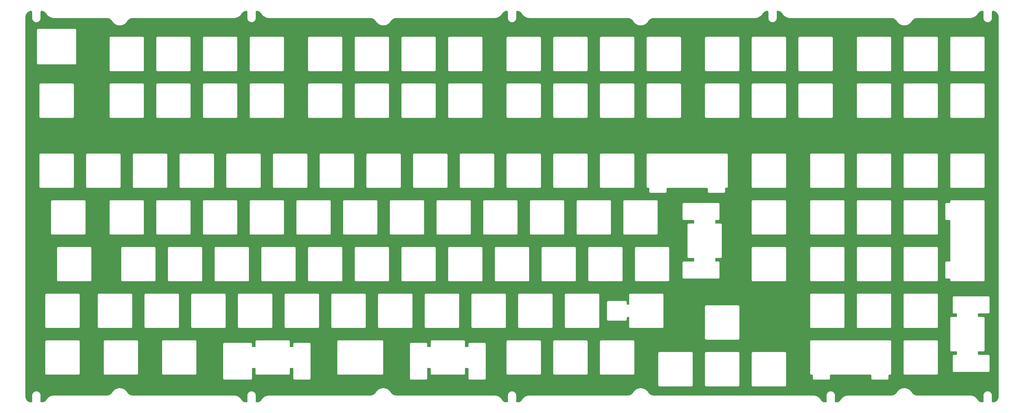
<source format=gbr>
%TF.GenerationSoftware,KiCad,Pcbnew,7.0.5*%
%TF.CreationDate,2023-07-04T16:16:05-04:00*%
%TF.ProjectId,FR4-hotswap-ISO-plate,4652342d-686f-4747-9377-61702d49534f,rev?*%
%TF.SameCoordinates,Original*%
%TF.FileFunction,Copper,L1,Top*%
%TF.FilePolarity,Positive*%
%FSLAX46Y46*%
G04 Gerber Fmt 4.6, Leading zero omitted, Abs format (unit mm)*
G04 Created by KiCad (PCBNEW 7.0.5) date 2023-07-04 16:16:05*
%MOMM*%
%LPD*%
G01*
G04 APERTURE LIST*
%TA.AperFunction,ComponentPad*%
%ADD10C,3.500000*%
%TD*%
%TA.AperFunction,ComponentPad*%
%ADD11C,11.000000*%
%TD*%
%TA.AperFunction,ComponentPad*%
%ADD12C,16.800000*%
%TD*%
%TA.AperFunction,ComponentPad*%
%ADD13C,10.000000*%
%TD*%
%TA.AperFunction,ViaPad*%
%ADD14C,0.800000*%
%TD*%
G04 APERTURE END LIST*
D10*
%TO.P,H202,1,1*%
%TO.N,GND*%
X138112616Y9525008D03*
%TD*%
%TO.P,H205,1,1*%
%TO.N,GND*%
X15478138Y-38100032D03*
%TD*%
D11*
%TO.P,H2,1,1*%
%TO.N,GND*%
X271462500Y-14287500D03*
%TD*%
D10*
%TO.P,H200,1,1*%
%TO.N,GND*%
X361950304Y-95250080D03*
%TD*%
D11*
%TO.P,H3,1,1*%
%TO.N,GND*%
X290512500Y-14287500D03*
%TD*%
D10*
%TO.P,H203,1,1*%
%TO.N,GND*%
X238125200Y9525008D03*
%TD*%
%TO.P,H209,1,1*%
%TO.N,GND*%
X200025168Y-95250080D03*
%TD*%
%TO.P,H204,1,1*%
%TO.N,GND*%
X361950304Y9525008D03*
%TD*%
D12*
%TO.P,H6,1,1*%
%TO.N,GND*%
X292893750Y-88225250D03*
%TD*%
D10*
%TO.P,H208,1,1*%
%TO.N,GND*%
X38100032Y-95250080D03*
%TD*%
D11*
%TO.P,H4,1,1*%
%TO.N,GND*%
X309562500Y-14287500D03*
%TD*%
D13*
%TO.P,H5,1,1*%
%TO.N,GND*%
X13000000Y22050000D03*
%TD*%
D10*
%TO.P,H207,1,1*%
%TO.N,GND*%
X323850272Y-38100032D03*
%TD*%
%TO.P,H201,1,1*%
%TO.N,GND*%
X38100032Y9525008D03*
%TD*%
%TO.P,H206,1,1*%
%TO.N,GND*%
X133350112Y-38100032D03*
%TD*%
D14*
%TO.N,GND*%
X188250000Y35500000D03*
X77000000Y-122000000D03*
X82000000Y35500000D03*
X77000000Y35500000D03*
X82000000Y-122000000D03*
X313250000Y-122000000D03*
X382250000Y-122000000D03*
X-10750000Y-122000000D03*
X382250000Y35500000D03*
X183250000Y-122000000D03*
X377250000Y35500000D03*
X294500000Y35500000D03*
X183250000Y35500000D03*
X377250000Y-122000000D03*
X289500000Y35500000D03*
X-5750000Y-122000000D03*
X318250000Y-122000000D03*
X-5750000Y35500000D03*
X-10750000Y35500000D03*
X188250000Y-122000000D03*
%TD*%
%TA.AperFunction,Conductor*%
%TO.N,GND*%
G36*
X294253514Y36682208D02*
G01*
X294254536Y36682162D01*
X294268010Y36681422D01*
X294285331Y36678922D01*
X294342355Y36665457D01*
X294562779Y36611687D01*
X294567357Y36610333D01*
X294683646Y36569758D01*
X294684682Y36569384D01*
X294846304Y36508926D01*
X294850026Y36507358D01*
X294970399Y36450757D01*
X294972046Y36449945D01*
X295117032Y36375081D01*
X295119916Y36373468D01*
X295236372Y36303122D01*
X295238536Y36301737D01*
X295371914Y36211402D01*
X295374004Y36209906D01*
X295482522Y36127881D01*
X295485091Y36125801D01*
X295608413Y36018939D01*
X295609777Y36017712D01*
X295707004Y35926937D01*
X295709842Y35924062D01*
X295825964Y35796405D01*
X295826697Y35795581D01*
X295907503Y35702673D01*
X295910461Y35698921D01*
X296043914Y35511727D01*
X296079481Y35461054D01*
X296080909Y35458902D01*
X296171136Y35314932D01*
X296305033Y35139514D01*
X296306241Y35137862D01*
X296333054Y35099548D01*
X296342138Y35090904D01*
X296377581Y35044470D01*
X296377585Y35044466D01*
X296563465Y34842459D01*
X296564523Y34841271D01*
X296577339Y34826411D01*
X296580571Y34823868D01*
X296607980Y34794081D01*
X296607987Y34794074D01*
X296860389Y34565885D01*
X297132660Y34361818D01*
X297422511Y34183591D01*
X297422517Y34183588D01*
X297727478Y34032719D01*
X297727482Y34032717D01*
X297727490Y34032713D01*
X297727492Y34032713D01*
X297939183Y33951207D01*
X298045034Y33910452D01*
X298372447Y33817846D01*
X298412257Y33810447D01*
X298414292Y33809340D01*
X298435521Y33806097D01*
X298437090Y33805832D01*
X298706979Y33755671D01*
X298765168Y33750309D01*
X298771710Y33747496D01*
X298823980Y33744849D01*
X298826018Y33744703D01*
X299045798Y33724453D01*
X299215947Y33724500D01*
X299216433Y33724500D01*
X340425723Y33724500D01*
X340428545Y33724419D01*
X340436852Y33723943D01*
X340496905Y33720507D01*
X340747982Y33704343D01*
X340753250Y33703719D01*
X340883902Y33681100D01*
X340884945Y33680908D01*
X341071207Y33644535D01*
X341075672Y33643446D01*
X341213925Y33602837D01*
X341215612Y33602309D01*
X341385017Y33545906D01*
X341388657Y33544533D01*
X341525107Y33486847D01*
X341527361Y33485827D01*
X341684973Y33409699D01*
X341687793Y33408223D01*
X341817715Y33334824D01*
X341820434Y33333171D01*
X341966994Y33237457D01*
X341969032Y33236052D01*
X342088865Y33148952D01*
X342091919Y33146543D01*
X342227615Y33030596D01*
X342228938Y33029424D01*
X342335127Y32931918D01*
X342338365Y32928655D01*
X342465620Y32787926D01*
X342466323Y32787132D01*
X342553160Y32686862D01*
X342556410Y32682675D01*
X342698123Y32478474D01*
X342738725Y32419057D01*
X342740226Y32416722D01*
X342741362Y32414842D01*
X342832259Y32263971D01*
X342958222Y32096604D01*
X342959624Y32094643D01*
X342990523Y32049132D01*
X343003056Y32037032D01*
X343048938Y31976068D01*
X343207808Y31804854D01*
X343209230Y31803253D01*
X343238734Y31768558D01*
X343248764Y31760716D01*
X343294040Y31711921D01*
X343490854Y31539327D01*
X343492240Y31538064D01*
X343515601Y31515957D01*
X343522242Y31511801D01*
X343564957Y31474343D01*
X343806512Y31302955D01*
X343807806Y31302004D01*
X343817995Y31294266D01*
X343820446Y31293068D01*
X343858823Y31265839D01*
X343858848Y31265823D01*
X344172568Y31088592D01*
X344502843Y30944500D01*
X344846162Y30835077D01*
X345198895Y30761482D01*
X345198897Y30761481D01*
X345198901Y30761481D01*
X345557333Y30724486D01*
X345557335Y30724486D01*
X345917665Y30724486D01*
X345917668Y30724486D01*
X346276099Y30761481D01*
X346457231Y30799273D01*
X346628835Y30835077D01*
X346628836Y30835077D01*
X346628839Y30835078D01*
X346727535Y30866534D01*
X346972157Y30944500D01*
X347302431Y31088593D01*
X347616151Y31265824D01*
X347616176Y31265840D01*
X347654558Y31293072D01*
X347656039Y31293534D01*
X347667184Y31301999D01*
X347668480Y31302951D01*
X347910039Y31474340D01*
X347952768Y31511810D01*
X347956884Y31513578D01*
X347982759Y31538063D01*
X347984145Y31539326D01*
X348180960Y31711921D01*
X348226236Y31760715D01*
X348232622Y31764275D01*
X348265753Y31803235D01*
X348267176Y31804837D01*
X348426058Y31976064D01*
X348471938Y32037025D01*
X348480174Y32042799D01*
X348515358Y32094619D01*
X348516760Y32096581D01*
X348642738Y32263968D01*
X348734992Y32417088D01*
X348736504Y32419442D01*
X348775215Y32476092D01*
X348918581Y32682710D01*
X348921824Y32686886D01*
X348947869Y32716960D01*
X349008704Y32787206D01*
X349009369Y32787957D01*
X349136613Y32928674D01*
X349139851Y32931937D01*
X349246051Y33029453D01*
X349247374Y33030625D01*
X349383053Y33146556D01*
X349386106Y33148965D01*
X349505977Y33236093D01*
X349508015Y33237498D01*
X349654529Y33333181D01*
X349657248Y33334834D01*
X349787203Y33408252D01*
X349790023Y33409728D01*
X349947615Y33485847D01*
X349949869Y33486867D01*
X350086346Y33544564D01*
X350089986Y33545937D01*
X350259352Y33602327D01*
X350261039Y33602855D01*
X350399329Y33643475D01*
X350403794Y33644564D01*
X350589999Y33680926D01*
X350591043Y33681119D01*
X350721732Y33703743D01*
X350727003Y33704367D01*
X350981101Y33720705D01*
X351038484Y33723989D01*
X351045995Y33724419D01*
X351048817Y33724500D01*
X372518573Y33724500D01*
X372518828Y33724524D01*
X372679195Y33724481D01*
X372679204Y33724481D01*
X372897634Y33744607D01*
X372899675Y33744753D01*
X372946938Y33747144D01*
X372959215Y33750281D01*
X373018016Y33755699D01*
X373018017Y33755699D01*
X373286202Y33805543D01*
X373287771Y33805808D01*
X373308026Y33808902D01*
X373312042Y33810345D01*
X373352545Y33817873D01*
X373679956Y33910479D01*
X373679958Y33910480D01*
X373679962Y33910481D01*
X373997497Y34032738D01*
X373997501Y34032740D01*
X373997506Y34032742D01*
X373997510Y34032744D01*
X374302475Y34183616D01*
X374302486Y34183623D01*
X374448807Y34273594D01*
X374592323Y34361840D01*
X374729544Y34464687D01*
X374864593Y34565906D01*
X375116992Y34794094D01*
X375116997Y34794099D01*
X375144890Y34824412D01*
X375146994Y34825596D01*
X375161629Y34842565D01*
X375162688Y34843754D01*
X375347382Y35044471D01*
X375347384Y35044473D01*
X375347391Y35044481D01*
X375383214Y35091412D01*
X375389169Y35095528D01*
X375419561Y35138962D01*
X375420740Y35140575D01*
X375553842Y35314950D01*
X375643503Y35458020D01*
X375644918Y35460150D01*
X375682873Y35514224D01*
X375814546Y35698887D01*
X375817502Y35702636D01*
X375898353Y35795594D01*
X375899023Y35796348D01*
X375979082Y35884361D01*
X376015170Y35924034D01*
X376018007Y35926909D01*
X376115249Y36017698D01*
X376116614Y36018926D01*
X376239921Y36125773D01*
X376242490Y36127853D01*
X376319686Y36186203D01*
X376351027Y36209893D01*
X376353116Y36211388D01*
X376419796Y36256550D01*
X376486492Y36301723D01*
X376488642Y36303098D01*
X376605101Y36373445D01*
X376607960Y36375045D01*
X376752985Y36449928D01*
X376754598Y36450723D01*
X376874988Y36507332D01*
X376878710Y36508900D01*
X377040294Y36569345D01*
X377041331Y36569719D01*
X377157696Y36610320D01*
X377162270Y36611672D01*
X377313452Y36648567D01*
X377379423Y36664666D01*
X377439728Y36678904D01*
X377457047Y36681404D01*
X377471273Y36682185D01*
X377472303Y36682231D01*
X377570197Y36685565D01*
X377592769Y36683742D01*
X377633018Y36675783D01*
X377636034Y36675088D01*
X377704302Y36657093D01*
X377721712Y36650707D01*
X377764068Y36630490D01*
X377768601Y36628029D01*
X377825860Y36592960D01*
X377837588Y36584544D01*
X377872472Y36555431D01*
X377882847Y36545402D01*
X377927599Y36495339D01*
X377930832Y36491320D01*
X377958299Y36453269D01*
X377967698Y36437282D01*
X377997624Y36373327D01*
X377998848Y36370482D01*
X378013881Y36332303D01*
X378019712Y36310435D01*
X378033835Y36214391D01*
X378033975Y36213364D01*
X378036280Y36195031D01*
X378036590Y36192562D01*
X378036613Y36192384D01*
X378037000Y36186203D01*
X378037000Y33597561D01*
X378074986Y33345547D01*
X378074988Y33345537D01*
X378122771Y33190629D01*
X378123602Y33187593D01*
X378135435Y33138305D01*
X378144677Y33119607D01*
X378150107Y33102004D01*
X378150110Y33101997D01*
X378228509Y32939197D01*
X378229643Y32936664D01*
X378246533Y32895887D01*
X378255618Y32882906D01*
X378260691Y32872370D01*
X378375034Y32704661D01*
X378376340Y32702641D01*
X378394184Y32673522D01*
X378401469Y32665888D01*
X378404270Y32661779D01*
X378561385Y32492449D01*
X378562738Y32490929D01*
X378574561Y32477086D01*
X378574913Y32477465D01*
X378577633Y32474940D01*
X378776881Y32316045D01*
X378997609Y32188608D01*
X378997618Y32188604D01*
X379234860Y32095492D01*
X379483338Y32038779D01*
X379483347Y32038777D01*
X379737498Y32019732D01*
X379737500Y32019732D01*
X379737502Y32019732D01*
X379991652Y32038777D01*
X379991656Y32038777D01*
X379991657Y32038778D01*
X380037021Y32049132D01*
X380240139Y32095492D01*
X380477381Y32188604D01*
X380477390Y32188608D01*
X380517782Y32211928D01*
X380698112Y32316041D01*
X380698116Y32316044D01*
X380698120Y32316046D01*
X380897366Y32474940D01*
X380900087Y32477465D01*
X380900438Y32477086D01*
X380912256Y32490924D01*
X380913590Y32492423D01*
X380995409Y32580604D01*
X381070730Y32661780D01*
X381073526Y32665881D01*
X381078478Y32669710D01*
X381098650Y32702628D01*
X381099947Y32704633D01*
X381214305Y32872366D01*
X381219376Y32882896D01*
X381225915Y32889736D01*
X381245343Y32936639D01*
X381246478Y32939173D01*
X381289954Y33029453D01*
X381324889Y33101996D01*
X381330318Y33119596D01*
X381337532Y33129845D01*
X381351393Y33187579D01*
X381352218Y33190597D01*
X381400013Y33345542D01*
X381438000Y33597565D01*
X381438000Y33725000D01*
X381438000Y33725500D01*
X381438000Y36185227D01*
X381438388Y36191410D01*
X381438578Y36192926D01*
X381440913Y36211460D01*
X381441028Y36212297D01*
X381455338Y36309484D01*
X381461191Y36331395D01*
X381464414Y36339563D01*
X381476271Y36369614D01*
X381477477Y36372410D01*
X381507533Y36436512D01*
X381516950Y36452494D01*
X381544494Y36490565D01*
X381547723Y36494569D01*
X381592650Y36544700D01*
X381603053Y36554727D01*
X381603121Y36554783D01*
X381621119Y36569758D01*
X381638009Y36583810D01*
X381649764Y36592218D01*
X381707208Y36627266D01*
X381711754Y36629724D01*
X381754191Y36649881D01*
X381771640Y36656241D01*
X381824588Y36670075D01*
X381840094Y36674127D01*
X381843114Y36674816D01*
X381883437Y36682693D01*
X381906027Y36684463D01*
X382002918Y36680927D01*
X382003961Y36680878D01*
X382019404Y36679988D01*
X382037304Y36677299D01*
X382120640Y36656846D01*
X382338440Y36602177D01*
X382343661Y36600556D01*
X382476188Y36551226D01*
X382643728Y36485838D01*
X382648240Y36483812D01*
X382781616Y36415726D01*
X382782767Y36415119D01*
X382932732Y36333529D01*
X382936521Y36331243D01*
X383064065Y36246276D01*
X383065562Y36245238D01*
X383201281Y36147430D01*
X383204356Y36145025D01*
X383322453Y36044881D01*
X383324203Y36043324D01*
X383445486Y35930193D01*
X383447879Y35927802D01*
X383554071Y35814227D01*
X383555965Y35812080D01*
X383661780Y35684904D01*
X383663547Y35682652D01*
X383755934Y35557565D01*
X383757851Y35554775D01*
X383847032Y35414963D01*
X383848244Y35412960D01*
X383925249Y35278624D01*
X383927056Y35275162D01*
X383998570Y35123890D01*
X383999318Y35122230D01*
X384059669Y34981385D01*
X384061228Y34977244D01*
X384114185Y34814969D01*
X384114572Y34813727D01*
X384157283Y34670161D01*
X384158455Y34665357D01*
X384192283Y34488764D01*
X384216702Y34349438D01*
X384217347Y34344010D01*
X384231519Y34119660D01*
X384234850Y34062122D01*
X384236553Y34032713D01*
X384236917Y34026439D01*
X384237000Y34023577D01*
X384237000Y-120573576D01*
X384236917Y-120576427D01*
X384236553Y-120582716D01*
X384231519Y-120669659D01*
X384217347Y-120894009D01*
X384216702Y-120899437D01*
X384192282Y-121038770D01*
X384158456Y-121215357D01*
X384157284Y-121220163D01*
X384114576Y-121363716D01*
X384114189Y-121364958D01*
X384061227Y-121527246D01*
X384059667Y-121531387D01*
X383999318Y-121672229D01*
X383998570Y-121673890D01*
X383927056Y-121825159D01*
X383925249Y-121828620D01*
X383848244Y-121962962D01*
X383847032Y-121964965D01*
X383757856Y-122104769D01*
X383755939Y-122107559D01*
X383663540Y-122232662D01*
X383661773Y-122234914D01*
X383555975Y-122362068D01*
X383554082Y-122364214D01*
X383447872Y-122477811D01*
X383445477Y-122480202D01*
X383324213Y-122593315D01*
X383322463Y-122594872D01*
X383204367Y-122695016D01*
X383201292Y-122697421D01*
X383065539Y-122795253D01*
X383064042Y-122796291D01*
X382936521Y-122881242D01*
X382932732Y-122883528D01*
X382782766Y-122965121D01*
X382781615Y-122965727D01*
X382746049Y-122983883D01*
X382735682Y-122989175D01*
X382690671Y-123000000D01*
X381576748Y-123000000D01*
X381518557Y-122981093D01*
X381487114Y-122943031D01*
X381477450Y-122922420D01*
X381476233Y-122919597D01*
X381470231Y-122904386D01*
X381461170Y-122881423D01*
X381455316Y-122859497D01*
X381440857Y-122761165D01*
X381440730Y-122760233D01*
X381438387Y-122741637D01*
X381438000Y-122735456D01*
X381438000Y-120147568D01*
X381437999Y-120147561D01*
X381400013Y-119895541D01*
X381352218Y-119740596D01*
X381351393Y-119737578D01*
X381339564Y-119688305D01*
X381330318Y-119669595D01*
X381324891Y-119652003D01*
X381324889Y-119651995D01*
X381283849Y-119566776D01*
X381246478Y-119489172D01*
X381245343Y-119486638D01*
X381228462Y-119445884D01*
X381219376Y-119432895D01*
X381214308Y-119422371D01*
X381214305Y-119422366D01*
X381214305Y-119422365D01*
X381099947Y-119254632D01*
X381098650Y-119252627D01*
X381080809Y-119223513D01*
X381073526Y-119215880D01*
X381070730Y-119211779D01*
X380968027Y-119101092D01*
X380913590Y-119042422D01*
X380912256Y-119040923D01*
X380900438Y-119027085D01*
X380900087Y-119027464D01*
X380897366Y-119024939D01*
X380698120Y-118866045D01*
X380698116Y-118866043D01*
X380698113Y-118866041D01*
X380698112Y-118866040D01*
X380517782Y-118761927D01*
X380477390Y-118738607D01*
X380477381Y-118738603D01*
X380240139Y-118645491D01*
X380031446Y-118597858D01*
X379991657Y-118588777D01*
X379991656Y-118588776D01*
X379991652Y-118588776D01*
X379737502Y-118569731D01*
X379737498Y-118569731D01*
X379483347Y-118588776D01*
X379483338Y-118588778D01*
X379234860Y-118645491D01*
X378997618Y-118738603D01*
X378997609Y-118738607D01*
X378776881Y-118866044D01*
X378577633Y-119024939D01*
X378574913Y-119027464D01*
X378574561Y-119027085D01*
X378562738Y-119040928D01*
X378561385Y-119042448D01*
X378404270Y-119211778D01*
X378401469Y-119215887D01*
X378396516Y-119219716D01*
X378376340Y-119252640D01*
X378375034Y-119254660D01*
X378260691Y-119422369D01*
X378255618Y-119432905D01*
X378249077Y-119439745D01*
X378229643Y-119486663D01*
X378228509Y-119489196D01*
X378150110Y-119651996D01*
X378150107Y-119652003D01*
X378144677Y-119669606D01*
X378137464Y-119679850D01*
X378123602Y-119737592D01*
X378122771Y-119740628D01*
X378074988Y-119895536D01*
X378074986Y-119895546D01*
X378037000Y-120147560D01*
X378037000Y-122736377D01*
X378036613Y-122742557D01*
X378034105Y-122762511D01*
X378033966Y-122763532D01*
X378019731Y-122860438D01*
X378013897Y-122882324D01*
X377998867Y-122920491D01*
X377997644Y-122923333D01*
X377988463Y-122942956D01*
X377946676Y-122987650D01*
X377898793Y-123000000D01*
X376777114Y-123000000D01*
X376731693Y-122988965D01*
X376607954Y-122925072D01*
X376605070Y-122923459D01*
X376488622Y-122853118D01*
X376486457Y-122851733D01*
X376353099Y-122761411D01*
X376351009Y-122759915D01*
X376265148Y-122695016D01*
X376242475Y-122677878D01*
X376239911Y-122675802D01*
X376144553Y-122593173D01*
X376116556Y-122568913D01*
X376115231Y-122567721D01*
X376017999Y-122476941D01*
X376015162Y-122474066D01*
X375913151Y-122361922D01*
X375899006Y-122346371D01*
X375898326Y-122345607D01*
X375817483Y-122252658D01*
X375814538Y-122248921D01*
X375681005Y-122061613D01*
X375645544Y-122011092D01*
X375644115Y-122008940D01*
X375643545Y-122008030D01*
X375553866Y-121864933D01*
X375419955Y-121689498D01*
X375418752Y-121687852D01*
X375391943Y-121649546D01*
X375382855Y-121640894D01*
X375381085Y-121638575D01*
X375347413Y-121594462D01*
X375347410Y-121594459D01*
X375347406Y-121594453D01*
X375161510Y-121392431D01*
X375160450Y-121391242D01*
X375147656Y-121376407D01*
X375144426Y-121373865D01*
X375117017Y-121344078D01*
X375117012Y-121344073D01*
X374864611Y-121115883D01*
X374864601Y-121115875D01*
X374592344Y-120911820D01*
X374592340Y-120911817D01*
X374592338Y-120911816D01*
X374302489Y-120733590D01*
X374302487Y-120733589D01*
X374302479Y-120733584D01*
X374302475Y-120733582D01*
X373997530Y-120582722D01*
X373997517Y-120582716D01*
X373997512Y-120582714D01*
X373997508Y-120582712D01*
X373679971Y-120460453D01*
X373679967Y-120460452D01*
X373679965Y-120460451D01*
X373352552Y-120367845D01*
X373312755Y-120360448D01*
X373310723Y-120359343D01*
X373289510Y-120356102D01*
X373287941Y-120355837D01*
X373018021Y-120305670D01*
X373018019Y-120305669D01*
X372959844Y-120300310D01*
X372953303Y-120297498D01*
X372901065Y-120294852D01*
X372899028Y-120294706D01*
X372679201Y-120274452D01*
X372509053Y-120274499D01*
X351049277Y-120274499D01*
X351046455Y-120274418D01*
X351033426Y-120273672D01*
X350978104Y-120270507D01*
X350727017Y-120254342D01*
X350721750Y-120253718D01*
X350591083Y-120231098D01*
X350590040Y-120230905D01*
X350403801Y-120194537D01*
X350399335Y-120193448D01*
X350261031Y-120152823D01*
X350259344Y-120152295D01*
X350089995Y-120095909D01*
X350086356Y-120094537D01*
X349949893Y-120036846D01*
X349947638Y-120035826D01*
X349790027Y-119959698D01*
X349787207Y-119958222D01*
X349657282Y-119884821D01*
X349654563Y-119883168D01*
X349508015Y-119787464D01*
X349505977Y-119786059D01*
X349386127Y-119698945D01*
X349383073Y-119696537D01*
X349330955Y-119652004D01*
X349247331Y-119580550D01*
X349246068Y-119579431D01*
X349139876Y-119481923D01*
X349136644Y-119478665D01*
X349009356Y-119337899D01*
X349008654Y-119337105D01*
X348921843Y-119236866D01*
X348918597Y-119232686D01*
X348776977Y-119028620D01*
X348736245Y-118969012D01*
X348734729Y-118966652D01*
X348731875Y-118961917D01*
X348642737Y-118813967D01*
X348634625Y-118803189D01*
X348516757Y-118646578D01*
X348515357Y-118644619D01*
X348484470Y-118599127D01*
X348471937Y-118587023D01*
X348426065Y-118526073D01*
X348426059Y-118526067D01*
X348426055Y-118526061D01*
X348267178Y-118354840D01*
X348265764Y-118353248D01*
X348236271Y-118318565D01*
X348226233Y-118310714D01*
X348180958Y-118261921D01*
X348046369Y-118143894D01*
X347984131Y-118089314D01*
X347982756Y-118088061D01*
X347959413Y-118065971D01*
X347952762Y-118061804D01*
X347910039Y-118024339D01*
X347910040Y-118024339D01*
X347668465Y-117852939D01*
X347667170Y-117851988D01*
X347657017Y-117844277D01*
X347654556Y-117843070D01*
X347616179Y-117815841D01*
X347616151Y-117815823D01*
X347302431Y-117638592D01*
X346972157Y-117494500D01*
X346628838Y-117385077D01*
X346276105Y-117311482D01*
X346276104Y-117311481D01*
X346276100Y-117311481D01*
X345917668Y-117274486D01*
X345557333Y-117274486D01*
X345437856Y-117286817D01*
X345198898Y-117311480D01*
X344846164Y-117385077D01*
X344502843Y-117494499D01*
X344172569Y-117638592D01*
X343858849Y-117815823D01*
X343858834Y-117815833D01*
X343820436Y-117843077D01*
X343818946Y-117843542D01*
X343807774Y-117852028D01*
X343806480Y-117852978D01*
X343564961Y-118024339D01*
X343564960Y-118024340D01*
X343522237Y-118061806D01*
X343518117Y-118063575D01*
X343492231Y-118088071D01*
X343490846Y-118089333D01*
X343294041Y-118261920D01*
X343248763Y-118310717D01*
X343242371Y-118314280D01*
X343209213Y-118353272D01*
X343207790Y-118354874D01*
X343048939Y-118526067D01*
X343003057Y-118587031D01*
X342994818Y-118592807D01*
X342959631Y-118644633D01*
X342958229Y-118646594D01*
X342832263Y-118813964D01*
X342741389Y-118964797D01*
X342739998Y-118967101D01*
X342738483Y-118969458D01*
X342699827Y-119026028D01*
X342556418Y-119232707D01*
X342553165Y-119236896D01*
X342466344Y-119337149D01*
X342465640Y-119337943D01*
X342338380Y-119478679D01*
X342335142Y-119481941D01*
X342228970Y-119579431D01*
X342227647Y-119580604D01*
X342091939Y-119696561D01*
X342088885Y-119698970D01*
X341969036Y-119786082D01*
X341966999Y-119787487D01*
X341820461Y-119883186D01*
X341817742Y-119884839D01*
X341687793Y-119958253D01*
X341684973Y-119959729D01*
X341527379Y-120035849D01*
X341525124Y-120036869D01*
X341388649Y-120094565D01*
X341385010Y-120095937D01*
X341215665Y-120152322D01*
X341213978Y-120152850D01*
X341075669Y-120193475D01*
X341071204Y-120194564D01*
X340884999Y-120230926D01*
X340883955Y-120231119D01*
X340753266Y-120253743D01*
X340747995Y-120254367D01*
X340493786Y-120270712D01*
X340438223Y-120273891D01*
X340429023Y-120274418D01*
X340426201Y-120274499D01*
X322956621Y-120274499D01*
X322956348Y-120274524D01*
X322795804Y-120274481D01*
X322795795Y-120274481D01*
X322577393Y-120294605D01*
X322575351Y-120294751D01*
X322528089Y-120297141D01*
X322515797Y-120300280D01*
X322456983Y-120305699D01*
X322456982Y-120305699D01*
X322188860Y-120355531D01*
X322187292Y-120355796D01*
X322167010Y-120358894D01*
X322162969Y-120360343D01*
X322122454Y-120367873D01*
X321795043Y-120460478D01*
X321795037Y-120460480D01*
X321795038Y-120460480D01*
X321477561Y-120582716D01*
X321477493Y-120582742D01*
X321477489Y-120582744D01*
X321172524Y-120733616D01*
X321172513Y-120733623D01*
X320882676Y-120911841D01*
X320610417Y-121115897D01*
X320610407Y-121115905D01*
X320358008Y-121344094D01*
X320358000Y-121344102D01*
X320330096Y-121374426D01*
X320327993Y-121375609D01*
X320313343Y-121392596D01*
X320312285Y-121393784D01*
X320127615Y-121594472D01*
X320127615Y-121594473D01*
X320091779Y-121641421D01*
X320085821Y-121645537D01*
X320055416Y-121688990D01*
X320054206Y-121690644D01*
X319921155Y-121864954D01*
X319831499Y-122008012D01*
X319830070Y-122010165D01*
X319792105Y-122064251D01*
X319660461Y-122248875D01*
X319657505Y-122252625D01*
X319576630Y-122345611D01*
X319575898Y-122346434D01*
X319459826Y-122474036D01*
X319456989Y-122476910D01*
X319359755Y-122567693D01*
X319358389Y-122568921D01*
X319235071Y-122675778D01*
X319232502Y-122677858D01*
X319123984Y-122759883D01*
X319121894Y-122761379D01*
X318988517Y-122851715D01*
X318986352Y-122853100D01*
X318869908Y-122923438D01*
X318867024Y-122925051D01*
X318743245Y-122988965D01*
X318697824Y-123000000D01*
X317576230Y-123000000D01*
X317518039Y-122981093D01*
X317486563Y-122942961D01*
X317477368Y-122923311D01*
X317476167Y-122920521D01*
X317461117Y-122882300D01*
X317455287Y-122860434D01*
X317441172Y-122764445D01*
X317441031Y-122763414D01*
X317438387Y-122742367D01*
X317438000Y-122736190D01*
X317438000Y-120147569D01*
X317438000Y-120147565D01*
X317438000Y-120147564D01*
X317400013Y-119895541D01*
X317352218Y-119740596D01*
X317351393Y-119737578D01*
X317339564Y-119688305D01*
X317330318Y-119669595D01*
X317324891Y-119652003D01*
X317324889Y-119651995D01*
X317283849Y-119566776D01*
X317246478Y-119489172D01*
X317245343Y-119486638D01*
X317228462Y-119445884D01*
X317219376Y-119432895D01*
X317214308Y-119422371D01*
X317214305Y-119422366D01*
X317214305Y-119422365D01*
X317099947Y-119254632D01*
X317098650Y-119252627D01*
X317080809Y-119223513D01*
X317073526Y-119215880D01*
X317070730Y-119211779D01*
X316968027Y-119101092D01*
X316913590Y-119042422D01*
X316912256Y-119040923D01*
X316900438Y-119027085D01*
X316900087Y-119027464D01*
X316897366Y-119024939D01*
X316698120Y-118866045D01*
X316698116Y-118866043D01*
X316698113Y-118866041D01*
X316698112Y-118866040D01*
X316517782Y-118761927D01*
X316477390Y-118738607D01*
X316477381Y-118738603D01*
X316240139Y-118645491D01*
X316031446Y-118597858D01*
X315991657Y-118588777D01*
X315991656Y-118588776D01*
X315991652Y-118588776D01*
X315737502Y-118569731D01*
X315737498Y-118569731D01*
X315483347Y-118588776D01*
X315483338Y-118588778D01*
X315234860Y-118645491D01*
X314997618Y-118738603D01*
X314997609Y-118738607D01*
X314776881Y-118866044D01*
X314577633Y-119024939D01*
X314574913Y-119027464D01*
X314574561Y-119027085D01*
X314562738Y-119040928D01*
X314561385Y-119042448D01*
X314404270Y-119211778D01*
X314401469Y-119215887D01*
X314396516Y-119219716D01*
X314376340Y-119252640D01*
X314375034Y-119254660D01*
X314260691Y-119422369D01*
X314255618Y-119432905D01*
X314249077Y-119439745D01*
X314229643Y-119486663D01*
X314228509Y-119489196D01*
X314150110Y-119651996D01*
X314150107Y-119652003D01*
X314144677Y-119669606D01*
X314137464Y-119679850D01*
X314123602Y-119737592D01*
X314122771Y-119740628D01*
X314074988Y-119895536D01*
X314074986Y-119895546D01*
X314037000Y-120147560D01*
X314037000Y-122736377D01*
X314036613Y-122742557D01*
X314034105Y-122762511D01*
X314033966Y-122763532D01*
X314019731Y-122860438D01*
X314013897Y-122882324D01*
X313998867Y-122920491D01*
X313997644Y-122923333D01*
X313988463Y-122942956D01*
X313946676Y-122987650D01*
X313898793Y-123000000D01*
X312777114Y-123000000D01*
X312731693Y-122988965D01*
X312607954Y-122925072D01*
X312605070Y-122923459D01*
X312488622Y-122853118D01*
X312486457Y-122851733D01*
X312353099Y-122761411D01*
X312351009Y-122759915D01*
X312265148Y-122695016D01*
X312242475Y-122677878D01*
X312239911Y-122675802D01*
X312144553Y-122593173D01*
X312116556Y-122568913D01*
X312115231Y-122567721D01*
X312017999Y-122476941D01*
X312015162Y-122474066D01*
X311913151Y-122361922D01*
X311899006Y-122346371D01*
X311898326Y-122345607D01*
X311817483Y-122252658D01*
X311814538Y-122248921D01*
X311681005Y-122061613D01*
X311645544Y-122011092D01*
X311644115Y-122008940D01*
X311643545Y-122008030D01*
X311553866Y-121864933D01*
X311419955Y-121689498D01*
X311418752Y-121687852D01*
X311391943Y-121649546D01*
X311382855Y-121640894D01*
X311381085Y-121638575D01*
X311347413Y-121594462D01*
X311347410Y-121594459D01*
X311347406Y-121594453D01*
X311161510Y-121392431D01*
X311160450Y-121391242D01*
X311147656Y-121376407D01*
X311144426Y-121373865D01*
X311117017Y-121344078D01*
X311117012Y-121344073D01*
X310864611Y-121115883D01*
X310864601Y-121115875D01*
X310592344Y-120911820D01*
X310592340Y-120911817D01*
X310592338Y-120911816D01*
X310302489Y-120733590D01*
X310302487Y-120733589D01*
X310302479Y-120733584D01*
X310302475Y-120733582D01*
X309997530Y-120582722D01*
X309997517Y-120582716D01*
X309997512Y-120582714D01*
X309997508Y-120582712D01*
X309679971Y-120460453D01*
X309679967Y-120460452D01*
X309679965Y-120460451D01*
X309352552Y-120367845D01*
X309312755Y-120360448D01*
X309310723Y-120359343D01*
X309289510Y-120356102D01*
X309287941Y-120355837D01*
X309018021Y-120305670D01*
X309018019Y-120305669D01*
X308959844Y-120300310D01*
X308953303Y-120297498D01*
X308901065Y-120294852D01*
X308899028Y-120294706D01*
X308679201Y-120274452D01*
X308509053Y-120274499D01*
X243549277Y-120274499D01*
X243546455Y-120274418D01*
X243533426Y-120273672D01*
X243478104Y-120270507D01*
X243227017Y-120254342D01*
X243221750Y-120253718D01*
X243091083Y-120231098D01*
X243090040Y-120230905D01*
X242903801Y-120194537D01*
X242899335Y-120193448D01*
X242761031Y-120152823D01*
X242759344Y-120152295D01*
X242589995Y-120095909D01*
X242586356Y-120094537D01*
X242449893Y-120036846D01*
X242447638Y-120035826D01*
X242290027Y-119959698D01*
X242287207Y-119958222D01*
X242157282Y-119884821D01*
X242154563Y-119883168D01*
X242008015Y-119787464D01*
X242005977Y-119786059D01*
X241886127Y-119698945D01*
X241883073Y-119696537D01*
X241830955Y-119652004D01*
X241747331Y-119580550D01*
X241746068Y-119579431D01*
X241639876Y-119481923D01*
X241636644Y-119478665D01*
X241509356Y-119337899D01*
X241508654Y-119337105D01*
X241421843Y-119236866D01*
X241418597Y-119232686D01*
X241276977Y-119028620D01*
X241236245Y-118969012D01*
X241234729Y-118966652D01*
X241231875Y-118961917D01*
X241142737Y-118813967D01*
X241134625Y-118803189D01*
X241016757Y-118646578D01*
X241015357Y-118644619D01*
X240984470Y-118599127D01*
X240971937Y-118587023D01*
X240926065Y-118526073D01*
X240926059Y-118526067D01*
X240926055Y-118526061D01*
X240767178Y-118354840D01*
X240765764Y-118353248D01*
X240736271Y-118318565D01*
X240726233Y-118310714D01*
X240680958Y-118261921D01*
X240546369Y-118143894D01*
X240484131Y-118089314D01*
X240482756Y-118088061D01*
X240459413Y-118065971D01*
X240452762Y-118061804D01*
X240410039Y-118024339D01*
X240410040Y-118024339D01*
X240168465Y-117852939D01*
X240167170Y-117851988D01*
X240157017Y-117844277D01*
X240154556Y-117843070D01*
X240116179Y-117815841D01*
X240116151Y-117815823D01*
X239802431Y-117638592D01*
X239472157Y-117494500D01*
X239128838Y-117385077D01*
X238776105Y-117311482D01*
X238776104Y-117311481D01*
X238776100Y-117311481D01*
X238417668Y-117274486D01*
X238057333Y-117274486D01*
X237937855Y-117286817D01*
X237698898Y-117311480D01*
X237346164Y-117385077D01*
X237002843Y-117494499D01*
X236672569Y-117638592D01*
X236358849Y-117815823D01*
X236358834Y-117815833D01*
X236320436Y-117843077D01*
X236318946Y-117843542D01*
X236307774Y-117852028D01*
X236306480Y-117852978D01*
X236064961Y-118024339D01*
X236064960Y-118024340D01*
X236022237Y-118061806D01*
X236018117Y-118063575D01*
X235992231Y-118088071D01*
X235990846Y-118089333D01*
X235794041Y-118261920D01*
X235748763Y-118310717D01*
X235742371Y-118314280D01*
X235709213Y-118353272D01*
X235707790Y-118354874D01*
X235548939Y-118526067D01*
X235503057Y-118587031D01*
X235494818Y-118592807D01*
X235459631Y-118644633D01*
X235458229Y-118646594D01*
X235332263Y-118813964D01*
X235241389Y-118964797D01*
X235239998Y-118967101D01*
X235238483Y-118969458D01*
X235199827Y-119026028D01*
X235056418Y-119232707D01*
X235053165Y-119236896D01*
X234966344Y-119337149D01*
X234965640Y-119337943D01*
X234838380Y-119478679D01*
X234835142Y-119481941D01*
X234728970Y-119579431D01*
X234727647Y-119580604D01*
X234591939Y-119696561D01*
X234588885Y-119698970D01*
X234469036Y-119786082D01*
X234466999Y-119787487D01*
X234320461Y-119883186D01*
X234317742Y-119884839D01*
X234187793Y-119958253D01*
X234184973Y-119959729D01*
X234027379Y-120035849D01*
X234025124Y-120036869D01*
X233888649Y-120094565D01*
X233885010Y-120095937D01*
X233715665Y-120152322D01*
X233713978Y-120152850D01*
X233575669Y-120193475D01*
X233571204Y-120194564D01*
X233384999Y-120230926D01*
X233383955Y-120231119D01*
X233253266Y-120253743D01*
X233247995Y-120254367D01*
X232993786Y-120270712D01*
X232938223Y-120273891D01*
X232929023Y-120274418D01*
X232926201Y-120274499D01*
X192956621Y-120274499D01*
X192956348Y-120274524D01*
X192795804Y-120274481D01*
X192795795Y-120274481D01*
X192577393Y-120294605D01*
X192575351Y-120294751D01*
X192528089Y-120297141D01*
X192515797Y-120300280D01*
X192456983Y-120305699D01*
X192456982Y-120305699D01*
X192188860Y-120355531D01*
X192187292Y-120355796D01*
X192167010Y-120358894D01*
X192162969Y-120360343D01*
X192122454Y-120367873D01*
X191795043Y-120460478D01*
X191795037Y-120460480D01*
X191795038Y-120460480D01*
X191477561Y-120582716D01*
X191477493Y-120582742D01*
X191477489Y-120582744D01*
X191172524Y-120733616D01*
X191172513Y-120733623D01*
X190882676Y-120911841D01*
X190610417Y-121115897D01*
X190610407Y-121115905D01*
X190358008Y-121344094D01*
X190358000Y-121344102D01*
X190330096Y-121374426D01*
X190327993Y-121375609D01*
X190313343Y-121392596D01*
X190312285Y-121393784D01*
X190127615Y-121594472D01*
X190127615Y-121594473D01*
X190091779Y-121641421D01*
X190085821Y-121645537D01*
X190055416Y-121688990D01*
X190054206Y-121690644D01*
X189921155Y-121864954D01*
X189831499Y-122008012D01*
X189830070Y-122010165D01*
X189792105Y-122064251D01*
X189660461Y-122248875D01*
X189657505Y-122252625D01*
X189576630Y-122345611D01*
X189575898Y-122346434D01*
X189459826Y-122474036D01*
X189456989Y-122476910D01*
X189359755Y-122567693D01*
X189358389Y-122568921D01*
X189235071Y-122675778D01*
X189232502Y-122677858D01*
X189123984Y-122759883D01*
X189121894Y-122761379D01*
X188988517Y-122851715D01*
X188986352Y-122853100D01*
X188869908Y-122923438D01*
X188867024Y-122925051D01*
X188743245Y-122988965D01*
X188697824Y-123000000D01*
X187576230Y-123000000D01*
X187518039Y-122981093D01*
X187486563Y-122942961D01*
X187477368Y-122923311D01*
X187476167Y-122920521D01*
X187461117Y-122882300D01*
X187455287Y-122860434D01*
X187441172Y-122764445D01*
X187441031Y-122763414D01*
X187438387Y-122742367D01*
X187438000Y-122736190D01*
X187438000Y-120147569D01*
X187438000Y-120147565D01*
X187438000Y-120147564D01*
X187400013Y-119895541D01*
X187352218Y-119740596D01*
X187351393Y-119737578D01*
X187339564Y-119688305D01*
X187330318Y-119669595D01*
X187324891Y-119652003D01*
X187324889Y-119651995D01*
X187283849Y-119566776D01*
X187246478Y-119489172D01*
X187245343Y-119486638D01*
X187228462Y-119445884D01*
X187219376Y-119432895D01*
X187214308Y-119422371D01*
X187214305Y-119422366D01*
X187214305Y-119422365D01*
X187099947Y-119254632D01*
X187098650Y-119252627D01*
X187080809Y-119223513D01*
X187073526Y-119215880D01*
X187070730Y-119211779D01*
X186968027Y-119101092D01*
X186913590Y-119042422D01*
X186912256Y-119040923D01*
X186900438Y-119027085D01*
X186900087Y-119027464D01*
X186897366Y-119024939D01*
X186698120Y-118866045D01*
X186698116Y-118866043D01*
X186698113Y-118866041D01*
X186698112Y-118866040D01*
X186517782Y-118761927D01*
X186477390Y-118738607D01*
X186477381Y-118738603D01*
X186240139Y-118645491D01*
X186031446Y-118597858D01*
X185991657Y-118588777D01*
X185991656Y-118588776D01*
X185991652Y-118588776D01*
X185737502Y-118569731D01*
X185737498Y-118569731D01*
X185483347Y-118588776D01*
X185483338Y-118588778D01*
X185234860Y-118645491D01*
X184997618Y-118738603D01*
X184997609Y-118738607D01*
X184776881Y-118866044D01*
X184577633Y-119024939D01*
X184574913Y-119027464D01*
X184574561Y-119027085D01*
X184562738Y-119040928D01*
X184561385Y-119042448D01*
X184404270Y-119211778D01*
X184401469Y-119215887D01*
X184396516Y-119219716D01*
X184376340Y-119252640D01*
X184375034Y-119254660D01*
X184260691Y-119422369D01*
X184255618Y-119432905D01*
X184249077Y-119439745D01*
X184229643Y-119486663D01*
X184228509Y-119489196D01*
X184150110Y-119651996D01*
X184150107Y-119652003D01*
X184144677Y-119669606D01*
X184137464Y-119679850D01*
X184123602Y-119737592D01*
X184122771Y-119740628D01*
X184074988Y-119895536D01*
X184074986Y-119895546D01*
X184037000Y-120147560D01*
X184037000Y-122736377D01*
X184036613Y-122742557D01*
X184034105Y-122762511D01*
X184033966Y-122763532D01*
X184019731Y-122860438D01*
X184013897Y-122882324D01*
X183998867Y-122920491D01*
X183997644Y-122923333D01*
X183988463Y-122942956D01*
X183946676Y-122987650D01*
X183898793Y-123000000D01*
X182777114Y-123000000D01*
X182731693Y-122988965D01*
X182607954Y-122925072D01*
X182605070Y-122923459D01*
X182488622Y-122853118D01*
X182486457Y-122851733D01*
X182353099Y-122761411D01*
X182351009Y-122759915D01*
X182265148Y-122695016D01*
X182242475Y-122677878D01*
X182239911Y-122675802D01*
X182144553Y-122593173D01*
X182116556Y-122568913D01*
X182115231Y-122567721D01*
X182017999Y-122476941D01*
X182015162Y-122474066D01*
X181913151Y-122361922D01*
X181899006Y-122346371D01*
X181898326Y-122345607D01*
X181817483Y-122252658D01*
X181814538Y-122248921D01*
X181681005Y-122061613D01*
X181645544Y-122011092D01*
X181644115Y-122008940D01*
X181643545Y-122008030D01*
X181553866Y-121864933D01*
X181419955Y-121689498D01*
X181418752Y-121687852D01*
X181391943Y-121649546D01*
X181382855Y-121640894D01*
X181381085Y-121638575D01*
X181347413Y-121594462D01*
X181347410Y-121594459D01*
X181347406Y-121594453D01*
X181161510Y-121392431D01*
X181160450Y-121391242D01*
X181147656Y-121376407D01*
X181144426Y-121373865D01*
X181117017Y-121344078D01*
X181117012Y-121344073D01*
X180864611Y-121115883D01*
X180864601Y-121115875D01*
X180592344Y-120911820D01*
X180592340Y-120911817D01*
X180592338Y-120911816D01*
X180302489Y-120733590D01*
X180302487Y-120733589D01*
X180302479Y-120733584D01*
X180302475Y-120733582D01*
X179997530Y-120582722D01*
X179997517Y-120582716D01*
X179997512Y-120582714D01*
X179997508Y-120582712D01*
X179679971Y-120460453D01*
X179679967Y-120460452D01*
X179679965Y-120460451D01*
X179352552Y-120367845D01*
X179312755Y-120360448D01*
X179310723Y-120359343D01*
X179289510Y-120356102D01*
X179287941Y-120355837D01*
X179018021Y-120305670D01*
X179018019Y-120305669D01*
X178959844Y-120300310D01*
X178953303Y-120297498D01*
X178901065Y-120294852D01*
X178899028Y-120294706D01*
X178679201Y-120274452D01*
X178509053Y-120274499D01*
X138549277Y-120274499D01*
X138546455Y-120274418D01*
X138533426Y-120273672D01*
X138478104Y-120270507D01*
X138227017Y-120254342D01*
X138221750Y-120253718D01*
X138091083Y-120231098D01*
X138090040Y-120230905D01*
X137903801Y-120194537D01*
X137899335Y-120193448D01*
X137761031Y-120152823D01*
X137759344Y-120152295D01*
X137589995Y-120095909D01*
X137586356Y-120094537D01*
X137449893Y-120036846D01*
X137447638Y-120035826D01*
X137290027Y-119959698D01*
X137287207Y-119958222D01*
X137157282Y-119884821D01*
X137154563Y-119883168D01*
X137008015Y-119787464D01*
X137005977Y-119786059D01*
X136886127Y-119698945D01*
X136883073Y-119696537D01*
X136830955Y-119652004D01*
X136747331Y-119580550D01*
X136746068Y-119579431D01*
X136639876Y-119481923D01*
X136636644Y-119478665D01*
X136509356Y-119337899D01*
X136508654Y-119337105D01*
X136421843Y-119236866D01*
X136418597Y-119232686D01*
X136276977Y-119028620D01*
X136236245Y-118969012D01*
X136234729Y-118966652D01*
X136231875Y-118961917D01*
X136142737Y-118813967D01*
X136134625Y-118803189D01*
X136016757Y-118646578D01*
X136015357Y-118644619D01*
X135984470Y-118599127D01*
X135971937Y-118587023D01*
X135926065Y-118526073D01*
X135926059Y-118526067D01*
X135926055Y-118526061D01*
X135767178Y-118354840D01*
X135765764Y-118353248D01*
X135736271Y-118318565D01*
X135726233Y-118310714D01*
X135680958Y-118261921D01*
X135546369Y-118143894D01*
X135484131Y-118089314D01*
X135482756Y-118088061D01*
X135459413Y-118065971D01*
X135452762Y-118061804D01*
X135410039Y-118024339D01*
X135410040Y-118024339D01*
X135168465Y-117852939D01*
X135167170Y-117851988D01*
X135157017Y-117844277D01*
X135154556Y-117843070D01*
X135116179Y-117815841D01*
X135116151Y-117815823D01*
X134802431Y-117638592D01*
X134472157Y-117494500D01*
X134128838Y-117385077D01*
X133776105Y-117311482D01*
X133776104Y-117311481D01*
X133776100Y-117311481D01*
X133417668Y-117274486D01*
X133057333Y-117274486D01*
X132937856Y-117286817D01*
X132698898Y-117311480D01*
X132346164Y-117385077D01*
X132002843Y-117494499D01*
X131672569Y-117638592D01*
X131358849Y-117815823D01*
X131358834Y-117815833D01*
X131320436Y-117843077D01*
X131318946Y-117843542D01*
X131307774Y-117852028D01*
X131306480Y-117852978D01*
X131064961Y-118024339D01*
X131064960Y-118024340D01*
X131022237Y-118061806D01*
X131018117Y-118063575D01*
X130992231Y-118088071D01*
X130990846Y-118089333D01*
X130794041Y-118261920D01*
X130748763Y-118310717D01*
X130742371Y-118314280D01*
X130709213Y-118353272D01*
X130707790Y-118354874D01*
X130548939Y-118526067D01*
X130503057Y-118587031D01*
X130494818Y-118592807D01*
X130459631Y-118644633D01*
X130458229Y-118646594D01*
X130332263Y-118813964D01*
X130241389Y-118964797D01*
X130239998Y-118967101D01*
X130238483Y-118969458D01*
X130199827Y-119026028D01*
X130056418Y-119232707D01*
X130053165Y-119236896D01*
X129966344Y-119337149D01*
X129965640Y-119337943D01*
X129838380Y-119478679D01*
X129835142Y-119481941D01*
X129728970Y-119579431D01*
X129727647Y-119580604D01*
X129591939Y-119696561D01*
X129588885Y-119698970D01*
X129469036Y-119786082D01*
X129466999Y-119787487D01*
X129320461Y-119883186D01*
X129317742Y-119884839D01*
X129187793Y-119958253D01*
X129184973Y-119959729D01*
X129027379Y-120035849D01*
X129025124Y-120036869D01*
X128888649Y-120094565D01*
X128885010Y-120095937D01*
X128715665Y-120152322D01*
X128713978Y-120152850D01*
X128575669Y-120193475D01*
X128571204Y-120194564D01*
X128384999Y-120230926D01*
X128383955Y-120231119D01*
X128253266Y-120253743D01*
X128247995Y-120254367D01*
X127993786Y-120270712D01*
X127938223Y-120273891D01*
X127929023Y-120274418D01*
X127926201Y-120274499D01*
X86706621Y-120274499D01*
X86706348Y-120274524D01*
X86545804Y-120274481D01*
X86545795Y-120274481D01*
X86327393Y-120294605D01*
X86325351Y-120294751D01*
X86278089Y-120297141D01*
X86265797Y-120300280D01*
X86206983Y-120305699D01*
X86206982Y-120305699D01*
X85938860Y-120355531D01*
X85937292Y-120355796D01*
X85917010Y-120358894D01*
X85912969Y-120360343D01*
X85872454Y-120367873D01*
X85545043Y-120460478D01*
X85545037Y-120460480D01*
X85545038Y-120460480D01*
X85227561Y-120582716D01*
X85227493Y-120582742D01*
X85227489Y-120582744D01*
X84922524Y-120733616D01*
X84922513Y-120733623D01*
X84632676Y-120911841D01*
X84360417Y-121115897D01*
X84360407Y-121115905D01*
X84108008Y-121344094D01*
X84108000Y-121344102D01*
X84080096Y-121374426D01*
X84077993Y-121375609D01*
X84063343Y-121392596D01*
X84062285Y-121393784D01*
X83877615Y-121594472D01*
X83877615Y-121594473D01*
X83841779Y-121641421D01*
X83835821Y-121645537D01*
X83805416Y-121688990D01*
X83804206Y-121690644D01*
X83671155Y-121864954D01*
X83581499Y-122008012D01*
X83580070Y-122010165D01*
X83542105Y-122064251D01*
X83410461Y-122248875D01*
X83407505Y-122252625D01*
X83326630Y-122345611D01*
X83325898Y-122346434D01*
X83209826Y-122474036D01*
X83206989Y-122476910D01*
X83109755Y-122567693D01*
X83108389Y-122568921D01*
X82985071Y-122675778D01*
X82982502Y-122677858D01*
X82873984Y-122759883D01*
X82871894Y-122761379D01*
X82738517Y-122851715D01*
X82736352Y-122853100D01*
X82619908Y-122923438D01*
X82617024Y-122925051D01*
X82493245Y-122988965D01*
X82447824Y-123000000D01*
X81326230Y-123000000D01*
X81268039Y-122981093D01*
X81236563Y-122942961D01*
X81227368Y-122923311D01*
X81226167Y-122920521D01*
X81211117Y-122882300D01*
X81205287Y-122860434D01*
X81191172Y-122764445D01*
X81191031Y-122763414D01*
X81188387Y-122742367D01*
X81188000Y-122736190D01*
X81188000Y-120147569D01*
X81188000Y-120147565D01*
X81188000Y-120147564D01*
X81150013Y-119895541D01*
X81102218Y-119740596D01*
X81101393Y-119737578D01*
X81089564Y-119688305D01*
X81080318Y-119669595D01*
X81074891Y-119652003D01*
X81074889Y-119651995D01*
X81033849Y-119566776D01*
X80996478Y-119489172D01*
X80995343Y-119486638D01*
X80978462Y-119445884D01*
X80969376Y-119432895D01*
X80964308Y-119422371D01*
X80964305Y-119422366D01*
X80964305Y-119422365D01*
X80849947Y-119254632D01*
X80848650Y-119252627D01*
X80830809Y-119223513D01*
X80823526Y-119215880D01*
X80820730Y-119211779D01*
X80718027Y-119101092D01*
X80663590Y-119042422D01*
X80662256Y-119040923D01*
X80650438Y-119027085D01*
X80650087Y-119027464D01*
X80647366Y-119024939D01*
X80448120Y-118866045D01*
X80448116Y-118866043D01*
X80448113Y-118866041D01*
X80448112Y-118866040D01*
X80267782Y-118761927D01*
X80227390Y-118738607D01*
X80227381Y-118738603D01*
X79990139Y-118645491D01*
X79781446Y-118597858D01*
X79741657Y-118588777D01*
X79741656Y-118588776D01*
X79741652Y-118588776D01*
X79487502Y-118569731D01*
X79487498Y-118569731D01*
X79233347Y-118588776D01*
X79233338Y-118588778D01*
X78984860Y-118645491D01*
X78747618Y-118738603D01*
X78747609Y-118738607D01*
X78526881Y-118866044D01*
X78327633Y-119024939D01*
X78324913Y-119027464D01*
X78324561Y-119027085D01*
X78312738Y-119040928D01*
X78311385Y-119042448D01*
X78154270Y-119211778D01*
X78151469Y-119215887D01*
X78146516Y-119219716D01*
X78126340Y-119252640D01*
X78125034Y-119254660D01*
X78010691Y-119422369D01*
X78005618Y-119432905D01*
X77999077Y-119439745D01*
X77979643Y-119486663D01*
X77978509Y-119489196D01*
X77900110Y-119651996D01*
X77900107Y-119652003D01*
X77894677Y-119669606D01*
X77887464Y-119679850D01*
X77873602Y-119737592D01*
X77872771Y-119740628D01*
X77824988Y-119895536D01*
X77824986Y-119895546D01*
X77787000Y-120147560D01*
X77787000Y-122736377D01*
X77786613Y-122742557D01*
X77784105Y-122762511D01*
X77783966Y-122763532D01*
X77769731Y-122860438D01*
X77763897Y-122882324D01*
X77748867Y-122920491D01*
X77747644Y-122923333D01*
X77738463Y-122942956D01*
X77696676Y-122987650D01*
X77648793Y-123000000D01*
X76527114Y-123000000D01*
X76481693Y-122988965D01*
X76357954Y-122925072D01*
X76355070Y-122923459D01*
X76238622Y-122853118D01*
X76236457Y-122851733D01*
X76103099Y-122761411D01*
X76101009Y-122759915D01*
X76015148Y-122695016D01*
X75992475Y-122677878D01*
X75989911Y-122675802D01*
X75894553Y-122593173D01*
X75866556Y-122568913D01*
X75865231Y-122567721D01*
X75767999Y-122476941D01*
X75765162Y-122474066D01*
X75663151Y-122361922D01*
X75649006Y-122346371D01*
X75648326Y-122345607D01*
X75567483Y-122252658D01*
X75564538Y-122248921D01*
X75431005Y-122061613D01*
X75395544Y-122011092D01*
X75394115Y-122008940D01*
X75393545Y-122008030D01*
X75303866Y-121864933D01*
X75169955Y-121689498D01*
X75168752Y-121687852D01*
X75141943Y-121649546D01*
X75132855Y-121640894D01*
X75131085Y-121638575D01*
X75097413Y-121594462D01*
X75097410Y-121594459D01*
X75097406Y-121594453D01*
X74911510Y-121392431D01*
X74910450Y-121391242D01*
X74897656Y-121376407D01*
X74894426Y-121373865D01*
X74867017Y-121344078D01*
X74867012Y-121344073D01*
X74614611Y-121115883D01*
X74614601Y-121115875D01*
X74342344Y-120911820D01*
X74342340Y-120911817D01*
X74342338Y-120911816D01*
X74052489Y-120733590D01*
X74052487Y-120733589D01*
X74052479Y-120733584D01*
X74052475Y-120733582D01*
X73747530Y-120582722D01*
X73747517Y-120582716D01*
X73747512Y-120582714D01*
X73747508Y-120582712D01*
X73429971Y-120460453D01*
X73429967Y-120460452D01*
X73429965Y-120460451D01*
X73102552Y-120367845D01*
X73062755Y-120360448D01*
X73060723Y-120359343D01*
X73039510Y-120356102D01*
X73037941Y-120355837D01*
X72768021Y-120305670D01*
X72768019Y-120305669D01*
X72709844Y-120300310D01*
X72703303Y-120297498D01*
X72651065Y-120294852D01*
X72649028Y-120294706D01*
X72429201Y-120274452D01*
X72259053Y-120274499D01*
X31049277Y-120274499D01*
X31046455Y-120274418D01*
X31033426Y-120273672D01*
X30978104Y-120270507D01*
X30727017Y-120254342D01*
X30721750Y-120253718D01*
X30591083Y-120231098D01*
X30590040Y-120230905D01*
X30403801Y-120194537D01*
X30399335Y-120193448D01*
X30261031Y-120152823D01*
X30259344Y-120152295D01*
X30089995Y-120095909D01*
X30086356Y-120094537D01*
X29949893Y-120036846D01*
X29947638Y-120035826D01*
X29790027Y-119959698D01*
X29787207Y-119958222D01*
X29657282Y-119884821D01*
X29654563Y-119883168D01*
X29508015Y-119787464D01*
X29505977Y-119786059D01*
X29386127Y-119698945D01*
X29383073Y-119696537D01*
X29330955Y-119652004D01*
X29247331Y-119580550D01*
X29246068Y-119579431D01*
X29139876Y-119481923D01*
X29136644Y-119478665D01*
X29009356Y-119337899D01*
X29008654Y-119337105D01*
X28921843Y-119236866D01*
X28918597Y-119232686D01*
X28776977Y-119028620D01*
X28736245Y-118969012D01*
X28734729Y-118966652D01*
X28731875Y-118961917D01*
X28642737Y-118813967D01*
X28634625Y-118803189D01*
X28516757Y-118646578D01*
X28515357Y-118644619D01*
X28484470Y-118599127D01*
X28471937Y-118587023D01*
X28426065Y-118526073D01*
X28426059Y-118526067D01*
X28426055Y-118526061D01*
X28267178Y-118354840D01*
X28265764Y-118353248D01*
X28236271Y-118318565D01*
X28226233Y-118310714D01*
X28180958Y-118261921D01*
X28046369Y-118143894D01*
X27984131Y-118089314D01*
X27982756Y-118088061D01*
X27959413Y-118065971D01*
X27952762Y-118061804D01*
X27910039Y-118024339D01*
X27910040Y-118024339D01*
X27668465Y-117852939D01*
X27667170Y-117851988D01*
X27657017Y-117844277D01*
X27654556Y-117843070D01*
X27616179Y-117815841D01*
X27616151Y-117815823D01*
X27302431Y-117638592D01*
X26972157Y-117494500D01*
X26628838Y-117385077D01*
X26276105Y-117311482D01*
X26276104Y-117311481D01*
X26276100Y-117311481D01*
X25917668Y-117274486D01*
X25557333Y-117274486D01*
X25437856Y-117286817D01*
X25198898Y-117311480D01*
X24846164Y-117385077D01*
X24502843Y-117494499D01*
X24172569Y-117638592D01*
X23858849Y-117815823D01*
X23858834Y-117815833D01*
X23820436Y-117843077D01*
X23818946Y-117843542D01*
X23807774Y-117852028D01*
X23806480Y-117852978D01*
X23564961Y-118024339D01*
X23564960Y-118024340D01*
X23522237Y-118061806D01*
X23518117Y-118063575D01*
X23492231Y-118088071D01*
X23490846Y-118089333D01*
X23294041Y-118261920D01*
X23248763Y-118310717D01*
X23242371Y-118314280D01*
X23209213Y-118353272D01*
X23207790Y-118354874D01*
X23048939Y-118526067D01*
X23003057Y-118587031D01*
X22994818Y-118592807D01*
X22959631Y-118644633D01*
X22958229Y-118646594D01*
X22832263Y-118813964D01*
X22741389Y-118964797D01*
X22739998Y-118967101D01*
X22738483Y-118969458D01*
X22699827Y-119026028D01*
X22556418Y-119232707D01*
X22553165Y-119236896D01*
X22466344Y-119337149D01*
X22465640Y-119337943D01*
X22338380Y-119478679D01*
X22335142Y-119481941D01*
X22228970Y-119579431D01*
X22227647Y-119580604D01*
X22091939Y-119696561D01*
X22088885Y-119698970D01*
X21969036Y-119786082D01*
X21966999Y-119787487D01*
X21820461Y-119883186D01*
X21817742Y-119884839D01*
X21687793Y-119958253D01*
X21684973Y-119959729D01*
X21527379Y-120035849D01*
X21525124Y-120036869D01*
X21388649Y-120094565D01*
X21385010Y-120095937D01*
X21215665Y-120152322D01*
X21213978Y-120152850D01*
X21075669Y-120193475D01*
X21071204Y-120194564D01*
X20884999Y-120230926D01*
X20883955Y-120231119D01*
X20753266Y-120253743D01*
X20747995Y-120254367D01*
X20493786Y-120270712D01*
X20438223Y-120273891D01*
X20429023Y-120274418D01*
X20426201Y-120274499D01*
X-1034053Y-120274499D01*
X-1204195Y-120274454D01*
X-1204203Y-120274454D01*
X-1423315Y-120294644D01*
X-1425356Y-120294790D01*
X-1472336Y-120297167D01*
X-1484534Y-120300285D01*
X-1543008Y-120305673D01*
X-1543021Y-120305675D01*
X-1812060Y-120355679D01*
X-1813628Y-120355945D01*
X-1833450Y-120358974D01*
X-1837394Y-120360388D01*
X-1877550Y-120367852D01*
X-1877551Y-120367852D01*
X-1877560Y-120367854D01*
X-1877568Y-120367856D01*
X-2204955Y-120460459D01*
X-2204991Y-120460471D01*
X-2522483Y-120582715D01*
X-2522502Y-120582723D01*
X-2827473Y-120733601D01*
X-2827489Y-120733610D01*
X-2827510Y-120733623D01*
X-3117324Y-120911829D01*
X-3253189Y-121013661D01*
X-3389594Y-121115897D01*
X-3389597Y-121115899D01*
X-3389596Y-121115899D01*
X-3641995Y-121344090D01*
X-3641998Y-121344093D01*
X-3642001Y-121344096D01*
X-3669653Y-121374147D01*
X-3671708Y-121375304D01*
X-3686006Y-121391882D01*
X-3687065Y-121393070D01*
X-3872386Y-121594472D01*
X-3872397Y-121594485D01*
X-3908026Y-121641163D01*
X-3913930Y-121645243D01*
X-3944110Y-121688368D01*
X-3945309Y-121690008D01*
X-4013816Y-121779758D01*
X-4078840Y-121864946D01*
X-4168511Y-122008030D01*
X-4169928Y-122010165D01*
X-4207891Y-122064251D01*
X-4339536Y-122248880D01*
X-4342492Y-122252629D01*
X-4384973Y-122301473D01*
X-4423335Y-122345581D01*
X-4423358Y-122345607D01*
X-4424029Y-122346362D01*
X-4540187Y-122474062D01*
X-4542998Y-122476910D01*
X-4579398Y-122510895D01*
X-4640236Y-122567696D01*
X-4641601Y-122568924D01*
X-4764914Y-122675780D01*
X-4767483Y-122677860D01*
X-4876031Y-122759909D01*
X-4878121Y-122761405D01*
X-4928094Y-122795253D01*
X-5011488Y-122851736D01*
X-5013598Y-122853087D01*
X-5130092Y-122923458D01*
X-5132968Y-122925067D01*
X-5210245Y-122964970D01*
X-5254229Y-122987682D01*
X-5256714Y-122988965D01*
X-5302136Y-123000000D01*
X-6423767Y-123000000D01*
X-6481958Y-122981093D01*
X-6513435Y-122942961D01*
X-6522626Y-122923319D01*
X-6523849Y-122920478D01*
X-6538882Y-122882310D01*
X-6544717Y-122860428D01*
X-6558956Y-122763572D01*
X-6559095Y-122762553D01*
X-6561612Y-122742553D01*
X-6562000Y-122736366D01*
X-6562000Y-120147561D01*
X-6599986Y-119895547D01*
X-6599988Y-119895537D01*
X-6647771Y-119740629D01*
X-6648602Y-119737593D01*
X-6660435Y-119688305D01*
X-6669677Y-119669607D01*
X-6675107Y-119652004D01*
X-6675110Y-119651997D01*
X-6753509Y-119489197D01*
X-6754643Y-119486664D01*
X-6771533Y-119445887D01*
X-6780618Y-119432906D01*
X-6785691Y-119422370D01*
X-6900034Y-119254661D01*
X-6901340Y-119252641D01*
X-6919184Y-119223522D01*
X-6926469Y-119215888D01*
X-6929270Y-119211779D01*
X-7086385Y-119042449D01*
X-7087738Y-119040929D01*
X-7099561Y-119027086D01*
X-7099913Y-119027465D01*
X-7102633Y-119024940D01*
X-7301881Y-118866045D01*
X-7522609Y-118738608D01*
X-7522618Y-118738604D01*
X-7759860Y-118645492D01*
X-8008338Y-118588779D01*
X-8008347Y-118588777D01*
X-8262498Y-118569732D01*
X-8262502Y-118569732D01*
X-8516652Y-118588777D01*
X-8516661Y-118588779D01*
X-8765139Y-118645492D01*
X-9002381Y-118738604D01*
X-9002385Y-118738606D01*
X-9002388Y-118738607D01*
X-9223112Y-118866041D01*
X-9223115Y-118866043D01*
X-9223116Y-118866044D01*
X-9223120Y-118866046D01*
X-9422366Y-119024940D01*
X-9425087Y-119027465D01*
X-9425438Y-119027086D01*
X-9437256Y-119040924D01*
X-9438590Y-119042423D01*
X-9493026Y-119101092D01*
X-9595730Y-119211780D01*
X-9598526Y-119215881D01*
X-9603478Y-119219710D01*
X-9623650Y-119252628D01*
X-9624947Y-119254633D01*
X-9739305Y-119422366D01*
X-9739306Y-119422369D01*
X-9739308Y-119422372D01*
X-9744376Y-119432896D01*
X-9750915Y-119439736D01*
X-9770343Y-119486639D01*
X-9771478Y-119489173D01*
X-9794806Y-119537614D01*
X-9849888Y-119651995D01*
X-9849889Y-119651997D01*
X-9849890Y-119652000D01*
X-9855318Y-119669596D01*
X-9862532Y-119679845D01*
X-9876393Y-119737579D01*
X-9877218Y-119740597D01*
X-9925013Y-119895542D01*
X-9963000Y-120147565D01*
X-9963000Y-120147568D01*
X-9963000Y-120147570D01*
X-9963000Y-122735242D01*
X-9963387Y-122741419D01*
X-9964133Y-122747364D01*
X-9965896Y-122761379D01*
X-9965993Y-122762095D01*
X-9980311Y-122859507D01*
X-9986156Y-122881408D01*
X-10001232Y-122919635D01*
X-10002452Y-122922463D01*
X-10012086Y-122943017D01*
X-10053902Y-122987682D01*
X-10101727Y-123000000D01*
X-11215386Y-123000000D01*
X-11260411Y-122989169D01*
X-11306610Y-122965576D01*
X-11307760Y-122964970D01*
X-11457629Y-122883408D01*
X-11461416Y-122881122D01*
X-11588949Y-122796147D01*
X-11590446Y-122795109D01*
X-11726156Y-122697292D01*
X-11729229Y-122694887D01*
X-11847329Y-122594730D01*
X-11849079Y-122593173D01*
X-11970328Y-122480066D01*
X-11972721Y-122477675D01*
X-12078938Y-122364068D01*
X-12080832Y-122361922D01*
X-12186605Y-122234798D01*
X-12188372Y-122232545D01*
X-12280784Y-122107427D01*
X-12282699Y-122104639D01*
X-12371855Y-121964879D01*
X-12373067Y-121962876D01*
X-12450098Y-121828506D01*
X-12451904Y-121825047D01*
X-12523401Y-121673850D01*
X-12524149Y-121672189D01*
X-12584533Y-121531300D01*
X-12586092Y-121527160D01*
X-12639058Y-121364923D01*
X-12639445Y-121363681D01*
X-12682178Y-121220103D01*
X-12683350Y-121215300D01*
X-12717184Y-121038823D01*
X-12741640Y-120899410D01*
X-12742286Y-120893984D01*
X-12756489Y-120669845D01*
X-12758889Y-120628534D01*
X-12761917Y-120576401D01*
X-12762000Y-120573550D01*
X-12762000Y-115993132D01*
X245406658Y-115993132D01*
X245411576Y-116030481D01*
X245412000Y-116036949D01*
X245412000Y-116093892D01*
X245418584Y-116122740D01*
X245417273Y-116137301D01*
X245424399Y-116154505D01*
X245429453Y-116170361D01*
X245437095Y-116203845D01*
X245437096Y-116203848D01*
X245437097Y-116203851D01*
X245452308Y-116235437D01*
X245456764Y-116244690D01*
X245458934Y-116260715D01*
X245467607Y-116272017D01*
X245478263Y-116289332D01*
X245486033Y-116305467D01*
X245522503Y-116351199D01*
X245528770Y-116367897D01*
X245537342Y-116374475D01*
X245554475Y-116391290D01*
X245556354Y-116393646D01*
X245558708Y-116395524D01*
X245575523Y-116412656D01*
X245579613Y-116417986D01*
X245587690Y-116419814D01*
X245598798Y-116427494D01*
X245599464Y-116428025D01*
X245644535Y-116463969D01*
X245660670Y-116471739D01*
X245677984Y-116482393D01*
X245685015Y-116487788D01*
X245690995Y-116487665D01*
X245705309Y-116493235D01*
X245746149Y-116512903D01*
X245746155Y-116512904D01*
X245746157Y-116512905D01*
X245759259Y-116515895D01*
X245779643Y-116520547D01*
X245795501Y-116525601D01*
X245806361Y-116530099D01*
X245810215Y-116529059D01*
X245827248Y-116531413D01*
X245856107Y-116538000D01*
X245856110Y-116538000D01*
X245913057Y-116538000D01*
X245919525Y-116538424D01*
X245949726Y-116542399D01*
X245954356Y-116539830D01*
X245973305Y-116538000D01*
X258851694Y-116538000D01*
X258868130Y-116543340D01*
X258905474Y-116538424D01*
X258911942Y-116538000D01*
X258968892Y-116538000D01*
X258968893Y-116538000D01*
X258997739Y-116531416D01*
X259012298Y-116532726D01*
X259029500Y-116525601D01*
X259045356Y-116520547D01*
X259078851Y-116512903D01*
X259119690Y-116493235D01*
X259135713Y-116491065D01*
X259147013Y-116482394D01*
X259164330Y-116471738D01*
X259180467Y-116463967D01*
X259225536Y-116428025D01*
X259226199Y-116427496D01*
X259242896Y-116421229D01*
X259249473Y-116412659D01*
X259266290Y-116395524D01*
X259268646Y-116393646D01*
X259270524Y-116391290D01*
X259287659Y-116374473D01*
X259292987Y-116370384D01*
X259294815Y-116362308D01*
X259302494Y-116351202D01*
X259338967Y-116305467D01*
X259346739Y-116289328D01*
X259357394Y-116272013D01*
X259362788Y-116264982D01*
X259362665Y-116259000D01*
X259368232Y-116244696D01*
X259387903Y-116203851D01*
X259395547Y-116170356D01*
X259400601Y-116154500D01*
X259405102Y-116143633D01*
X259404060Y-116139772D01*
X259406416Y-116122738D01*
X259413000Y-116093891D01*
X259413000Y-116036942D01*
X259413424Y-116030474D01*
X259417399Y-116000272D01*
X259414830Y-115995643D01*
X259414588Y-115993132D01*
X264456658Y-115993132D01*
X264461576Y-116030481D01*
X264462000Y-116036949D01*
X264462000Y-116093892D01*
X264468584Y-116122740D01*
X264467273Y-116137301D01*
X264474399Y-116154505D01*
X264479453Y-116170361D01*
X264487095Y-116203845D01*
X264487096Y-116203848D01*
X264487097Y-116203851D01*
X264502308Y-116235437D01*
X264506764Y-116244690D01*
X264508934Y-116260715D01*
X264517607Y-116272017D01*
X264528263Y-116289332D01*
X264536033Y-116305467D01*
X264572503Y-116351199D01*
X264578770Y-116367897D01*
X264587342Y-116374475D01*
X264604475Y-116391290D01*
X264606354Y-116393646D01*
X264608708Y-116395524D01*
X264625523Y-116412656D01*
X264629613Y-116417986D01*
X264637690Y-116419814D01*
X264648798Y-116427494D01*
X264649464Y-116428025D01*
X264694535Y-116463969D01*
X264710670Y-116471739D01*
X264727984Y-116482393D01*
X264735015Y-116487788D01*
X264740995Y-116487665D01*
X264755309Y-116493235D01*
X264796149Y-116512903D01*
X264796155Y-116512904D01*
X264796157Y-116512905D01*
X264809259Y-116515895D01*
X264829643Y-116520547D01*
X264845501Y-116525601D01*
X264856361Y-116530099D01*
X264860215Y-116529059D01*
X264877248Y-116531413D01*
X264906107Y-116538000D01*
X264906110Y-116538000D01*
X264963057Y-116538000D01*
X264969525Y-116538424D01*
X264999726Y-116542399D01*
X265004356Y-116539830D01*
X265023305Y-116538000D01*
X277901694Y-116538000D01*
X277918130Y-116543340D01*
X277955474Y-116538424D01*
X277961942Y-116538000D01*
X278018892Y-116538000D01*
X278018893Y-116538000D01*
X278047739Y-116531416D01*
X278062298Y-116532726D01*
X278079500Y-116525601D01*
X278095356Y-116520547D01*
X278128851Y-116512903D01*
X278169690Y-116493235D01*
X278185713Y-116491065D01*
X278197013Y-116482394D01*
X278214330Y-116471738D01*
X278230467Y-116463967D01*
X278275536Y-116428025D01*
X278276199Y-116427496D01*
X278292896Y-116421229D01*
X278299473Y-116412659D01*
X278316290Y-116395524D01*
X278318646Y-116393646D01*
X278320524Y-116391290D01*
X278337659Y-116374473D01*
X278342987Y-116370384D01*
X278344815Y-116362308D01*
X278352494Y-116351202D01*
X278388967Y-116305467D01*
X278396739Y-116289328D01*
X278407394Y-116272013D01*
X278412788Y-116264982D01*
X278412665Y-116259000D01*
X278418232Y-116244696D01*
X278437903Y-116203851D01*
X278445547Y-116170356D01*
X278450601Y-116154500D01*
X278455102Y-116143633D01*
X278454060Y-116139772D01*
X278456416Y-116122738D01*
X278463000Y-116093891D01*
X278463000Y-116036942D01*
X278463424Y-116030474D01*
X278467399Y-116000272D01*
X278464830Y-115995643D01*
X278464588Y-115993132D01*
X283506658Y-115993132D01*
X283511576Y-116030481D01*
X283512000Y-116036949D01*
X283512000Y-116093892D01*
X283518584Y-116122740D01*
X283517273Y-116137301D01*
X283524399Y-116154505D01*
X283529453Y-116170361D01*
X283537095Y-116203845D01*
X283537096Y-116203848D01*
X283537097Y-116203851D01*
X283552308Y-116235437D01*
X283556764Y-116244690D01*
X283558934Y-116260715D01*
X283567607Y-116272017D01*
X283578263Y-116289332D01*
X283586033Y-116305467D01*
X283622503Y-116351199D01*
X283628770Y-116367897D01*
X283637342Y-116374475D01*
X283654475Y-116391290D01*
X283656354Y-116393646D01*
X283658708Y-116395524D01*
X283675523Y-116412656D01*
X283679613Y-116417986D01*
X283687690Y-116419814D01*
X283698798Y-116427494D01*
X283699464Y-116428025D01*
X283744535Y-116463969D01*
X283760670Y-116471739D01*
X283777984Y-116482393D01*
X283785015Y-116487788D01*
X283790995Y-116487665D01*
X283805309Y-116493235D01*
X283846149Y-116512903D01*
X283846155Y-116512904D01*
X283846157Y-116512905D01*
X283859259Y-116515895D01*
X283879643Y-116520547D01*
X283895501Y-116525601D01*
X283906361Y-116530099D01*
X283910215Y-116529059D01*
X283927248Y-116531413D01*
X283956107Y-116538000D01*
X283956110Y-116538000D01*
X284013057Y-116538000D01*
X284019525Y-116538424D01*
X284049726Y-116542399D01*
X284054356Y-116539830D01*
X284073305Y-116538000D01*
X296951694Y-116538000D01*
X296968130Y-116543340D01*
X297005474Y-116538424D01*
X297011942Y-116538000D01*
X297068892Y-116538000D01*
X297068893Y-116538000D01*
X297097739Y-116531416D01*
X297112298Y-116532726D01*
X297129500Y-116525601D01*
X297145356Y-116520547D01*
X297178851Y-116512903D01*
X297219690Y-116493235D01*
X297235713Y-116491065D01*
X297247013Y-116482394D01*
X297264330Y-116471738D01*
X297280467Y-116463967D01*
X297325536Y-116428025D01*
X297326199Y-116427496D01*
X297342896Y-116421229D01*
X297349473Y-116412659D01*
X297366290Y-116395524D01*
X297368646Y-116393646D01*
X297370524Y-116391290D01*
X297387659Y-116374473D01*
X297392987Y-116370384D01*
X297394815Y-116362308D01*
X297402494Y-116351202D01*
X297438967Y-116305467D01*
X297446739Y-116289328D01*
X297457394Y-116272013D01*
X297462788Y-116264982D01*
X297462665Y-116259000D01*
X297468232Y-116244696D01*
X297487903Y-116203851D01*
X297495547Y-116170356D01*
X297500601Y-116154500D01*
X297505102Y-116143633D01*
X297504060Y-116139772D01*
X297506416Y-116122738D01*
X297513000Y-116093891D01*
X297513000Y-116036942D01*
X297513424Y-116030474D01*
X297517399Y-116000272D01*
X297514830Y-115995643D01*
X297513000Y-115976694D01*
X297513000Y-111230698D01*
X307319166Y-111230698D01*
X307324075Y-111267982D01*
X307324499Y-111274450D01*
X307324499Y-111286616D01*
X307324501Y-111286629D01*
X307324501Y-111331392D01*
X307324502Y-111331395D01*
X307331091Y-111360266D01*
X307329780Y-111374826D01*
X307336904Y-111392024D01*
X307341958Y-111407878D01*
X307349597Y-111441346D01*
X307349597Y-111441347D01*
X307349598Y-111441349D01*
X307369271Y-111482202D01*
X307369274Y-111482207D01*
X307371443Y-111498225D01*
X307380112Y-111509523D01*
X307390765Y-111526836D01*
X307398531Y-111542963D01*
X307398534Y-111542968D01*
X307435016Y-111588714D01*
X307441281Y-111605408D01*
X307449850Y-111611983D01*
X307466982Y-111628798D01*
X307468854Y-111631145D01*
X307468878Y-111631164D01*
X307471199Y-111633015D01*
X307488015Y-111650149D01*
X307492102Y-111655475D01*
X307500177Y-111657303D01*
X307511285Y-111664983D01*
X307557034Y-111701467D01*
X307573162Y-111709234D01*
X307590475Y-111719888D01*
X307597498Y-111725277D01*
X307603474Y-111725154D01*
X307617786Y-111730724D01*
X307654801Y-111748549D01*
X307658649Y-111750402D01*
X307658650Y-111750402D01*
X307658652Y-111750403D01*
X307692122Y-111758042D01*
X307707979Y-111763096D01*
X307718833Y-111767592D01*
X307722691Y-111766551D01*
X307739720Y-111768906D01*
X307768606Y-111775499D01*
X307824900Y-111775499D01*
X307825553Y-111775499D01*
X307832020Y-111775923D01*
X307862205Y-111779896D01*
X307866827Y-111777331D01*
X307885783Y-111775499D01*
X308070491Y-111775499D01*
X308070494Y-111775500D01*
X308104210Y-111775500D01*
X308119661Y-111776713D01*
X308123428Y-111777310D01*
X308125221Y-111777630D01*
X308201594Y-111792821D01*
X308227215Y-111801706D01*
X308247272Y-111811926D01*
X308247274Y-111811927D01*
X308252306Y-111814876D01*
X308276198Y-111830839D01*
X308298173Y-111845523D01*
X308298175Y-111845524D01*
X308313178Y-111857836D01*
X308329163Y-111873821D01*
X308341474Y-111888824D01*
X308372116Y-111934682D01*
X308375066Y-111939715D01*
X308385291Y-111959785D01*
X308394179Y-111985414D01*
X308409360Y-112061739D01*
X308409701Y-112063643D01*
X308410277Y-112067278D01*
X308411499Y-112082784D01*
X308411499Y-113214287D01*
X308406166Y-113230698D01*
X308411075Y-113267982D01*
X308411499Y-113274450D01*
X308411499Y-113286616D01*
X308411501Y-113286633D01*
X308411501Y-113331392D01*
X308414292Y-113343622D01*
X308418091Y-113360266D01*
X308416780Y-113374826D01*
X308423904Y-113392024D01*
X308428958Y-113407878D01*
X308436597Y-113441346D01*
X308436597Y-113441347D01*
X308436598Y-113441349D01*
X308456266Y-113482192D01*
X308456274Y-113482207D01*
X308458443Y-113498225D01*
X308467112Y-113509523D01*
X308477765Y-113526836D01*
X308485531Y-113542963D01*
X308485534Y-113542968D01*
X308522016Y-113588714D01*
X308528281Y-113605408D01*
X308536850Y-113611983D01*
X308553983Y-113628799D01*
X308555854Y-113631145D01*
X308555858Y-113631148D01*
X308558199Y-113633015D01*
X308575015Y-113650149D01*
X308579102Y-113655475D01*
X308587177Y-113657303D01*
X308598285Y-113664983D01*
X308644034Y-113701467D01*
X308660162Y-113709234D01*
X308677475Y-113719888D01*
X308684498Y-113725277D01*
X308690474Y-113725154D01*
X308704786Y-113730724D01*
X308741801Y-113748549D01*
X308745649Y-113750402D01*
X308745650Y-113750402D01*
X308745652Y-113750403D01*
X308779122Y-113758042D01*
X308794979Y-113763096D01*
X308805833Y-113767592D01*
X308809691Y-113766551D01*
X308826720Y-113768906D01*
X308855606Y-113775499D01*
X308911900Y-113775499D01*
X308912553Y-113775499D01*
X308919020Y-113775923D01*
X308949205Y-113779896D01*
X308953827Y-113777331D01*
X308972783Y-113775499D01*
X314851218Y-113775499D01*
X314867651Y-113780838D01*
X314904980Y-113775924D01*
X314911448Y-113775500D01*
X314968390Y-113775500D01*
X314968392Y-113775500D01*
X314997229Y-113768918D01*
X315011793Y-113770228D01*
X315029002Y-113763101D01*
X315044859Y-113758047D01*
X315078350Y-113750403D01*
X315119189Y-113730735D01*
X315135213Y-113728564D01*
X315146515Y-113719893D01*
X315163830Y-113709239D01*
X315179964Y-113701469D01*
X315179965Y-113701468D01*
X315179965Y-113701467D01*
X315179967Y-113701467D01*
X315225699Y-113664996D01*
X315242396Y-113658729D01*
X315248973Y-113650159D01*
X315265790Y-113633024D01*
X315268146Y-113631146D01*
X315270024Y-113628790D01*
X315287159Y-113611973D01*
X315292487Y-113607884D01*
X315294315Y-113599808D01*
X315301997Y-113588698D01*
X315302013Y-113588678D01*
X315338467Y-113542967D01*
X315338467Y-113542965D01*
X315338469Y-113542964D01*
X315346239Y-113526830D01*
X315356893Y-113509515D01*
X315362291Y-113502480D01*
X315362168Y-113496492D01*
X315367734Y-113482193D01*
X315387403Y-113441350D01*
X315395049Y-113407846D01*
X315400101Y-113392000D01*
X315404609Y-113381115D01*
X315403565Y-113377243D01*
X315405920Y-113360219D01*
X315405923Y-113360209D01*
X315412500Y-113331392D01*
X315412500Y-113274999D01*
X315412500Y-113274499D01*
X315412500Y-113274449D01*
X315412924Y-113267981D01*
X315416902Y-113237763D01*
X315414328Y-113233125D01*
X315412499Y-113214182D01*
X315412499Y-112082788D01*
X315413711Y-112067344D01*
X315414312Y-112063547D01*
X315414627Y-112061785D01*
X315429820Y-111985403D01*
X315438703Y-111959788D01*
X315448941Y-111939697D01*
X315451871Y-111934696D01*
X315482524Y-111888821D01*
X315494822Y-111873834D01*
X315510834Y-111857822D01*
X315525821Y-111845524D01*
X315571696Y-111814871D01*
X315576697Y-111811941D01*
X315596788Y-111801703D01*
X315622404Y-111792820D01*
X315698785Y-111777627D01*
X315700546Y-111777312D01*
X315704343Y-111776711D01*
X315719787Y-111775499D01*
X331946490Y-111775499D01*
X331946493Y-111775500D01*
X331980209Y-111775500D01*
X331995660Y-111776713D01*
X331999428Y-111777310D01*
X332001212Y-111777628D01*
X332077589Y-111792820D01*
X332103217Y-111801708D01*
X332123280Y-111811931D01*
X332128312Y-111814880D01*
X332174174Y-111845523D01*
X332189177Y-111857835D01*
X332205163Y-111873821D01*
X332217474Y-111888823D01*
X332248117Y-111934682D01*
X332251066Y-111939714D01*
X332261291Y-111959784D01*
X332270179Y-111985415D01*
X332285362Y-112061750D01*
X332285702Y-112063655D01*
X332286277Y-112067279D01*
X332287498Y-112082781D01*
X332287498Y-113214340D01*
X332282170Y-113230737D01*
X332287074Y-113267985D01*
X332287498Y-113274453D01*
X332287498Y-113285138D01*
X332287501Y-113285167D01*
X332287501Y-113331392D01*
X332294093Y-113360276D01*
X332292783Y-113374827D01*
X332299905Y-113392022D01*
X332304958Y-113407877D01*
X332312596Y-113441343D01*
X332312597Y-113441347D01*
X332312598Y-113441349D01*
X332312598Y-113441350D01*
X332312600Y-113441354D01*
X332332279Y-113482219D01*
X332334448Y-113498236D01*
X332343116Y-113509532D01*
X332353770Y-113526845D01*
X332361532Y-113542964D01*
X332361533Y-113542966D01*
X332398020Y-113588720D01*
X332404283Y-113605410D01*
X332412847Y-113611981D01*
X332429982Y-113628799D01*
X332431853Y-113631145D01*
X332434198Y-113633015D01*
X332451013Y-113650148D01*
X332455094Y-113655466D01*
X332463163Y-113657292D01*
X332474272Y-113664973D01*
X332482550Y-113671574D01*
X332520032Y-113701466D01*
X332536153Y-113709229D01*
X332553466Y-113719883D01*
X332560488Y-113725271D01*
X332566463Y-113725148D01*
X332580775Y-113730718D01*
X332616617Y-113747978D01*
X332621648Y-113750401D01*
X332655128Y-113758043D01*
X332670974Y-113763093D01*
X332681822Y-113767586D01*
X332685673Y-113766547D01*
X332702706Y-113768902D01*
X332731605Y-113775499D01*
X332787899Y-113775499D01*
X332788552Y-113775499D01*
X332795019Y-113775923D01*
X332825204Y-113779896D01*
X332829826Y-113777331D01*
X332848782Y-113775499D01*
X338727286Y-113775499D01*
X338743697Y-113780831D01*
X338781002Y-113775920D01*
X338787954Y-113775500D01*
X338787998Y-113775500D01*
X338787998Y-113775499D01*
X338796389Y-113775583D01*
X338797291Y-113775500D01*
X338828982Y-113775500D01*
X338829007Y-113775498D01*
X338844392Y-113775498D01*
X338851120Y-113773962D01*
X338873255Y-113768910D01*
X338887812Y-113770219D01*
X338905006Y-113763098D01*
X338920863Y-113758044D01*
X338935802Y-113754634D01*
X338954341Y-113750404D01*
X338954341Y-113750403D01*
X338954349Y-113750402D01*
X338995204Y-113730726D01*
X339011219Y-113728557D01*
X339022515Y-113719890D01*
X339039826Y-113709237D01*
X339055965Y-113701466D01*
X339101711Y-113664984D01*
X339118405Y-113658718D01*
X339124979Y-113650152D01*
X339141799Y-113633015D01*
X339144144Y-113631146D01*
X339146016Y-113628799D01*
X339163152Y-113611981D01*
X339168475Y-113607896D01*
X339170302Y-113599823D01*
X339177982Y-113588715D01*
X339214465Y-113542967D01*
X339214474Y-113542948D01*
X339222234Y-113526832D01*
X339232888Y-113509520D01*
X339238279Y-113502494D01*
X339238156Y-113496513D01*
X339243726Y-113482205D01*
X339243732Y-113482193D01*
X339263401Y-113441350D01*
X339271042Y-113407870D01*
X339276097Y-113392011D01*
X339280591Y-113381161D01*
X339279550Y-113377305D01*
X339281905Y-113360274D01*
X339288498Y-113331393D01*
X339288498Y-113275000D01*
X339288498Y-113274500D01*
X339288498Y-113274443D01*
X339288922Y-113267977D01*
X339292896Y-113237786D01*
X339290327Y-113233158D01*
X339288498Y-113214214D01*
X339288498Y-112082782D01*
X339289714Y-112067315D01*
X339290296Y-112063643D01*
X339290626Y-112061790D01*
X339305818Y-111985409D01*
X339314701Y-111959792D01*
X339324935Y-111939706D01*
X339327874Y-111934691D01*
X339358530Y-111888811D01*
X339370823Y-111873831D01*
X339386829Y-111857825D01*
X339401810Y-111845531D01*
X339447703Y-111814867D01*
X339452712Y-111811932D01*
X339472786Y-111801703D01*
X339498401Y-111792820D01*
X339574774Y-111777629D01*
X339576623Y-111777299D01*
X339580315Y-111776715D01*
X339595781Y-111775499D01*
X339814286Y-111775499D01*
X339830695Y-111780830D01*
X339867974Y-111775923D01*
X339874442Y-111775499D01*
X339884533Y-111775499D01*
X339884553Y-111775497D01*
X339931389Y-111775497D01*
X339931391Y-111775497D01*
X339960263Y-111768907D01*
X339974821Y-111770217D01*
X339992013Y-111763096D01*
X340007871Y-111758041D01*
X340041195Y-111750436D01*
X340041340Y-111750403D01*
X340041341Y-111750402D01*
X340041348Y-111750401D01*
X340082210Y-111730722D01*
X340098227Y-111728552D01*
X340109522Y-111719886D01*
X340126833Y-111709232D01*
X340142964Y-111701465D01*
X340188713Y-111664981D01*
X340205405Y-111658717D01*
X340211977Y-111650153D01*
X340228794Y-111633018D01*
X340231144Y-111631145D01*
X340233020Y-111628793D01*
X340250153Y-111611977D01*
X340255474Y-111607894D01*
X340257301Y-111599821D01*
X340264978Y-111588717D01*
X340301464Y-111542966D01*
X340309231Y-111526836D01*
X340319884Y-111509526D01*
X340325276Y-111502498D01*
X340325153Y-111496518D01*
X340330723Y-111482209D01*
X340330724Y-111482207D01*
X340350400Y-111441350D01*
X340358042Y-111407867D01*
X340363096Y-111392011D01*
X340367591Y-111381157D01*
X340366550Y-111377299D01*
X340368904Y-111360276D01*
X340375497Y-111331393D01*
X340375497Y-111286629D01*
X340375498Y-111286619D01*
X340375498Y-111274432D01*
X340375922Y-111267965D01*
X340379896Y-111237773D01*
X340377327Y-111233145D01*
X340377087Y-111230662D01*
X345419161Y-111230662D01*
X345424076Y-111267987D01*
X345424500Y-111274455D01*
X345424500Y-111286619D01*
X345424501Y-111286629D01*
X345424501Y-111331392D01*
X345424502Y-111331395D01*
X345431087Y-111360248D01*
X345429776Y-111374811D01*
X345436902Y-111392015D01*
X345441956Y-111407870D01*
X345449596Y-111441345D01*
X345449597Y-111441348D01*
X345469271Y-111482202D01*
X345471441Y-111498225D01*
X345480112Y-111509525D01*
X345490761Y-111526828D01*
X345498524Y-111542948D01*
X345498534Y-111542968D01*
X345498535Y-111542969D01*
X345498543Y-111542979D01*
X345535007Y-111588703D01*
X345535010Y-111588706D01*
X345541277Y-111605403D01*
X345549846Y-111611979D01*
X345566978Y-111628793D01*
X345568854Y-111631145D01*
X345568878Y-111631164D01*
X345571204Y-111633019D01*
X345588020Y-111650152D01*
X345592106Y-111655477D01*
X345600177Y-111657303D01*
X345611285Y-111664983D01*
X345611325Y-111665015D01*
X345657034Y-111701467D01*
X345673162Y-111709234D01*
X345690475Y-111719888D01*
X345697505Y-111725282D01*
X345703485Y-111725159D01*
X345717797Y-111730728D01*
X345758649Y-111750402D01*
X345758655Y-111750403D01*
X345758657Y-111750404D01*
X345782013Y-111755734D01*
X345792122Y-111758042D01*
X345792127Y-111758043D01*
X345807987Y-111763097D01*
X345818844Y-111767594D01*
X345822698Y-111766554D01*
X345839741Y-111768910D01*
X345845684Y-111770267D01*
X345868605Y-111775499D01*
X345868607Y-111775499D01*
X345924901Y-111775499D01*
X345925558Y-111775499D01*
X345932025Y-111775923D01*
X345962215Y-111779897D01*
X345966838Y-111777331D01*
X345985795Y-111775499D01*
X358864138Y-111775499D01*
X358880591Y-111780845D01*
X358917970Y-111775924D01*
X358924438Y-111775500D01*
X358981392Y-111775500D01*
X358981393Y-111775500D01*
X359010217Y-111768921D01*
X359024780Y-111770231D01*
X359041989Y-111763104D01*
X359057847Y-111758050D01*
X359091343Y-111750405D01*
X359091344Y-111750404D01*
X359091351Y-111750403D01*
X359132181Y-111730739D01*
X359148210Y-111728568D01*
X359159515Y-111719894D01*
X359176830Y-111709239D01*
X359192964Y-111701469D01*
X359192964Y-111701468D01*
X359192967Y-111701467D01*
X359238695Y-111664999D01*
X359255393Y-111658733D01*
X359261969Y-111650163D01*
X359278788Y-111633027D01*
X359281147Y-111631146D01*
X359283026Y-111628790D01*
X359300162Y-111611970D01*
X359305490Y-111607881D01*
X359307318Y-111599803D01*
X359314987Y-111588710D01*
X359351467Y-111542966D01*
X359359241Y-111526822D01*
X359369895Y-111509509D01*
X359375296Y-111502470D01*
X359375173Y-111496483D01*
X359380738Y-111482184D01*
X359400403Y-111441350D01*
X359408047Y-111407855D01*
X359413102Y-111391997D01*
X359417610Y-111381112D01*
X359416566Y-111377242D01*
X359418921Y-111360217D01*
X359425500Y-111331392D01*
X359425500Y-111274999D01*
X359425500Y-111274499D01*
X359425500Y-111274440D01*
X359425924Y-111267974D01*
X359429903Y-111237748D01*
X359427329Y-111233110D01*
X359425500Y-111214167D01*
X359425500Y-101705622D01*
X364469158Y-101705622D01*
X364474077Y-101742983D01*
X364474501Y-101749451D01*
X364474501Y-101806391D01*
X364481083Y-101835231D01*
X364479772Y-101849794D01*
X364486900Y-101867003D01*
X364491954Y-101882860D01*
X364499596Y-101916344D01*
X364499597Y-101916348D01*
X364499598Y-101916350D01*
X364499598Y-101916351D01*
X364499600Y-101916355D01*
X364519267Y-101957195D01*
X364521437Y-101973217D01*
X364530110Y-101984520D01*
X364540762Y-102001830D01*
X364548529Y-102017959D01*
X364548532Y-102017963D01*
X364548533Y-102017964D01*
X364548534Y-102017966D01*
X364583196Y-102061432D01*
X364585011Y-102063707D01*
X364591276Y-102080401D01*
X364599843Y-102086975D01*
X364616976Y-102103791D01*
X364618854Y-102106146D01*
X364621203Y-102108020D01*
X364638022Y-102125155D01*
X364642107Y-102130479D01*
X364650179Y-102132305D01*
X364661283Y-102139981D01*
X364707034Y-102176466D01*
X364707035Y-102176466D01*
X364707036Y-102176467D01*
X364723168Y-102184236D01*
X364740479Y-102194889D01*
X364747511Y-102200285D01*
X364753492Y-102200162D01*
X364767805Y-102205732D01*
X364808650Y-102225402D01*
X364808655Y-102225403D01*
X364808657Y-102225404D01*
X364842141Y-102233046D01*
X364857999Y-102238100D01*
X364868868Y-102242602D01*
X364872730Y-102241560D01*
X364889762Y-102243915D01*
X364918608Y-102250499D01*
X364974902Y-102250499D01*
X364975556Y-102250499D01*
X364982024Y-102250923D01*
X365012238Y-102254900D01*
X365016869Y-102252330D01*
X365035820Y-102250499D01*
X366933491Y-102250499D01*
X366933503Y-102250503D01*
X366967209Y-102250503D01*
X366982657Y-102251715D01*
X366986481Y-102252321D01*
X366988326Y-102252650D01*
X367029659Y-102260874D01*
X367055277Y-102269759D01*
X367065495Y-102274965D01*
X367070514Y-102277908D01*
X367095709Y-102294743D01*
X367095711Y-102294744D01*
X367110713Y-102307055D01*
X367117945Y-102314287D01*
X367130257Y-102329291D01*
X367147091Y-102354485D01*
X367150040Y-102359517D01*
X367155239Y-102369720D01*
X367164127Y-102395348D01*
X367172339Y-102436625D01*
X367172681Y-102438537D01*
X367173279Y-102442314D01*
X367173281Y-102442323D01*
X367174501Y-102457818D01*
X367174501Y-103480206D01*
X367173281Y-103495698D01*
X367172699Y-103499371D01*
X367172358Y-103501283D01*
X367164129Y-103542653D01*
X367155240Y-103568284D01*
X367150044Y-103578481D01*
X367147095Y-103583513D01*
X367130257Y-103608713D01*
X367117945Y-103623717D01*
X367110715Y-103630947D01*
X367095713Y-103643258D01*
X367070521Y-103660091D01*
X367065494Y-103663038D01*
X367055301Y-103668233D01*
X367029653Y-103677128D01*
X366988223Y-103685366D01*
X366986333Y-103685704D01*
X366982753Y-103686273D01*
X366967225Y-103687498D01*
X366933507Y-103687498D01*
X366933494Y-103687499D01*
X366035711Y-103687499D01*
X366019299Y-103682166D01*
X365982016Y-103687075D01*
X365975548Y-103687499D01*
X365965466Y-103687499D01*
X365965446Y-103687501D01*
X365918606Y-103687501D01*
X365889730Y-103694091D01*
X365875171Y-103692780D01*
X365857971Y-103699905D01*
X365842117Y-103704958D01*
X365808662Y-103712594D01*
X365808648Y-103712599D01*
X365767789Y-103732275D01*
X365751769Y-103734444D01*
X365740471Y-103743114D01*
X365723164Y-103753764D01*
X365707038Y-103761530D01*
X365707026Y-103761537D01*
X365661283Y-103798017D01*
X365644589Y-103804282D01*
X365638014Y-103812852D01*
X365621202Y-103829981D01*
X365618865Y-103831844D01*
X365618847Y-103831862D01*
X365616978Y-103834206D01*
X365599853Y-103851011D01*
X365594524Y-103855099D01*
X365592697Y-103863176D01*
X365585017Y-103874283D01*
X365548535Y-103920029D01*
X365548532Y-103920033D01*
X365540766Y-103936161D01*
X365530114Y-103953471D01*
X365524719Y-103960500D01*
X365524843Y-103966483D01*
X365519276Y-103980786D01*
X365499598Y-104021648D01*
X365499597Y-104021651D01*
X365491959Y-104055116D01*
X365486905Y-104070972D01*
X365482406Y-104081832D01*
X365483448Y-104085690D01*
X365481092Y-104102723D01*
X365474501Y-104131603D01*
X365474501Y-104188544D01*
X365474077Y-104195011D01*
X365470102Y-104225202D01*
X365472669Y-104229825D01*
X365474501Y-104248782D01*
X365474501Y-110127179D01*
X365469158Y-110143622D01*
X365474077Y-110180983D01*
X365474501Y-110187451D01*
X365474501Y-110244391D01*
X365481083Y-110273231D01*
X365479772Y-110287794D01*
X365486900Y-110305003D01*
X365491954Y-110320860D01*
X365499596Y-110354344D01*
X365499600Y-110354355D01*
X365519267Y-110395195D01*
X365521437Y-110411217D01*
X365530110Y-110422520D01*
X365540762Y-110439830D01*
X365548529Y-110455959D01*
X365548532Y-110455963D01*
X365548533Y-110455964D01*
X365548534Y-110455966D01*
X365583197Y-110499433D01*
X365585011Y-110501707D01*
X365591276Y-110518401D01*
X365599843Y-110524975D01*
X365616976Y-110541791D01*
X365618854Y-110544146D01*
X365621203Y-110546020D01*
X365638022Y-110563155D01*
X365642107Y-110568479D01*
X365650179Y-110570305D01*
X365661283Y-110577981D01*
X365707034Y-110614466D01*
X365707035Y-110614466D01*
X365707036Y-110614467D01*
X365723168Y-110622236D01*
X365740479Y-110632889D01*
X365747511Y-110638285D01*
X365753492Y-110638162D01*
X365767805Y-110643732D01*
X365808650Y-110663402D01*
X365808655Y-110663403D01*
X365808657Y-110663404D01*
X365842141Y-110671046D01*
X365857999Y-110676100D01*
X365868868Y-110680602D01*
X365872730Y-110679560D01*
X365889762Y-110681915D01*
X365918608Y-110688499D01*
X365974902Y-110688499D01*
X365975556Y-110688499D01*
X365982024Y-110688923D01*
X366012238Y-110692900D01*
X366016869Y-110690330D01*
X366035820Y-110688499D01*
X379914085Y-110688499D01*
X379930552Y-110693849D01*
X379967960Y-110688925D01*
X379974427Y-110688501D01*
X380031391Y-110688501D01*
X380031394Y-110688501D01*
X380060204Y-110681925D01*
X380074776Y-110683236D01*
X380091995Y-110676104D01*
X380107851Y-110671049D01*
X380141352Y-110663403D01*
X380182168Y-110643746D01*
X380198198Y-110641575D01*
X380209507Y-110632898D01*
X380226820Y-110622244D01*
X380242967Y-110614468D01*
X380288691Y-110578004D01*
X380305391Y-110571736D01*
X380311970Y-110563163D01*
X380328788Y-110546028D01*
X380331148Y-110544146D01*
X380333025Y-110541791D01*
X380350166Y-110524966D01*
X380355498Y-110520874D01*
X380357326Y-110512797D01*
X380365002Y-110501693D01*
X380401468Y-110455967D01*
X380409242Y-110439822D01*
X380419896Y-110422511D01*
X380425299Y-110415469D01*
X380425176Y-110409479D01*
X380430738Y-110395185D01*
X380450404Y-110354350D01*
X380458050Y-110320848D01*
X380463105Y-110304990D01*
X380467618Y-110294094D01*
X380466572Y-110290218D01*
X380468926Y-110273199D01*
X380475501Y-110244392D01*
X380475501Y-110187999D01*
X380475501Y-110187499D01*
X380475501Y-110187441D01*
X380475925Y-110180973D01*
X380479905Y-110150739D01*
X380477331Y-110146101D01*
X380475501Y-110127156D01*
X380475501Y-104248859D01*
X380480846Y-104232405D01*
X380475926Y-104195028D01*
X380475502Y-104188560D01*
X380475502Y-104131607D01*
X380468922Y-104102779D01*
X380470233Y-104088212D01*
X380463105Y-104071003D01*
X380458051Y-104055147D01*
X380450406Y-104021653D01*
X380450405Y-104021648D01*
X380430739Y-103980812D01*
X380428568Y-103964785D01*
X380419895Y-103953482D01*
X380409241Y-103936170D01*
X380401469Y-103920031D01*
X380365000Y-103874301D01*
X380358732Y-103857601D01*
X380350159Y-103851023D01*
X380333024Y-103834206D01*
X380331155Y-103831862D01*
X380331148Y-103831853D01*
X380328792Y-103829974D01*
X380311974Y-103812840D01*
X380307880Y-103807505D01*
X380299801Y-103805677D01*
X380288697Y-103797999D01*
X380242968Y-103761531D01*
X380226824Y-103753756D01*
X380209515Y-103743104D01*
X380202473Y-103737700D01*
X380196483Y-103737824D01*
X380182179Y-103732257D01*
X380141353Y-103712596D01*
X380141350Y-103712595D01*
X380141345Y-103712593D01*
X380107852Y-103704948D01*
X380092000Y-103699896D01*
X380081108Y-103695384D01*
X380077234Y-103696430D01*
X380060210Y-103694075D01*
X380031397Y-103687498D01*
X380031395Y-103687498D01*
X379975002Y-103687498D01*
X379974502Y-103687498D01*
X379974459Y-103687498D01*
X379967990Y-103687074D01*
X379937759Y-103683093D01*
X379933120Y-103685669D01*
X379914173Y-103687499D01*
X376016511Y-103687499D01*
X376016499Y-103687495D01*
X375982796Y-103687495D01*
X375967288Y-103686273D01*
X375963520Y-103685675D01*
X375961615Y-103685335D01*
X375920346Y-103677124D01*
X375894718Y-103668236D01*
X375884517Y-103663038D01*
X375879489Y-103660092D01*
X375854282Y-103643248D01*
X375839282Y-103630937D01*
X375832052Y-103623707D01*
X375819745Y-103608709D01*
X375802905Y-103583506D01*
X375799967Y-103578493D01*
X375794758Y-103568270D01*
X375785875Y-103542653D01*
X375777651Y-103501317D01*
X375777325Y-103499489D01*
X375776715Y-103495641D01*
X375775501Y-103480182D01*
X375775501Y-103446512D01*
X375775500Y-103446499D01*
X375775500Y-102457786D01*
X375776714Y-102442330D01*
X375777306Y-102438591D01*
X375777630Y-102436781D01*
X375785873Y-102395337D01*
X375794758Y-102369720D01*
X375799972Y-102359486D01*
X375802892Y-102354505D01*
X375819752Y-102329272D01*
X375832043Y-102314295D01*
X375839291Y-102307048D01*
X375854275Y-102294750D01*
X375879498Y-102277897D01*
X375884490Y-102274970D01*
X375894723Y-102269756D01*
X375920334Y-102260874D01*
X375961759Y-102252633D01*
X375963570Y-102252311D01*
X375967348Y-102251712D01*
X375982800Y-102250500D01*
X376016495Y-102250500D01*
X376016508Y-102250499D01*
X377914030Y-102250499D01*
X377930512Y-102255854D01*
X377967951Y-102250926D01*
X377974418Y-102250502D01*
X378031392Y-102250502D01*
X378031394Y-102250502D01*
X378060196Y-102243928D01*
X378074767Y-102245239D01*
X378091984Y-102238108D01*
X378107841Y-102233053D01*
X378141352Y-102225405D01*
X378182166Y-102205749D01*
X378198194Y-102203578D01*
X378209505Y-102194899D01*
X378226813Y-102184248D01*
X378242969Y-102176468D01*
X378288686Y-102140009D01*
X378305387Y-102133741D01*
X378311966Y-102125167D01*
X378328783Y-102108032D01*
X378331148Y-102106147D01*
X378333033Y-102103782D01*
X378350168Y-102086964D01*
X378355502Y-102082870D01*
X378357330Y-102074793D01*
X378365005Y-102063691D01*
X378401469Y-102017968D01*
X378409250Y-102001810D01*
X378419903Y-101984500D01*
X378425308Y-101977455D01*
X378425185Y-101971460D01*
X378430750Y-101957164D01*
X378450405Y-101916351D01*
X378458052Y-101882846D01*
X378463107Y-101866988D01*
X378467622Y-101856086D01*
X378466575Y-101852204D01*
X378468930Y-101835183D01*
X378475502Y-101806393D01*
X378475502Y-101750000D01*
X378475502Y-101749500D01*
X378475502Y-101749450D01*
X378475926Y-101742981D01*
X378479906Y-101712751D01*
X378477331Y-101708112D01*
X378475501Y-101689164D01*
X378475501Y-88810859D01*
X378480846Y-88794405D01*
X378475926Y-88757028D01*
X378475502Y-88750560D01*
X378475502Y-88693607D01*
X378468922Y-88664779D01*
X378470233Y-88650212D01*
X378463105Y-88633003D01*
X378458051Y-88617147D01*
X378450406Y-88583653D01*
X378450405Y-88583648D01*
X378430739Y-88542812D01*
X378428568Y-88526785D01*
X378419895Y-88515482D01*
X378409241Y-88498170D01*
X378401469Y-88482031D01*
X378365000Y-88436301D01*
X378358732Y-88419601D01*
X378350159Y-88413023D01*
X378333024Y-88396206D01*
X378331155Y-88393862D01*
X378331148Y-88393853D01*
X378328792Y-88391974D01*
X378311974Y-88374840D01*
X378307880Y-88369505D01*
X378299801Y-88367677D01*
X378288697Y-88359999D01*
X378242968Y-88323531D01*
X378226824Y-88315756D01*
X378209515Y-88305104D01*
X378202473Y-88299700D01*
X378196483Y-88299824D01*
X378182179Y-88294257D01*
X378156808Y-88282039D01*
X378141353Y-88274596D01*
X378141350Y-88274595D01*
X378141345Y-88274593D01*
X378107852Y-88266948D01*
X378092000Y-88261896D01*
X378081108Y-88257384D01*
X378077234Y-88258430D01*
X378060210Y-88256075D01*
X378031397Y-88249498D01*
X378031395Y-88249498D01*
X377975002Y-88249498D01*
X377974502Y-88249498D01*
X377974459Y-88249498D01*
X377967990Y-88249074D01*
X377937759Y-88245093D01*
X377933120Y-88247669D01*
X377914173Y-88249499D01*
X376016511Y-88249499D01*
X376016499Y-88249495D01*
X375982796Y-88249495D01*
X375967288Y-88248273D01*
X375963520Y-88247675D01*
X375961615Y-88247335D01*
X375920346Y-88239124D01*
X375894718Y-88230236D01*
X375884517Y-88225038D01*
X375879489Y-88222092D01*
X375854282Y-88205248D01*
X375839282Y-88192937D01*
X375832052Y-88185707D01*
X375819745Y-88170709D01*
X375802905Y-88145506D01*
X375799967Y-88140493D01*
X375794758Y-88130270D01*
X375785875Y-88104653D01*
X375777651Y-88063317D01*
X375777325Y-88061489D01*
X375776715Y-88057641D01*
X375775501Y-88042182D01*
X375775501Y-88008512D01*
X375775500Y-88008499D01*
X375775500Y-87019786D01*
X375776714Y-87004330D01*
X375777306Y-87000591D01*
X375777630Y-86998781D01*
X375785873Y-86957337D01*
X375794758Y-86931720D01*
X375799972Y-86921486D01*
X375802892Y-86916505D01*
X375819752Y-86891272D01*
X375832043Y-86876295D01*
X375839291Y-86869048D01*
X375854275Y-86856750D01*
X375879498Y-86839897D01*
X375884490Y-86836970D01*
X375894723Y-86831756D01*
X375920334Y-86822874D01*
X375961759Y-86814633D01*
X375963570Y-86814311D01*
X375967348Y-86813712D01*
X375982800Y-86812500D01*
X376016495Y-86812500D01*
X376016508Y-86812499D01*
X379914030Y-86812499D01*
X379930512Y-86817854D01*
X379967951Y-86812926D01*
X379974418Y-86812502D01*
X380031392Y-86812502D01*
X380031394Y-86812502D01*
X380060196Y-86805928D01*
X380074767Y-86807239D01*
X380091984Y-86800108D01*
X380107841Y-86795053D01*
X380141352Y-86787405D01*
X380182166Y-86767749D01*
X380198194Y-86765578D01*
X380209505Y-86756899D01*
X380226813Y-86746248D01*
X380242969Y-86738468D01*
X380288686Y-86702009D01*
X380305387Y-86695741D01*
X380311966Y-86687167D01*
X380328783Y-86670032D01*
X380331148Y-86668147D01*
X380333033Y-86665782D01*
X380350168Y-86648964D01*
X380355502Y-86644870D01*
X380357330Y-86636793D01*
X380365005Y-86625691D01*
X380401469Y-86579968D01*
X380409250Y-86563810D01*
X380419903Y-86546500D01*
X380425308Y-86539455D01*
X380425185Y-86533460D01*
X380430750Y-86519164D01*
X380450405Y-86478351D01*
X380458052Y-86444846D01*
X380463107Y-86428988D01*
X380467622Y-86418086D01*
X380466575Y-86414204D01*
X380468930Y-86397183D01*
X380475502Y-86368393D01*
X380475502Y-86312000D01*
X380475502Y-86311500D01*
X380475502Y-86311450D01*
X380475926Y-86304981D01*
X380479906Y-86274751D01*
X380477331Y-86270112D01*
X380475501Y-86251164D01*
X380475501Y-80372806D01*
X380480841Y-80356369D01*
X380475925Y-80319024D01*
X380475501Y-80312557D01*
X380475501Y-80255606D01*
X380468919Y-80226768D01*
X380470229Y-80212204D01*
X380463103Y-80194998D01*
X380458049Y-80179142D01*
X380450405Y-80145653D01*
X380450404Y-80145648D01*
X380430737Y-80104810D01*
X380428566Y-80088783D01*
X380419892Y-80077478D01*
X380409238Y-80060166D01*
X380401468Y-80044033D01*
X380401468Y-80044032D01*
X380364996Y-79998298D01*
X380358729Y-79981600D01*
X380350156Y-79975022D01*
X380333023Y-79958206D01*
X380331147Y-79955853D01*
X380328791Y-79953974D01*
X380311976Y-79936841D01*
X380307884Y-79931509D01*
X380299803Y-79929680D01*
X380288698Y-79922001D01*
X380288038Y-79921475D01*
X380242968Y-79885532D01*
X380226834Y-79877762D01*
X380209521Y-79867108D01*
X380202476Y-79861702D01*
X380196481Y-79861825D01*
X380182187Y-79856261D01*
X380141350Y-79836595D01*
X380141346Y-79836594D01*
X380107862Y-79828952D01*
X380092005Y-79823898D01*
X380081124Y-79819391D01*
X380077257Y-79820435D01*
X380060233Y-79818080D01*
X380031396Y-79811499D01*
X380031394Y-79811499D01*
X379975100Y-79811499D01*
X379974450Y-79811499D01*
X379967983Y-79811075D01*
X379937772Y-79807097D01*
X379933143Y-79809668D01*
X379914193Y-79811499D01*
X366035711Y-79811499D01*
X366019299Y-79806166D01*
X365982016Y-79811075D01*
X365975548Y-79811499D01*
X365965466Y-79811499D01*
X365965446Y-79811501D01*
X365918606Y-79811501D01*
X365889730Y-79818091D01*
X365875171Y-79816780D01*
X365857971Y-79823905D01*
X365842117Y-79828958D01*
X365808662Y-79836594D01*
X365808648Y-79836599D01*
X365767789Y-79856275D01*
X365751769Y-79858444D01*
X365740471Y-79867114D01*
X365723164Y-79877764D01*
X365707038Y-79885530D01*
X365707026Y-79885537D01*
X365661283Y-79922017D01*
X365644589Y-79928282D01*
X365638014Y-79936852D01*
X365621202Y-79953981D01*
X365618865Y-79955844D01*
X365618847Y-79955862D01*
X365616978Y-79958206D01*
X365599853Y-79975011D01*
X365594524Y-79979099D01*
X365592697Y-79987176D01*
X365585017Y-79998283D01*
X365548535Y-80044029D01*
X365548532Y-80044033D01*
X365540766Y-80060161D01*
X365530114Y-80077471D01*
X365524719Y-80084500D01*
X365524843Y-80090483D01*
X365519276Y-80104786D01*
X365499598Y-80145648D01*
X365499597Y-80145651D01*
X365491959Y-80179116D01*
X365486905Y-80194972D01*
X365482406Y-80205832D01*
X365483448Y-80209690D01*
X365481092Y-80226723D01*
X365474501Y-80255603D01*
X365474501Y-80312544D01*
X365474077Y-80319011D01*
X365470102Y-80349202D01*
X365472669Y-80353825D01*
X365474501Y-80372782D01*
X365474501Y-86251179D01*
X365469158Y-86267622D01*
X365474077Y-86304983D01*
X365474501Y-86311451D01*
X365474501Y-86368391D01*
X365481083Y-86397231D01*
X365479772Y-86411794D01*
X365486900Y-86429003D01*
X365491954Y-86444860D01*
X365499596Y-86478344D01*
X365499597Y-86478348D01*
X365499598Y-86478350D01*
X365499598Y-86478351D01*
X365499600Y-86478355D01*
X365519267Y-86519195D01*
X365521437Y-86535217D01*
X365530110Y-86546520D01*
X365540762Y-86563830D01*
X365548529Y-86579959D01*
X365548532Y-86579963D01*
X365548533Y-86579964D01*
X365548534Y-86579966D01*
X365583196Y-86623432D01*
X365585011Y-86625707D01*
X365591276Y-86642401D01*
X365599843Y-86648975D01*
X365616976Y-86665791D01*
X365618854Y-86668146D01*
X365621203Y-86670020D01*
X365638022Y-86687155D01*
X365642107Y-86692479D01*
X365650179Y-86694305D01*
X365661283Y-86701981D01*
X365707034Y-86738466D01*
X365707035Y-86738466D01*
X365707036Y-86738467D01*
X365723168Y-86746236D01*
X365740479Y-86756889D01*
X365747511Y-86762285D01*
X365753492Y-86762162D01*
X365767805Y-86767732D01*
X365808650Y-86787402D01*
X365808655Y-86787403D01*
X365808657Y-86787404D01*
X365842141Y-86795046D01*
X365857999Y-86800100D01*
X365868868Y-86804602D01*
X365872730Y-86803560D01*
X365889762Y-86805915D01*
X365918608Y-86812499D01*
X365974902Y-86812499D01*
X365975556Y-86812499D01*
X365982024Y-86812923D01*
X366012238Y-86816900D01*
X366016869Y-86814330D01*
X366035820Y-86812499D01*
X366933491Y-86812499D01*
X366933503Y-86812503D01*
X366967209Y-86812503D01*
X366982657Y-86813715D01*
X366986481Y-86814321D01*
X366988326Y-86814650D01*
X367029659Y-86822874D01*
X367055277Y-86831759D01*
X367065495Y-86836965D01*
X367070514Y-86839908D01*
X367095709Y-86856743D01*
X367095711Y-86856744D01*
X367110713Y-86869055D01*
X367117945Y-86876287D01*
X367130257Y-86891291D01*
X367147091Y-86916485D01*
X367150040Y-86921517D01*
X367155239Y-86931720D01*
X367164127Y-86957348D01*
X367172339Y-86998625D01*
X367172681Y-87000537D01*
X367173279Y-87004314D01*
X367173281Y-87004323D01*
X367174501Y-87019818D01*
X367174501Y-88042206D01*
X367173281Y-88057698D01*
X367172699Y-88061371D01*
X367172358Y-88063283D01*
X367164129Y-88104653D01*
X367155240Y-88130284D01*
X367150044Y-88140481D01*
X367147095Y-88145513D01*
X367130257Y-88170713D01*
X367117945Y-88185717D01*
X367110715Y-88192947D01*
X367095713Y-88205258D01*
X367070521Y-88222091D01*
X367065494Y-88225038D01*
X367055301Y-88230233D01*
X367029653Y-88239128D01*
X366988223Y-88247366D01*
X366986333Y-88247704D01*
X366982753Y-88248273D01*
X366967225Y-88249498D01*
X366933507Y-88249498D01*
X366933494Y-88249499D01*
X365035711Y-88249499D01*
X365019299Y-88244166D01*
X364982016Y-88249075D01*
X364975548Y-88249499D01*
X364965466Y-88249499D01*
X364965446Y-88249501D01*
X364918606Y-88249501D01*
X364889730Y-88256091D01*
X364875171Y-88254780D01*
X364857971Y-88261905D01*
X364842117Y-88266958D01*
X364808662Y-88274594D01*
X364808648Y-88274599D01*
X364767789Y-88294275D01*
X364751769Y-88296444D01*
X364740471Y-88305114D01*
X364723164Y-88315764D01*
X364707038Y-88323530D01*
X364707026Y-88323537D01*
X364661283Y-88360017D01*
X364644589Y-88366282D01*
X364638014Y-88374852D01*
X364621202Y-88391981D01*
X364618865Y-88393844D01*
X364618847Y-88393862D01*
X364616978Y-88396206D01*
X364599853Y-88413011D01*
X364594524Y-88417099D01*
X364592697Y-88425176D01*
X364585017Y-88436283D01*
X364548535Y-88482029D01*
X364548532Y-88482033D01*
X364540766Y-88498161D01*
X364530114Y-88515471D01*
X364524719Y-88522500D01*
X364524843Y-88528483D01*
X364519276Y-88542786D01*
X364499598Y-88583648D01*
X364499597Y-88583651D01*
X364491959Y-88617116D01*
X364486905Y-88632972D01*
X364482406Y-88643832D01*
X364483448Y-88647690D01*
X364481092Y-88664723D01*
X364474501Y-88693603D01*
X364474501Y-88750547D01*
X364474077Y-88757015D01*
X364470102Y-88787207D01*
X364472669Y-88791830D01*
X364474501Y-88810787D01*
X364474501Y-101689179D01*
X364469158Y-101705622D01*
X359425500Y-101705622D01*
X359425500Y-98335859D01*
X359430845Y-98319405D01*
X359425925Y-98282028D01*
X359425501Y-98275560D01*
X359425501Y-98274999D01*
X359425501Y-98218606D01*
X359418922Y-98189781D01*
X359420233Y-98175211D01*
X359413102Y-98157996D01*
X359408047Y-98142135D01*
X359408045Y-98142128D01*
X359400404Y-98108648D01*
X359380740Y-98067815D01*
X359378569Y-98051790D01*
X359369895Y-98040486D01*
X359359241Y-98023171D01*
X359351470Y-98007034D01*
X359314996Y-97961298D01*
X359308729Y-97944600D01*
X359300159Y-97938024D01*
X359283030Y-97921212D01*
X359281152Y-97918858D01*
X359281153Y-97918858D01*
X359281147Y-97918853D01*
X359278786Y-97916970D01*
X359261973Y-97899839D01*
X359257882Y-97894507D01*
X359249802Y-97892679D01*
X359238700Y-97885002D01*
X359192967Y-97848531D01*
X359176833Y-97840762D01*
X359159520Y-97830108D01*
X359152475Y-97824702D01*
X359146480Y-97824825D01*
X359132186Y-97819261D01*
X359091349Y-97799595D01*
X359091346Y-97799594D01*
X359057852Y-97791950D01*
X359041997Y-97786896D01*
X359031117Y-97782389D01*
X359027248Y-97783434D01*
X359010218Y-97781078D01*
X358981393Y-97774499D01*
X358925099Y-97774499D01*
X358924461Y-97774499D01*
X358917992Y-97774075D01*
X358887765Y-97770095D01*
X358883127Y-97772670D01*
X358864183Y-97774499D01*
X345985764Y-97774499D01*
X345969335Y-97769161D01*
X345932011Y-97774075D01*
X345925543Y-97774499D01*
X345913378Y-97774499D01*
X345913370Y-97774500D01*
X345868606Y-97774500D01*
X345839748Y-97781086D01*
X345825187Y-97779775D01*
X345807979Y-97786903D01*
X345792126Y-97791956D01*
X345758652Y-97799596D01*
X345758647Y-97799598D01*
X345717798Y-97819270D01*
X345701772Y-97821440D01*
X345690469Y-97830114D01*
X345673161Y-97840765D01*
X345657037Y-97848530D01*
X345657025Y-97848537D01*
X345611288Y-97885011D01*
X345594595Y-97891275D01*
X345588019Y-97899846D01*
X345571211Y-97916972D01*
X345568856Y-97918850D01*
X345568849Y-97918856D01*
X345566971Y-97921212D01*
X345549846Y-97938018D01*
X345544517Y-97942107D01*
X345542690Y-97950182D01*
X345535011Y-97961287D01*
X345498533Y-98007029D01*
X345498531Y-98007032D01*
X345490765Y-98023160D01*
X345480112Y-98040471D01*
X345474713Y-98047506D01*
X345474837Y-98053493D01*
X345469270Y-98067797D01*
X345449596Y-98108650D01*
X345449593Y-98108660D01*
X345441954Y-98142128D01*
X345436902Y-98157981D01*
X345432400Y-98168849D01*
X345433443Y-98172713D01*
X345431087Y-98189746D01*
X345424500Y-98218606D01*
X345424500Y-98275548D01*
X345424076Y-98282015D01*
X345420101Y-98312210D01*
X345422668Y-98316834D01*
X345424500Y-98335793D01*
X345424500Y-111214233D01*
X345419161Y-111230662D01*
X340377087Y-111230662D01*
X340375498Y-111214201D01*
X340375498Y-98335969D01*
X340380854Y-98319482D01*
X340375925Y-98282038D01*
X340375501Y-98275570D01*
X340375501Y-98218609D01*
X340375501Y-98218607D01*
X340375501Y-98218606D01*
X340368930Y-98189817D01*
X340370241Y-98175238D01*
X340363105Y-98158009D01*
X340358051Y-98142155D01*
X340357985Y-98141864D01*
X340350403Y-98108648D01*
X340330749Y-98067837D01*
X340328578Y-98051804D01*
X340319898Y-98040492D01*
X340309244Y-98023179D01*
X340301468Y-98007031D01*
X340265009Y-97961314D01*
X340258740Y-97944610D01*
X340250165Y-97938031D01*
X340233030Y-97921214D01*
X340231147Y-97918853D01*
X340231141Y-97918848D01*
X340228781Y-97916966D01*
X340211966Y-97899833D01*
X340207871Y-97894496D01*
X340199786Y-97892667D01*
X340188686Y-97884991D01*
X340142969Y-97848533D01*
X340142964Y-97848529D01*
X340126819Y-97840755D01*
X340109506Y-97830101D01*
X340102457Y-97824692D01*
X340096461Y-97824816D01*
X340082163Y-97819250D01*
X340041349Y-97799596D01*
X340041347Y-97799595D01*
X340041346Y-97799595D01*
X340007842Y-97791948D01*
X339991989Y-97786895D01*
X339981071Y-97782373D01*
X339977188Y-97783421D01*
X339960168Y-97781066D01*
X339931393Y-97774499D01*
X339931391Y-97774499D01*
X339874998Y-97774499D01*
X339874498Y-97774499D01*
X339874458Y-97774499D01*
X339867989Y-97774075D01*
X339837705Y-97770087D01*
X339833055Y-97772669D01*
X339814108Y-97774499D01*
X307885809Y-97774499D01*
X307869368Y-97769157D01*
X307832014Y-97774075D01*
X307825546Y-97774499D01*
X307768606Y-97774499D01*
X307739767Y-97781081D01*
X307725203Y-97779770D01*
X307707994Y-97786898D01*
X307692141Y-97791951D01*
X307658650Y-97799595D01*
X307658649Y-97799595D01*
X307617811Y-97819262D01*
X307601783Y-97821432D01*
X307590476Y-97830109D01*
X307573166Y-97840761D01*
X307557034Y-97848530D01*
X307511297Y-97885004D01*
X307494598Y-97891270D01*
X307488019Y-97899845D01*
X307471213Y-97916970D01*
X307468860Y-97918846D01*
X307468846Y-97918860D01*
X307466970Y-97921213D01*
X307449845Y-97938019D01*
X307444511Y-97942111D01*
X307442684Y-97950189D01*
X307435004Y-97961297D01*
X307398530Y-98007034D01*
X307390761Y-98023166D01*
X307380109Y-98040476D01*
X307374704Y-98047518D01*
X307374828Y-98053509D01*
X307369262Y-98067811D01*
X307349595Y-98108649D01*
X307349595Y-98108650D01*
X307341951Y-98142141D01*
X307336898Y-98157994D01*
X307332394Y-98168867D01*
X307333437Y-98172730D01*
X307331081Y-98189767D01*
X307324499Y-98218606D01*
X307324499Y-98275546D01*
X307324075Y-98282014D01*
X307320097Y-98312227D01*
X307322668Y-98316858D01*
X307324499Y-98335809D01*
X307324499Y-111214287D01*
X307319166Y-111230698D01*
X297513000Y-111230698D01*
X297513000Y-103098304D01*
X297518340Y-103081868D01*
X297513424Y-103044524D01*
X297513000Y-103038056D01*
X297513000Y-102981109D01*
X297513000Y-102981107D01*
X297506415Y-102952257D01*
X297507725Y-102937700D01*
X297500601Y-102920501D01*
X297495547Y-102904641D01*
X297495546Y-102904638D01*
X297487903Y-102871149D01*
X297468235Y-102830308D01*
X297466064Y-102814284D01*
X297457393Y-102802984D01*
X297446739Y-102785670D01*
X297438969Y-102769535D01*
X297402495Y-102723799D01*
X297396227Y-102707100D01*
X297387656Y-102700523D01*
X297370522Y-102683707D01*
X297368646Y-102681354D01*
X297366290Y-102679475D01*
X297349475Y-102662342D01*
X297345382Y-102657008D01*
X297337298Y-102655178D01*
X297326199Y-102647503D01*
X297280467Y-102611033D01*
X297280463Y-102611031D01*
X297264330Y-102603261D01*
X297247017Y-102592607D01*
X297239979Y-102587207D01*
X297233987Y-102587330D01*
X297219690Y-102581764D01*
X297210437Y-102577308D01*
X297178851Y-102562097D01*
X297178848Y-102562096D01*
X297178845Y-102562095D01*
X297145361Y-102554453D01*
X297129505Y-102549399D01*
X297118636Y-102544897D01*
X297114773Y-102545940D01*
X297097740Y-102543584D01*
X297068893Y-102537000D01*
X297012599Y-102537000D01*
X297011950Y-102537000D01*
X297005482Y-102536576D01*
X296975273Y-102532599D01*
X296970644Y-102535169D01*
X296951694Y-102537000D01*
X284073305Y-102537000D01*
X284056866Y-102531658D01*
X284019517Y-102536576D01*
X284013049Y-102537000D01*
X283956106Y-102537000D01*
X283927258Y-102543584D01*
X283912697Y-102542273D01*
X283895491Y-102549400D01*
X283879638Y-102554453D01*
X283846151Y-102562096D01*
X283846150Y-102562096D01*
X283805307Y-102581765D01*
X283789282Y-102583935D01*
X283777977Y-102592610D01*
X283760667Y-102603262D01*
X283744534Y-102611031D01*
X283744530Y-102611034D01*
X283698797Y-102647505D01*
X283682100Y-102653771D01*
X283675521Y-102662346D01*
X283658709Y-102679475D01*
X283657443Y-102680485D01*
X283656356Y-102681352D01*
X283656354Y-102681354D01*
X283654480Y-102683705D01*
X283654478Y-102683707D01*
X283637346Y-102700521D01*
X283632013Y-102704612D01*
X283630186Y-102712689D01*
X283622505Y-102723797D01*
X283586034Y-102769530D01*
X283586031Y-102769534D01*
X283578262Y-102785667D01*
X283567610Y-102802977D01*
X283562208Y-102810016D01*
X283562332Y-102816003D01*
X283556765Y-102830307D01*
X283537096Y-102871150D01*
X283537096Y-102871151D01*
X283529453Y-102904638D01*
X283524400Y-102920491D01*
X283519897Y-102931362D01*
X283520940Y-102935226D01*
X283518584Y-102952258D01*
X283512000Y-102981106D01*
X283512000Y-103038049D01*
X283511576Y-103044517D01*
X283507599Y-103074718D01*
X283510167Y-103079342D01*
X283512000Y-103098304D01*
X283512000Y-115976694D01*
X283506658Y-115993132D01*
X278464588Y-115993132D01*
X278463000Y-115976694D01*
X278463000Y-103098304D01*
X278468340Y-103081868D01*
X278463424Y-103044524D01*
X278463000Y-103038056D01*
X278463000Y-102981109D01*
X278463000Y-102981107D01*
X278456415Y-102952257D01*
X278457725Y-102937700D01*
X278450601Y-102920501D01*
X278445547Y-102904641D01*
X278445546Y-102904638D01*
X278437903Y-102871149D01*
X278418235Y-102830308D01*
X278416064Y-102814284D01*
X278407393Y-102802984D01*
X278396739Y-102785670D01*
X278388969Y-102769535D01*
X278352495Y-102723799D01*
X278346227Y-102707100D01*
X278337656Y-102700523D01*
X278320522Y-102683707D01*
X278318646Y-102681354D01*
X278316290Y-102679475D01*
X278299475Y-102662342D01*
X278295382Y-102657008D01*
X278287298Y-102655178D01*
X278276199Y-102647503D01*
X278230467Y-102611033D01*
X278230463Y-102611031D01*
X278214330Y-102603261D01*
X278197017Y-102592607D01*
X278189979Y-102587207D01*
X278183987Y-102587330D01*
X278169690Y-102581764D01*
X278160437Y-102577308D01*
X278128851Y-102562097D01*
X278128848Y-102562096D01*
X278128845Y-102562095D01*
X278095361Y-102554453D01*
X278079505Y-102549399D01*
X278068636Y-102544897D01*
X278064773Y-102545940D01*
X278047740Y-102543584D01*
X278018893Y-102537000D01*
X277962599Y-102537000D01*
X277961950Y-102537000D01*
X277955482Y-102536576D01*
X277925273Y-102532599D01*
X277920644Y-102535169D01*
X277901694Y-102537000D01*
X265023305Y-102537000D01*
X265006866Y-102531658D01*
X264969517Y-102536576D01*
X264963049Y-102537000D01*
X264906106Y-102537000D01*
X264877258Y-102543584D01*
X264862697Y-102542273D01*
X264845491Y-102549400D01*
X264829638Y-102554453D01*
X264796151Y-102562096D01*
X264796150Y-102562096D01*
X264755307Y-102581765D01*
X264739282Y-102583935D01*
X264727977Y-102592610D01*
X264710667Y-102603262D01*
X264694534Y-102611031D01*
X264694530Y-102611034D01*
X264648797Y-102647505D01*
X264632100Y-102653771D01*
X264625521Y-102662346D01*
X264608709Y-102679475D01*
X264607443Y-102680485D01*
X264606356Y-102681352D01*
X264606354Y-102681354D01*
X264604480Y-102683705D01*
X264604478Y-102683707D01*
X264587346Y-102700521D01*
X264582013Y-102704612D01*
X264580186Y-102712689D01*
X264572505Y-102723797D01*
X264536034Y-102769530D01*
X264536031Y-102769534D01*
X264528262Y-102785667D01*
X264517610Y-102802977D01*
X264512208Y-102810016D01*
X264512332Y-102816003D01*
X264506765Y-102830307D01*
X264487096Y-102871150D01*
X264487096Y-102871151D01*
X264479453Y-102904638D01*
X264474400Y-102920491D01*
X264469897Y-102931362D01*
X264470940Y-102935226D01*
X264468584Y-102952258D01*
X264462000Y-102981106D01*
X264462000Y-103038049D01*
X264461576Y-103044517D01*
X264457599Y-103074718D01*
X264460167Y-103079342D01*
X264462000Y-103098304D01*
X264462000Y-115976694D01*
X264456658Y-115993132D01*
X259414588Y-115993132D01*
X259413000Y-115976694D01*
X259413000Y-103098304D01*
X259418340Y-103081868D01*
X259413424Y-103044524D01*
X259413000Y-103038056D01*
X259413000Y-102981109D01*
X259413000Y-102981107D01*
X259406415Y-102952257D01*
X259407725Y-102937700D01*
X259400601Y-102920501D01*
X259395547Y-102904641D01*
X259395546Y-102904638D01*
X259387903Y-102871149D01*
X259368235Y-102830308D01*
X259366064Y-102814284D01*
X259357393Y-102802984D01*
X259346739Y-102785670D01*
X259338969Y-102769535D01*
X259302495Y-102723799D01*
X259296227Y-102707100D01*
X259287656Y-102700523D01*
X259270522Y-102683707D01*
X259268646Y-102681354D01*
X259266290Y-102679475D01*
X259249475Y-102662342D01*
X259245382Y-102657008D01*
X259237298Y-102655178D01*
X259226199Y-102647503D01*
X259180467Y-102611033D01*
X259180463Y-102611031D01*
X259164330Y-102603261D01*
X259147017Y-102592607D01*
X259139979Y-102587207D01*
X259133987Y-102587330D01*
X259119690Y-102581764D01*
X259110437Y-102577308D01*
X259078851Y-102562097D01*
X259078848Y-102562096D01*
X259078845Y-102562095D01*
X259045361Y-102554453D01*
X259029505Y-102549399D01*
X259018636Y-102544897D01*
X259014773Y-102545940D01*
X258997740Y-102543584D01*
X258968893Y-102537000D01*
X258912599Y-102537000D01*
X258911950Y-102537000D01*
X258905482Y-102536576D01*
X258875273Y-102532599D01*
X258870644Y-102535169D01*
X258851694Y-102537000D01*
X245973305Y-102537000D01*
X245956866Y-102531658D01*
X245919517Y-102536576D01*
X245913049Y-102537000D01*
X245856106Y-102537000D01*
X245827258Y-102543584D01*
X245812697Y-102542273D01*
X245795491Y-102549400D01*
X245779638Y-102554453D01*
X245746151Y-102562096D01*
X245746150Y-102562096D01*
X245705307Y-102581765D01*
X245689282Y-102583935D01*
X245677977Y-102592610D01*
X245660667Y-102603262D01*
X245644534Y-102611031D01*
X245644530Y-102611034D01*
X245598797Y-102647505D01*
X245582100Y-102653771D01*
X245575521Y-102662346D01*
X245558709Y-102679475D01*
X245557443Y-102680485D01*
X245556356Y-102681352D01*
X245556354Y-102681354D01*
X245554480Y-102683705D01*
X245554478Y-102683707D01*
X245537346Y-102700521D01*
X245532013Y-102704612D01*
X245530186Y-102712689D01*
X245522505Y-102723797D01*
X245486034Y-102769530D01*
X245486031Y-102769534D01*
X245478262Y-102785667D01*
X245467610Y-102802977D01*
X245462208Y-102810016D01*
X245462332Y-102816003D01*
X245456765Y-102830307D01*
X245437096Y-102871150D01*
X245437096Y-102871151D01*
X245429453Y-102904638D01*
X245424400Y-102920491D01*
X245419897Y-102931362D01*
X245420940Y-102935226D01*
X245418584Y-102952258D01*
X245412000Y-102981106D01*
X245412000Y-103038049D01*
X245411576Y-103044517D01*
X245407599Y-103074718D01*
X245410167Y-103079342D01*
X245412000Y-103098304D01*
X245412000Y-115976694D01*
X245406658Y-115993132D01*
X-12762000Y-115993132D01*
X-12762000Y-113232194D01*
X67938096Y-113232194D01*
X67942823Y-113267988D01*
X67943249Y-113274475D01*
X67943249Y-113284597D01*
X67943300Y-113285115D01*
X67943300Y-113331390D01*
X67949877Y-113360209D01*
X67948565Y-113374774D01*
X67955696Y-113391990D01*
X67960749Y-113407846D01*
X67968392Y-113441339D01*
X67988056Y-113482173D01*
X67990226Y-113498200D01*
X67998902Y-113509507D01*
X68009553Y-113526817D01*
X68017323Y-113542951D01*
X68051995Y-113586433D01*
X68053786Y-113588678D01*
X68060052Y-113605378D01*
X68068623Y-113611955D01*
X68085753Y-113628768D01*
X68087635Y-113631128D01*
X68089996Y-113633011D01*
X68106806Y-113650141D01*
X68110893Y-113655468D01*
X68118964Y-113657294D01*
X68130073Y-113664975D01*
X68175805Y-113701449D01*
X68191939Y-113709220D01*
X68209248Y-113719874D01*
X68216283Y-113725273D01*
X68222265Y-113725150D01*
X68236580Y-113730723D01*
X68250920Y-113737630D01*
X68277404Y-113750387D01*
X68277406Y-113750387D01*
X68277411Y-113750390D01*
X68310907Y-113758038D01*
X68326757Y-113763091D01*
X68337626Y-113767594D01*
X68341483Y-113766553D01*
X68358524Y-113768910D01*
X68387360Y-113775495D01*
X68424058Y-113775497D01*
X68424069Y-113775500D01*
X68424221Y-113775500D01*
X68425178Y-113775687D01*
X68443748Y-113775499D01*
X68443749Y-113775500D01*
X68443782Y-113775500D01*
X68450744Y-113775921D01*
X68480944Y-113779899D01*
X68485578Y-113777328D01*
X68504519Y-113775499D01*
X79107479Y-113775499D01*
X79123921Y-113780841D01*
X79161278Y-113775923D01*
X79167746Y-113775499D01*
X79224688Y-113775499D01*
X79224691Y-113775499D01*
X79253527Y-113768917D01*
X79268090Y-113770227D01*
X79285298Y-113763100D01*
X79301154Y-113758046D01*
X79334649Y-113750402D01*
X79375487Y-113730735D01*
X79391514Y-113728564D01*
X79402818Y-113719890D01*
X79420136Y-113709234D01*
X79436265Y-113701467D01*
X79481998Y-113664995D01*
X79498694Y-113658729D01*
X79505271Y-113650159D01*
X79522090Y-113633023D01*
X79524445Y-113631146D01*
X79526321Y-113628794D01*
X79543459Y-113611972D01*
X79548787Y-113607883D01*
X79550615Y-113599807D01*
X79558297Y-113588697D01*
X79560104Y-113586432D01*
X79594766Y-113542967D01*
X79602538Y-113526828D01*
X79613193Y-113509513D01*
X79618587Y-113502482D01*
X79618464Y-113496500D01*
X79624033Y-113482193D01*
X79643702Y-113441351D01*
X79651346Y-113407856D01*
X79656400Y-113392000D01*
X79660901Y-113381133D01*
X79659859Y-113377272D01*
X79662215Y-113360238D01*
X79662219Y-113360220D01*
X79668799Y-113331393D01*
X79668799Y-113275000D01*
X79668799Y-113274500D01*
X79668799Y-113274432D01*
X79669223Y-113267965D01*
X79673202Y-113237732D01*
X79670627Y-113233092D01*
X79668798Y-113214148D01*
X79668798Y-109316509D01*
X79668802Y-109316496D01*
X79668802Y-109282785D01*
X79670019Y-109267312D01*
X79670615Y-109263548D01*
X79670939Y-109261737D01*
X79679170Y-109220351D01*
X79688052Y-109194734D01*
X79693287Y-109184460D01*
X79696202Y-109179486D01*
X79713043Y-109154282D01*
X79725331Y-109139309D01*
X79732607Y-109132033D01*
X79747593Y-109119735D01*
X79772783Y-109102905D01*
X79777785Y-109099974D01*
X79788032Y-109094753D01*
X79813649Y-109085869D01*
X79854940Y-109077655D01*
X79856804Y-109077322D01*
X79859530Y-109076891D01*
X79860638Y-109076716D01*
X79876112Y-109075499D01*
X79909796Y-109075499D01*
X79909809Y-109075498D01*
X80864790Y-109075498D01*
X80864793Y-109075499D01*
X80898510Y-109075499D01*
X80913964Y-109076713D01*
X80917716Y-109077307D01*
X80919514Y-109077628D01*
X80960970Y-109085876D01*
X80986588Y-109094760D01*
X80996759Y-109099943D01*
X81001783Y-109102887D01*
X81027028Y-109119755D01*
X81042022Y-109132058D01*
X81049236Y-109139272D01*
X81061542Y-109154268D01*
X81078411Y-109179515D01*
X81081360Y-109184547D01*
X81086533Y-109194700D01*
X81095421Y-109220328D01*
X81103669Y-109261786D01*
X81104009Y-109263689D01*
X81104309Y-109265584D01*
X81104575Y-109267261D01*
X81105797Y-109282764D01*
X81105797Y-109316505D01*
X81105798Y-111214264D01*
X81100462Y-111230685D01*
X81105374Y-111267988D01*
X81105798Y-111274457D01*
X81105798Y-111286616D01*
X81105800Y-111286633D01*
X81105800Y-111331394D01*
X81112379Y-111360222D01*
X81111067Y-111374786D01*
X81118200Y-111392006D01*
X81123253Y-111407860D01*
X81130895Y-111441344D01*
X81130899Y-111441354D01*
X81150565Y-111482192D01*
X81152735Y-111498218D01*
X81161410Y-111509523D01*
X81172062Y-111526833D01*
X81179830Y-111542963D01*
X81179831Y-111542964D01*
X81179832Y-111542966D01*
X81216305Y-111588702D01*
X81222572Y-111605399D01*
X81231140Y-111611974D01*
X81248271Y-111628787D01*
X81250151Y-111631145D01*
X81250155Y-111631149D01*
X81252509Y-111633026D01*
X81269322Y-111650157D01*
X81273408Y-111655482D01*
X81281481Y-111657309D01*
X81292592Y-111664991D01*
X81330247Y-111695019D01*
X81338331Y-111701466D01*
X81354464Y-111709235D01*
X81371777Y-111719890D01*
X81378806Y-111725284D01*
X81384786Y-111725161D01*
X81399099Y-111730731D01*
X81434566Y-111747810D01*
X81439947Y-111750402D01*
X81473453Y-111758049D01*
X81489298Y-111763100D01*
X81500168Y-111767602D01*
X81504023Y-111766562D01*
X81521066Y-111768917D01*
X81549904Y-111775500D01*
X81549907Y-111775500D01*
X81606857Y-111775500D01*
X81613325Y-111775924D01*
X81643572Y-111779906D01*
X81648214Y-111777330D01*
X81667164Y-111775499D01*
X94545479Y-111775499D01*
X94561921Y-111780841D01*
X94599278Y-111775923D01*
X94605746Y-111775499D01*
X94662688Y-111775499D01*
X94662691Y-111775499D01*
X94691527Y-111768917D01*
X94706090Y-111770227D01*
X94723298Y-111763100D01*
X94739154Y-111758046D01*
X94772649Y-111750402D01*
X94813487Y-111730735D01*
X94829514Y-111728564D01*
X94840818Y-111719890D01*
X94858136Y-111709234D01*
X94874265Y-111701467D01*
X94919998Y-111664995D01*
X94936694Y-111658729D01*
X94943271Y-111650159D01*
X94960090Y-111633023D01*
X94962445Y-111631146D01*
X94964319Y-111628795D01*
X94981459Y-111611972D01*
X94986787Y-111607883D01*
X94988615Y-111599807D01*
X94996297Y-111588697D01*
X94996300Y-111588694D01*
X95032766Y-111542967D01*
X95040538Y-111526828D01*
X95051193Y-111509513D01*
X95056587Y-111502482D01*
X95056464Y-111496500D01*
X95062033Y-111482193D01*
X95081702Y-111441351D01*
X95089346Y-111407856D01*
X95094400Y-111392000D01*
X95098901Y-111381133D01*
X95097859Y-111377272D01*
X95100215Y-111360238D01*
X95100216Y-111360235D01*
X95106799Y-111331393D01*
X95106799Y-111275000D01*
X95106799Y-111274500D01*
X95106799Y-111274432D01*
X95107223Y-111267965D01*
X95111202Y-111237732D01*
X95108627Y-111233092D01*
X95106798Y-111214148D01*
X95106798Y-109316509D01*
X95106802Y-109316496D01*
X95106802Y-109282785D01*
X95108019Y-109267312D01*
X95108615Y-109263548D01*
X95108939Y-109261737D01*
X95117170Y-109220351D01*
X95126052Y-109194734D01*
X95131287Y-109184460D01*
X95134202Y-109179486D01*
X95151043Y-109154282D01*
X95163331Y-109139309D01*
X95170607Y-109132033D01*
X95185593Y-109119735D01*
X95210783Y-109102905D01*
X95215785Y-109099974D01*
X95226032Y-109094753D01*
X95251649Y-109085869D01*
X95292940Y-109077655D01*
X95294804Y-109077322D01*
X95297530Y-109076891D01*
X95298638Y-109076716D01*
X95314112Y-109075499D01*
X95347796Y-109075499D01*
X95347809Y-109075498D01*
X96302790Y-109075498D01*
X96302793Y-109075499D01*
X96336510Y-109075499D01*
X96351964Y-109076713D01*
X96355716Y-109077307D01*
X96357514Y-109077628D01*
X96398970Y-109085876D01*
X96424588Y-109094760D01*
X96434759Y-109099943D01*
X96439783Y-109102887D01*
X96465028Y-109119755D01*
X96480022Y-109132058D01*
X96487236Y-109139272D01*
X96499542Y-109154268D01*
X96516411Y-109179515D01*
X96519360Y-109184547D01*
X96524533Y-109194700D01*
X96533421Y-109220328D01*
X96541669Y-109261786D01*
X96542009Y-109263689D01*
X96542309Y-109265584D01*
X96542575Y-109267261D01*
X96543797Y-109282764D01*
X96543797Y-109316498D01*
X96543798Y-109316505D01*
X96543798Y-113214264D01*
X96538462Y-113230685D01*
X96543374Y-113267988D01*
X96543798Y-113274457D01*
X96543798Y-113286616D01*
X96543800Y-113286633D01*
X96543800Y-113331394D01*
X96550379Y-113360222D01*
X96549067Y-113374786D01*
X96556200Y-113392006D01*
X96561253Y-113407860D01*
X96568895Y-113441344D01*
X96568899Y-113441354D01*
X96588565Y-113482192D01*
X96590735Y-113498218D01*
X96599410Y-113509523D01*
X96610062Y-113526833D01*
X96617830Y-113542963D01*
X96617831Y-113542964D01*
X96617832Y-113542966D01*
X96654305Y-113588702D01*
X96660572Y-113605399D01*
X96669140Y-113611974D01*
X96686271Y-113628787D01*
X96688151Y-113631145D01*
X96688155Y-113631149D01*
X96690509Y-113633026D01*
X96707322Y-113650157D01*
X96711408Y-113655482D01*
X96719481Y-113657309D01*
X96730592Y-113664991D01*
X96768247Y-113695019D01*
X96776331Y-113701466D01*
X96792464Y-113709235D01*
X96809777Y-113719890D01*
X96816806Y-113725284D01*
X96822786Y-113725161D01*
X96837099Y-113730731D01*
X96872566Y-113747810D01*
X96877947Y-113750402D01*
X96911453Y-113758049D01*
X96927298Y-113763100D01*
X96938168Y-113767602D01*
X96942023Y-113766562D01*
X96959066Y-113768917D01*
X96987904Y-113775500D01*
X96987907Y-113775500D01*
X97044857Y-113775500D01*
X97051325Y-113775924D01*
X97081572Y-113779906D01*
X97086214Y-113777330D01*
X97105164Y-113775499D01*
X102983521Y-113775499D01*
X102999950Y-113780836D01*
X103037275Y-113775923D01*
X103043743Y-113775499D01*
X103055920Y-113775499D01*
X103055928Y-113775498D01*
X103100693Y-113775498D01*
X103119358Y-113771237D01*
X103129519Y-113768918D01*
X103144088Y-113770228D01*
X103161303Y-113763098D01*
X103177160Y-113758044D01*
X103191447Y-113754783D01*
X103210641Y-113750403D01*
X103210642Y-113750402D01*
X103210649Y-113750401D01*
X103251485Y-113730735D01*
X103267508Y-113728565D01*
X103278811Y-113719892D01*
X103296121Y-113709240D01*
X103312265Y-113701466D01*
X103358001Y-113664992D01*
X103374697Y-113658725D01*
X103381272Y-113650158D01*
X103398090Y-113633022D01*
X103400445Y-113631145D01*
X103402322Y-113628790D01*
X103419458Y-113611972D01*
X103424783Y-113607885D01*
X103426611Y-113599810D01*
X103434291Y-113588703D01*
X103470765Y-113542966D01*
X103478537Y-113526827D01*
X103489192Y-113509513D01*
X103494587Y-113502481D01*
X103494464Y-113496496D01*
X103500029Y-113482198D01*
X103519701Y-113441350D01*
X103527345Y-113407855D01*
X103532399Y-113391999D01*
X103536902Y-113381126D01*
X103535859Y-113377260D01*
X103538214Y-113360234D01*
X103544798Y-113331392D01*
X103544798Y-113274999D01*
X103544798Y-113274499D01*
X103544798Y-113274443D01*
X103545222Y-113267975D01*
X103549200Y-113237755D01*
X103546627Y-113233118D01*
X103546395Y-113230713D01*
X144099966Y-113230713D01*
X144104874Y-113267983D01*
X144105298Y-113274452D01*
X144105298Y-113285138D01*
X144105301Y-113285167D01*
X144105301Y-113331393D01*
X144111880Y-113360220D01*
X144110569Y-113374784D01*
X144117701Y-113392003D01*
X144122754Y-113407859D01*
X144130396Y-113441343D01*
X144130397Y-113441347D01*
X144150067Y-113482193D01*
X144152237Y-113498218D01*
X144160911Y-113509522D01*
X144171565Y-113526835D01*
X144179331Y-113542962D01*
X144179332Y-113542963D01*
X144179333Y-113542965D01*
X144215808Y-113588704D01*
X144222074Y-113605401D01*
X144230642Y-113611975D01*
X144247775Y-113628790D01*
X144249653Y-113631145D01*
X144252007Y-113633022D01*
X144268823Y-113650155D01*
X144272909Y-113655480D01*
X144280980Y-113657306D01*
X144292091Y-113664989D01*
X144337829Y-113701463D01*
X144337828Y-113701463D01*
X144353968Y-113709236D01*
X144371279Y-113719889D01*
X144378311Y-113725285D01*
X144384292Y-113725162D01*
X144398601Y-113730730D01*
X144439448Y-113750401D01*
X144472954Y-113758048D01*
X144488799Y-113763099D01*
X144499669Y-113767601D01*
X144503524Y-113766561D01*
X144520567Y-113768916D01*
X144549405Y-113775499D01*
X144549408Y-113775499D01*
X144606345Y-113775499D01*
X144612814Y-113775923D01*
X144643028Y-113779901D01*
X144647660Y-113777330D01*
X144666614Y-113775499D01*
X150544979Y-113775499D01*
X150561421Y-113780841D01*
X150598778Y-113775923D01*
X150605246Y-113775499D01*
X150662188Y-113775499D01*
X150662191Y-113775499D01*
X150691027Y-113768917D01*
X150705590Y-113770227D01*
X150722798Y-113763100D01*
X150738654Y-113758046D01*
X150772149Y-113750402D01*
X150812987Y-113730735D01*
X150829014Y-113728564D01*
X150840318Y-113719890D01*
X150857636Y-113709234D01*
X150873765Y-113701467D01*
X150919498Y-113664995D01*
X150936194Y-113658729D01*
X150942771Y-113650159D01*
X150959590Y-113633023D01*
X150961945Y-113631146D01*
X150963821Y-113628794D01*
X150980959Y-113611972D01*
X150986287Y-113607883D01*
X150988115Y-113599807D01*
X150995797Y-113588697D01*
X150997604Y-113586432D01*
X151032266Y-113542967D01*
X151040038Y-113526828D01*
X151050693Y-113509513D01*
X151056087Y-113502482D01*
X151055964Y-113496500D01*
X151061533Y-113482193D01*
X151081202Y-113441351D01*
X151088846Y-113407856D01*
X151093900Y-113392000D01*
X151098401Y-113381133D01*
X151097359Y-113377272D01*
X151099715Y-113360238D01*
X151099719Y-113360220D01*
X151106299Y-113331393D01*
X151106299Y-113275000D01*
X151106299Y-113274500D01*
X151106299Y-113274432D01*
X151106723Y-113267965D01*
X151110702Y-113237732D01*
X151108127Y-113233092D01*
X151106298Y-113214148D01*
X151106298Y-109316509D01*
X151106302Y-109316496D01*
X151106302Y-109282785D01*
X151107519Y-109267312D01*
X151108115Y-109263548D01*
X151108439Y-109261737D01*
X151116670Y-109220351D01*
X151125552Y-109194734D01*
X151130787Y-109184460D01*
X151133702Y-109179486D01*
X151150543Y-109154282D01*
X151162831Y-109139309D01*
X151170107Y-109132033D01*
X151185093Y-109119735D01*
X151210283Y-109102905D01*
X151215285Y-109099974D01*
X151225532Y-109094753D01*
X151251149Y-109085869D01*
X151292440Y-109077655D01*
X151294304Y-109077322D01*
X151297030Y-109076891D01*
X151298138Y-109076716D01*
X151313612Y-109075499D01*
X151372445Y-109075499D01*
X151372451Y-109075498D01*
X152302290Y-109075498D01*
X152302293Y-109075499D01*
X152336010Y-109075499D01*
X152351464Y-109076713D01*
X152355216Y-109077307D01*
X152357014Y-109077628D01*
X152398470Y-109085876D01*
X152424088Y-109094760D01*
X152434259Y-109099943D01*
X152439283Y-109102887D01*
X152464528Y-109119755D01*
X152479522Y-109132058D01*
X152486736Y-109139272D01*
X152499042Y-109154268D01*
X152515911Y-109179515D01*
X152518860Y-109184547D01*
X152524033Y-109194700D01*
X152532921Y-109220328D01*
X152541169Y-109261786D01*
X152541509Y-109263689D01*
X152541809Y-109265584D01*
X152542075Y-109267261D01*
X152543297Y-109282764D01*
X152543297Y-109316493D01*
X152543298Y-109316506D01*
X152543298Y-111214264D01*
X152537962Y-111230685D01*
X152542874Y-111267988D01*
X152543298Y-111274457D01*
X152543298Y-111286616D01*
X152543300Y-111286633D01*
X152543300Y-111331394D01*
X152549879Y-111360222D01*
X152548567Y-111374786D01*
X152555700Y-111392006D01*
X152560753Y-111407860D01*
X152568395Y-111441344D01*
X152568399Y-111441354D01*
X152588065Y-111482192D01*
X152590235Y-111498218D01*
X152598910Y-111509523D01*
X152609562Y-111526833D01*
X152617330Y-111542963D01*
X152617331Y-111542964D01*
X152617332Y-111542966D01*
X152653805Y-111588702D01*
X152660072Y-111605399D01*
X152668640Y-111611974D01*
X152685771Y-111628787D01*
X152687651Y-111631145D01*
X152687655Y-111631149D01*
X152690009Y-111633026D01*
X152706822Y-111650157D01*
X152710908Y-111655482D01*
X152718981Y-111657309D01*
X152730092Y-111664991D01*
X152767747Y-111695019D01*
X152775831Y-111701466D01*
X152791964Y-111709235D01*
X152809277Y-111719890D01*
X152816306Y-111725284D01*
X152822286Y-111725161D01*
X152836599Y-111730731D01*
X152872066Y-111747810D01*
X152877447Y-111750402D01*
X152910953Y-111758049D01*
X152926798Y-111763100D01*
X152937668Y-111767602D01*
X152941523Y-111766562D01*
X152958566Y-111768917D01*
X152987404Y-111775500D01*
X152987407Y-111775500D01*
X153044357Y-111775500D01*
X153050825Y-111775924D01*
X153081072Y-111779906D01*
X153085714Y-111777330D01*
X153104664Y-111775499D01*
X165982979Y-111775499D01*
X165999421Y-111780841D01*
X166036778Y-111775923D01*
X166043246Y-111775499D01*
X166100188Y-111775499D01*
X166100191Y-111775499D01*
X166129027Y-111768917D01*
X166143590Y-111770227D01*
X166160798Y-111763100D01*
X166176654Y-111758046D01*
X166210149Y-111750402D01*
X166250987Y-111730735D01*
X166267014Y-111728564D01*
X166278318Y-111719890D01*
X166295636Y-111709234D01*
X166311765Y-111701467D01*
X166357498Y-111664995D01*
X166374194Y-111658729D01*
X166380771Y-111650159D01*
X166397590Y-111633023D01*
X166399945Y-111631146D01*
X166401819Y-111628795D01*
X166418959Y-111611972D01*
X166424287Y-111607883D01*
X166426115Y-111599807D01*
X166433797Y-111588697D01*
X166433800Y-111588694D01*
X166470266Y-111542967D01*
X166478038Y-111526828D01*
X166488693Y-111509513D01*
X166494087Y-111502482D01*
X166493964Y-111496500D01*
X166499533Y-111482193D01*
X166519202Y-111441351D01*
X166526846Y-111407856D01*
X166531900Y-111392000D01*
X166536401Y-111381133D01*
X166535359Y-111377272D01*
X166537715Y-111360238D01*
X166537716Y-111360235D01*
X166544299Y-111331393D01*
X166544299Y-111275000D01*
X166544299Y-111274500D01*
X166544299Y-111274432D01*
X166544723Y-111267965D01*
X166548702Y-111237732D01*
X166546127Y-111233092D01*
X166544298Y-111214148D01*
X166544298Y-109316509D01*
X166544302Y-109316496D01*
X166544302Y-109282785D01*
X166545519Y-109267312D01*
X166546115Y-109263548D01*
X166546439Y-109261737D01*
X166554670Y-109220351D01*
X166563552Y-109194734D01*
X166568787Y-109184460D01*
X166571702Y-109179486D01*
X166588543Y-109154282D01*
X166600831Y-109139309D01*
X166608107Y-109132033D01*
X166623093Y-109119735D01*
X166648283Y-109102905D01*
X166653285Y-109099974D01*
X166663532Y-109094753D01*
X166689149Y-109085869D01*
X166730440Y-109077655D01*
X166732304Y-109077322D01*
X166735030Y-109076891D01*
X166736138Y-109076716D01*
X166751612Y-109075499D01*
X166810445Y-109075499D01*
X166810451Y-109075498D01*
X167740290Y-109075498D01*
X167740293Y-109075499D01*
X167774010Y-109075499D01*
X167789464Y-109076713D01*
X167793216Y-109077307D01*
X167795014Y-109077628D01*
X167836470Y-109085876D01*
X167862088Y-109094760D01*
X167872259Y-109099943D01*
X167877283Y-109102887D01*
X167902528Y-109119755D01*
X167917522Y-109132058D01*
X167924736Y-109139272D01*
X167937042Y-109154268D01*
X167953911Y-109179515D01*
X167956860Y-109184547D01*
X167962033Y-109194700D01*
X167970921Y-109220328D01*
X167979169Y-109261786D01*
X167979509Y-109263689D01*
X167979809Y-109265584D01*
X167980075Y-109267261D01*
X167981297Y-109282764D01*
X167981297Y-109316493D01*
X167981298Y-109316506D01*
X167981298Y-113214264D01*
X167975962Y-113230685D01*
X167980874Y-113267988D01*
X167981298Y-113274457D01*
X167981298Y-113286616D01*
X167981300Y-113286633D01*
X167981300Y-113331394D01*
X167987879Y-113360222D01*
X167986567Y-113374786D01*
X167993700Y-113392006D01*
X167998753Y-113407860D01*
X168006395Y-113441344D01*
X168006399Y-113441354D01*
X168026065Y-113482192D01*
X168028235Y-113498218D01*
X168036910Y-113509523D01*
X168047562Y-113526833D01*
X168055330Y-113542963D01*
X168055331Y-113542964D01*
X168055332Y-113542966D01*
X168091805Y-113588702D01*
X168098072Y-113605399D01*
X168106640Y-113611974D01*
X168123771Y-113628787D01*
X168125651Y-113631145D01*
X168125655Y-113631149D01*
X168128009Y-113633026D01*
X168144822Y-113650157D01*
X168148908Y-113655482D01*
X168156981Y-113657309D01*
X168168092Y-113664991D01*
X168205747Y-113695019D01*
X168213831Y-113701466D01*
X168229964Y-113709235D01*
X168247277Y-113719890D01*
X168254306Y-113725284D01*
X168260286Y-113725161D01*
X168274599Y-113730731D01*
X168310066Y-113747810D01*
X168315447Y-113750402D01*
X168348953Y-113758049D01*
X168364798Y-113763100D01*
X168375668Y-113767602D01*
X168379523Y-113766562D01*
X168396566Y-113768917D01*
X168425404Y-113775500D01*
X168425407Y-113775500D01*
X168482357Y-113775500D01*
X168488825Y-113775924D01*
X168519072Y-113779906D01*
X168523714Y-113777330D01*
X168542664Y-113775499D01*
X174421021Y-113775499D01*
X174437450Y-113780836D01*
X174474775Y-113775923D01*
X174481243Y-113775499D01*
X174493420Y-113775499D01*
X174493428Y-113775498D01*
X174538193Y-113775498D01*
X174556858Y-113771237D01*
X174567019Y-113768918D01*
X174581588Y-113770228D01*
X174598803Y-113763098D01*
X174614660Y-113758044D01*
X174628947Y-113754783D01*
X174648141Y-113750403D01*
X174648142Y-113750402D01*
X174648149Y-113750401D01*
X174688985Y-113730735D01*
X174705008Y-113728565D01*
X174716311Y-113719892D01*
X174733621Y-113709240D01*
X174749765Y-113701466D01*
X174795501Y-113664992D01*
X174812197Y-113658725D01*
X174818772Y-113650158D01*
X174835590Y-113633022D01*
X174837945Y-113631145D01*
X174839822Y-113628790D01*
X174856958Y-113611972D01*
X174862283Y-113607885D01*
X174864111Y-113599810D01*
X174871791Y-113588703D01*
X174908265Y-113542966D01*
X174916037Y-113526827D01*
X174926692Y-113509513D01*
X174932087Y-113502481D01*
X174931964Y-113496496D01*
X174937529Y-113482198D01*
X174957201Y-113441350D01*
X174964845Y-113407855D01*
X174969899Y-113391999D01*
X174974402Y-113381126D01*
X174973359Y-113377260D01*
X174975714Y-113360234D01*
X174982298Y-113331392D01*
X174982298Y-113274999D01*
X174982298Y-113274499D01*
X174982298Y-113274442D01*
X174982722Y-113267975D01*
X174986700Y-113237755D01*
X174984127Y-113233118D01*
X174982298Y-113214178D01*
X174982298Y-111230653D01*
X183494160Y-111230653D01*
X183499075Y-111267982D01*
X183499499Y-111274450D01*
X183499499Y-111286619D01*
X183499500Y-111286630D01*
X183499500Y-111331394D01*
X183506079Y-111360221D01*
X183504768Y-111374784D01*
X183511899Y-111392001D01*
X183516952Y-111407856D01*
X183524595Y-111441344D01*
X183524596Y-111441348D01*
X183524597Y-111441350D01*
X183524597Y-111441351D01*
X183524599Y-111441355D01*
X183544265Y-111482193D01*
X183546435Y-111498217D01*
X183555110Y-111509522D01*
X183565764Y-111526834D01*
X183573533Y-111542968D01*
X183573537Y-111542974D01*
X183610005Y-111588703D01*
X183616271Y-111605399D01*
X183624841Y-111611975D01*
X183641974Y-111628790D01*
X183643852Y-111631145D01*
X183643855Y-111631148D01*
X183643856Y-111631150D01*
X183646210Y-111633027D01*
X183663023Y-111650158D01*
X183667109Y-111655483D01*
X183675182Y-111657310D01*
X183686293Y-111664992D01*
X183732032Y-111701467D01*
X183748166Y-111709237D01*
X183765478Y-111719891D01*
X183772511Y-111725287D01*
X183778496Y-111725164D01*
X183792804Y-111730733D01*
X183833649Y-111750403D01*
X183867140Y-111758047D01*
X183882997Y-111763101D01*
X183893866Y-111767603D01*
X183897726Y-111766561D01*
X183914767Y-111768917D01*
X183920460Y-111770217D01*
X183943604Y-111775500D01*
X184000557Y-111775500D01*
X184007024Y-111775924D01*
X184037227Y-111779900D01*
X184041858Y-111777330D01*
X184060807Y-111775500D01*
X196939222Y-111775500D01*
X196955650Y-111780837D01*
X196992974Y-111775924D01*
X196999442Y-111775500D01*
X197011621Y-111775500D01*
X197011629Y-111775499D01*
X197056389Y-111775499D01*
X197056392Y-111775499D01*
X197085228Y-111768917D01*
X197099791Y-111770227D01*
X197116999Y-111763100D01*
X197132855Y-111758046D01*
X197166350Y-111750402D01*
X197207191Y-111730733D01*
X197223214Y-111728563D01*
X197234514Y-111719893D01*
X197251825Y-111709239D01*
X197267966Y-111701467D01*
X197313700Y-111664994D01*
X197330396Y-111658728D01*
X197336973Y-111650158D01*
X197353796Y-111633019D01*
X197356145Y-111631146D01*
X197358026Y-111628786D01*
X197375159Y-111611972D01*
X197380483Y-111607886D01*
X197382310Y-111599814D01*
X197389992Y-111588703D01*
X197426466Y-111542967D01*
X197426466Y-111542965D01*
X197426468Y-111542964D01*
X197434239Y-111526828D01*
X197444893Y-111509514D01*
X197450290Y-111502480D01*
X197450167Y-111496494D01*
X197455733Y-111482193D01*
X197475402Y-111441351D01*
X197483046Y-111407859D01*
X197483047Y-111407856D01*
X197488101Y-111392000D01*
X197492602Y-111381131D01*
X197491560Y-111377268D01*
X197493916Y-111360235D01*
X197493922Y-111360208D01*
X197500499Y-111331393D01*
X197500499Y-111275000D01*
X197500499Y-111274500D01*
X197500499Y-111274440D01*
X197500923Y-111267972D01*
X197504899Y-111237769D01*
X197502329Y-111233140D01*
X197502090Y-111230663D01*
X202544160Y-111230663D01*
X202549075Y-111267988D01*
X202549499Y-111274456D01*
X202549499Y-111286619D01*
X202549500Y-111286629D01*
X202549500Y-111331393D01*
X202552992Y-111346694D01*
X202556086Y-111360249D01*
X202554775Y-111374811D01*
X202561902Y-111392018D01*
X202566954Y-111407871D01*
X202574593Y-111441338D01*
X202574596Y-111441345D01*
X202574597Y-111441350D01*
X202574598Y-111441352D01*
X202594269Y-111482200D01*
X202596439Y-111498225D01*
X202605113Y-111509529D01*
X202615766Y-111526840D01*
X202623531Y-111542963D01*
X202623534Y-111542969D01*
X202660010Y-111588708D01*
X202666275Y-111605403D01*
X202674844Y-111611978D01*
X202691978Y-111628795D01*
X202693835Y-111631123D01*
X202693853Y-111631146D01*
X202696203Y-111633020D01*
X202713021Y-111650155D01*
X202717107Y-111655480D01*
X202725178Y-111657306D01*
X202736290Y-111664989D01*
X202782030Y-111701466D01*
X202782031Y-111701466D01*
X202782032Y-111701467D01*
X202798164Y-111709235D01*
X202815476Y-111719889D01*
X202822506Y-111725283D01*
X202828489Y-111725160D01*
X202842786Y-111730724D01*
X202883649Y-111750403D01*
X202883658Y-111750405D01*
X202917130Y-111758045D01*
X202932988Y-111763099D01*
X202943848Y-111767597D01*
X202947702Y-111766557D01*
X202964746Y-111768913D01*
X202993606Y-111775500D01*
X203050557Y-111775500D01*
X203057024Y-111775924D01*
X203087214Y-111779898D01*
X203091837Y-111777332D01*
X203110794Y-111775500D01*
X215989234Y-111775500D01*
X216005660Y-111780837D01*
X216042980Y-111775924D01*
X216049448Y-111775500D01*
X216061621Y-111775500D01*
X216061629Y-111775499D01*
X216106392Y-111775499D01*
X216135246Y-111768913D01*
X216149808Y-111770223D01*
X216167011Y-111763098D01*
X216182868Y-111758044D01*
X216183892Y-111757810D01*
X216216350Y-111750402D01*
X216257202Y-111730728D01*
X216273222Y-111728558D01*
X216284518Y-111719891D01*
X216301831Y-111709237D01*
X216317966Y-111701467D01*
X216363706Y-111664989D01*
X216380400Y-111658724D01*
X216386975Y-111650156D01*
X216403801Y-111633015D01*
X216406145Y-111631146D01*
X216408019Y-111628795D01*
X216425156Y-111611975D01*
X216430478Y-111607891D01*
X216432304Y-111599821D01*
X216439988Y-111588708D01*
X216439994Y-111588701D01*
X216476466Y-111542967D01*
X216484137Y-111527039D01*
X216484235Y-111526835D01*
X216494891Y-111509517D01*
X216500286Y-111502485D01*
X216500164Y-111496499D01*
X216505725Y-111482208D01*
X216525402Y-111441351D01*
X216533044Y-111407868D01*
X216538098Y-111392010D01*
X216542597Y-111381147D01*
X216541555Y-111377284D01*
X216543911Y-111360255D01*
X216543913Y-111360249D01*
X216550499Y-111331393D01*
X216550499Y-111275000D01*
X216550499Y-111274500D01*
X216550499Y-111274440D01*
X216550923Y-111267974D01*
X216554898Y-111237777D01*
X216552329Y-111233149D01*
X216552089Y-111230663D01*
X221594160Y-111230663D01*
X221599075Y-111267988D01*
X221599499Y-111274456D01*
X221599499Y-111286619D01*
X221599500Y-111286629D01*
X221599500Y-111331393D01*
X221602992Y-111346694D01*
X221606086Y-111360249D01*
X221604775Y-111374811D01*
X221611902Y-111392018D01*
X221616954Y-111407871D01*
X221624593Y-111441338D01*
X221624596Y-111441345D01*
X221624597Y-111441350D01*
X221624598Y-111441352D01*
X221644269Y-111482200D01*
X221646439Y-111498225D01*
X221655113Y-111509529D01*
X221665766Y-111526840D01*
X221673531Y-111542963D01*
X221673534Y-111542969D01*
X221710010Y-111588708D01*
X221716275Y-111605403D01*
X221724844Y-111611978D01*
X221741978Y-111628795D01*
X221743835Y-111631123D01*
X221743853Y-111631146D01*
X221746203Y-111633020D01*
X221763021Y-111650155D01*
X221767107Y-111655480D01*
X221775178Y-111657306D01*
X221786290Y-111664989D01*
X221832030Y-111701466D01*
X221832031Y-111701466D01*
X221832032Y-111701467D01*
X221848164Y-111709235D01*
X221865476Y-111719889D01*
X221872506Y-111725283D01*
X221878489Y-111725160D01*
X221892786Y-111730724D01*
X221933649Y-111750403D01*
X221933658Y-111750405D01*
X221967130Y-111758045D01*
X221982988Y-111763099D01*
X221993848Y-111767597D01*
X221997702Y-111766557D01*
X222014746Y-111768913D01*
X222043606Y-111775500D01*
X222100557Y-111775500D01*
X222107024Y-111775924D01*
X222137214Y-111779898D01*
X222141837Y-111777332D01*
X222160794Y-111775500D01*
X235039234Y-111775500D01*
X235055660Y-111780837D01*
X235092980Y-111775924D01*
X235099448Y-111775500D01*
X235111621Y-111775500D01*
X235111629Y-111775499D01*
X235156392Y-111775499D01*
X235185246Y-111768913D01*
X235199808Y-111770223D01*
X235217011Y-111763098D01*
X235232868Y-111758044D01*
X235233892Y-111757810D01*
X235266350Y-111750402D01*
X235307202Y-111730728D01*
X235323222Y-111728558D01*
X235334518Y-111719891D01*
X235351831Y-111709237D01*
X235367966Y-111701467D01*
X235413706Y-111664989D01*
X235430400Y-111658724D01*
X235436975Y-111650156D01*
X235453801Y-111633015D01*
X235456145Y-111631146D01*
X235458019Y-111628795D01*
X235475156Y-111611975D01*
X235480478Y-111607891D01*
X235482304Y-111599821D01*
X235489988Y-111588708D01*
X235489994Y-111588701D01*
X235526466Y-111542967D01*
X235534137Y-111527039D01*
X235534235Y-111526835D01*
X235544891Y-111509517D01*
X235550286Y-111502485D01*
X235550164Y-111496499D01*
X235555725Y-111482208D01*
X235575402Y-111441351D01*
X235583044Y-111407868D01*
X235588098Y-111392010D01*
X235592597Y-111381147D01*
X235591555Y-111377284D01*
X235593911Y-111360255D01*
X235593913Y-111360249D01*
X235600499Y-111331393D01*
X235600499Y-111275000D01*
X235600499Y-111274500D01*
X235600499Y-111274440D01*
X235600923Y-111267974D01*
X235604898Y-111237777D01*
X235602329Y-111233149D01*
X235600499Y-111214203D01*
X235600499Y-98335860D01*
X235605844Y-98319406D01*
X235600924Y-98282029D01*
X235600500Y-98275561D01*
X235600500Y-98218609D01*
X235600500Y-98218607D01*
X235593918Y-98189769D01*
X235595229Y-98175205D01*
X235588101Y-98157997D01*
X235583047Y-98142140D01*
X235582984Y-98141864D01*
X235575403Y-98108649D01*
X235555737Y-98067812D01*
X235553566Y-98051786D01*
X235544893Y-98040483D01*
X235534239Y-98023171D01*
X235526467Y-98007032D01*
X235506338Y-97981793D01*
X235489997Y-97961301D01*
X235483730Y-97944603D01*
X235475160Y-97938027D01*
X235458027Y-97921212D01*
X235456146Y-97918853D01*
X235456140Y-97918848D01*
X235456139Y-97918847D01*
X235453783Y-97916968D01*
X235436973Y-97899839D01*
X235432881Y-97894507D01*
X235424799Y-97892678D01*
X235413697Y-97885001D01*
X235367968Y-97848534D01*
X235367962Y-97848530D01*
X235351827Y-97840760D01*
X235334517Y-97830108D01*
X235327470Y-97824701D01*
X235321475Y-97824824D01*
X235307181Y-97819260D01*
X235290756Y-97811350D01*
X235266350Y-97799597D01*
X235266348Y-97799596D01*
X235266347Y-97799596D01*
X235232852Y-97791951D01*
X235216999Y-97786898D01*
X235206107Y-97782386D01*
X235202233Y-97783432D01*
X235185211Y-97781077D01*
X235156393Y-97774500D01*
X235156392Y-97774500D01*
X235100098Y-97774500D01*
X235099450Y-97774500D01*
X235092982Y-97774076D01*
X235062755Y-97770096D01*
X235058124Y-97772668D01*
X235039168Y-97774500D01*
X222160860Y-97774500D01*
X222144406Y-97769153D01*
X222107026Y-97774075D01*
X222100558Y-97774499D01*
X222099999Y-97774499D01*
X222043606Y-97774499D01*
X222036890Y-97776031D01*
X222014778Y-97781078D01*
X222000208Y-97779766D01*
X221982990Y-97786898D01*
X221967136Y-97791951D01*
X221933659Y-97799592D01*
X221933649Y-97799595D01*
X221933648Y-97799596D01*
X221933645Y-97799597D01*
X221933646Y-97799597D01*
X221892815Y-97819260D01*
X221876787Y-97821431D01*
X221865482Y-97830106D01*
X221848170Y-97840760D01*
X221832029Y-97848533D01*
X221786295Y-97885004D01*
X221769600Y-97891269D01*
X221763022Y-97899842D01*
X221746214Y-97916968D01*
X221743859Y-97918846D01*
X221743851Y-97918853D01*
X221741970Y-97921213D01*
X221724842Y-97938022D01*
X221719511Y-97942112D01*
X221717684Y-97950190D01*
X221710004Y-97961298D01*
X221673530Y-98007035D01*
X221665761Y-98023167D01*
X221655109Y-98040477D01*
X221649704Y-98047519D01*
X221649828Y-98053510D01*
X221644262Y-98067812D01*
X221624595Y-98108650D01*
X221624594Y-98108654D01*
X221616951Y-98142143D01*
X221611898Y-98157998D01*
X221607393Y-98168873D01*
X221608436Y-98172736D01*
X221606080Y-98189773D01*
X221599499Y-98218607D01*
X221599499Y-98275547D01*
X221599075Y-98282015D01*
X221595096Y-98312234D01*
X221597668Y-98316867D01*
X221599499Y-98335821D01*
X221599499Y-111214234D01*
X221594160Y-111230663D01*
X216552089Y-111230663D01*
X216550499Y-111214203D01*
X216550499Y-98335860D01*
X216555844Y-98319406D01*
X216550924Y-98282029D01*
X216550500Y-98275561D01*
X216550500Y-98218609D01*
X216550500Y-98218607D01*
X216543918Y-98189769D01*
X216545229Y-98175205D01*
X216538101Y-98157997D01*
X216533047Y-98142140D01*
X216532984Y-98141864D01*
X216525403Y-98108649D01*
X216505737Y-98067812D01*
X216503566Y-98051786D01*
X216494893Y-98040483D01*
X216484239Y-98023171D01*
X216476467Y-98007032D01*
X216456338Y-97981793D01*
X216439997Y-97961301D01*
X216433730Y-97944603D01*
X216425160Y-97938027D01*
X216408027Y-97921212D01*
X216406146Y-97918853D01*
X216406140Y-97918848D01*
X216406139Y-97918847D01*
X216403783Y-97916968D01*
X216386973Y-97899839D01*
X216382881Y-97894507D01*
X216374799Y-97892678D01*
X216363697Y-97885001D01*
X216317968Y-97848534D01*
X216317962Y-97848530D01*
X216301827Y-97840760D01*
X216284517Y-97830108D01*
X216277470Y-97824701D01*
X216271475Y-97824824D01*
X216257181Y-97819260D01*
X216240756Y-97811350D01*
X216216350Y-97799597D01*
X216216348Y-97799596D01*
X216216347Y-97799596D01*
X216182852Y-97791951D01*
X216166999Y-97786898D01*
X216156107Y-97782386D01*
X216152233Y-97783432D01*
X216135211Y-97781077D01*
X216106393Y-97774500D01*
X216106392Y-97774500D01*
X216050098Y-97774500D01*
X216049450Y-97774500D01*
X216042982Y-97774076D01*
X216012755Y-97770096D01*
X216008124Y-97772668D01*
X215989168Y-97774500D01*
X203110860Y-97774500D01*
X203094406Y-97769153D01*
X203057026Y-97774075D01*
X203050558Y-97774499D01*
X203049999Y-97774499D01*
X202993606Y-97774499D01*
X202986890Y-97776031D01*
X202964778Y-97781078D01*
X202950208Y-97779766D01*
X202932990Y-97786898D01*
X202917136Y-97791951D01*
X202883659Y-97799592D01*
X202883649Y-97799595D01*
X202883648Y-97799596D01*
X202883645Y-97799597D01*
X202883646Y-97799597D01*
X202842815Y-97819260D01*
X202826787Y-97821431D01*
X202815482Y-97830106D01*
X202798170Y-97840760D01*
X202782029Y-97848533D01*
X202736295Y-97885004D01*
X202719600Y-97891269D01*
X202713022Y-97899842D01*
X202696214Y-97916968D01*
X202693859Y-97918846D01*
X202693851Y-97918853D01*
X202691970Y-97921213D01*
X202674842Y-97938022D01*
X202669511Y-97942112D01*
X202667684Y-97950190D01*
X202660004Y-97961298D01*
X202623530Y-98007035D01*
X202615761Y-98023167D01*
X202605109Y-98040477D01*
X202599704Y-98047519D01*
X202599828Y-98053510D01*
X202594262Y-98067812D01*
X202574595Y-98108650D01*
X202574594Y-98108654D01*
X202566951Y-98142143D01*
X202561898Y-98157998D01*
X202557393Y-98168873D01*
X202558436Y-98172736D01*
X202556080Y-98189773D01*
X202549499Y-98218607D01*
X202549499Y-98275547D01*
X202549075Y-98282015D01*
X202545096Y-98312234D01*
X202547668Y-98316867D01*
X202549499Y-98335821D01*
X202549499Y-111214234D01*
X202544160Y-111230663D01*
X197502090Y-111230663D01*
X197500499Y-111214191D01*
X197500499Y-98335849D01*
X197505843Y-98319399D01*
X197500924Y-98282027D01*
X197500500Y-98275560D01*
X197500500Y-98218609D01*
X197500500Y-98218607D01*
X197493915Y-98189757D01*
X197495225Y-98175200D01*
X197488101Y-98158001D01*
X197483047Y-98142141D01*
X197483046Y-98142138D01*
X197475403Y-98108649D01*
X197455732Y-98067803D01*
X197453561Y-98051777D01*
X197444888Y-98040474D01*
X197434234Y-98023160D01*
X197426468Y-98007034D01*
X197391803Y-97963566D01*
X197389991Y-97961294D01*
X197383725Y-97944598D01*
X197375155Y-97938022D01*
X197358022Y-97921206D01*
X197356146Y-97918853D01*
X197356140Y-97918848D01*
X197356137Y-97918845D01*
X197353786Y-97916970D01*
X197336974Y-97899841D01*
X197332883Y-97894510D01*
X197324805Y-97892682D01*
X197313704Y-97885007D01*
X197267963Y-97848531D01*
X197258626Y-97844035D01*
X197251835Y-97840765D01*
X197234523Y-97830111D01*
X197227479Y-97824706D01*
X197221485Y-97824829D01*
X197207191Y-97819264D01*
X197166355Y-97799599D01*
X197166345Y-97799595D01*
X197132860Y-97791953D01*
X197117005Y-97786899D01*
X197106125Y-97782392D01*
X197102257Y-97783437D01*
X197085231Y-97781082D01*
X197056392Y-97774500D01*
X197000098Y-97774500D01*
X196999452Y-97774500D01*
X196992984Y-97774076D01*
X196962764Y-97770097D01*
X196958133Y-97772669D01*
X196939180Y-97774500D01*
X184060848Y-97774500D01*
X184044395Y-97769154D01*
X184007019Y-97774075D01*
X184000552Y-97774499D01*
X183943605Y-97774499D01*
X183914760Y-97781082D01*
X183900195Y-97779770D01*
X183882984Y-97786900D01*
X183867129Y-97791954D01*
X183833652Y-97799594D01*
X183833642Y-97799598D01*
X183792805Y-97819264D01*
X183776781Y-97821434D01*
X183765478Y-97830108D01*
X183748166Y-97840762D01*
X183732032Y-97848531D01*
X183686293Y-97885007D01*
X183669598Y-97891272D01*
X183663022Y-97899842D01*
X183646217Y-97916966D01*
X183643856Y-97918848D01*
X183643852Y-97918852D01*
X183641970Y-97921213D01*
X183624845Y-97938019D01*
X183619513Y-97942110D01*
X183617686Y-97950186D01*
X183610007Y-97961292D01*
X183573532Y-98007030D01*
X183573531Y-98007032D01*
X183565766Y-98023158D01*
X183555111Y-98040472D01*
X183549708Y-98047511D01*
X183549832Y-98053501D01*
X183544266Y-98067803D01*
X183524595Y-98108650D01*
X183524595Y-98108651D01*
X183516952Y-98142138D01*
X183511899Y-98157991D01*
X183507396Y-98168862D01*
X183508439Y-98172726D01*
X183506083Y-98189758D01*
X183499499Y-98218606D01*
X183499499Y-98275541D01*
X183499075Y-98282009D01*
X183495096Y-98312224D01*
X183497668Y-98316856D01*
X183499499Y-98335809D01*
X183499499Y-111214222D01*
X183494160Y-111230653D01*
X174982298Y-111230653D01*
X174982298Y-99335936D01*
X174987650Y-99319462D01*
X174982725Y-99282043D01*
X174982301Y-99275576D01*
X174982301Y-99218609D01*
X174982301Y-99218607D01*
X174982301Y-99218606D01*
X174975717Y-99189760D01*
X174977027Y-99175196D01*
X174969900Y-99157990D01*
X174964846Y-99142133D01*
X174963799Y-99137548D01*
X174957203Y-99108648D01*
X174955015Y-99104105D01*
X174937535Y-99067805D01*
X174935364Y-99051782D01*
X174926692Y-99040480D01*
X174916039Y-99023169D01*
X174908267Y-99007030D01*
X174871796Y-98961298D01*
X174865528Y-98944598D01*
X174856958Y-98938022D01*
X174839824Y-98921206D01*
X174837948Y-98918853D01*
X174835591Y-98916974D01*
X174818775Y-98899840D01*
X174814684Y-98894509D01*
X174806603Y-98892680D01*
X174795504Y-98885005D01*
X174749766Y-98848531D01*
X174733629Y-98840760D01*
X174716317Y-98830107D01*
X174709274Y-98824702D01*
X174703280Y-98824826D01*
X174688983Y-98819260D01*
X174648149Y-98799596D01*
X174648146Y-98799595D01*
X174648143Y-98799594D01*
X174614659Y-98791952D01*
X174598802Y-98786898D01*
X174587913Y-98782387D01*
X174584040Y-98783433D01*
X174567018Y-98781078D01*
X174538192Y-98774499D01*
X174538191Y-98774499D01*
X174481897Y-98774499D01*
X174481253Y-98774499D01*
X174474785Y-98774075D01*
X174444564Y-98770096D01*
X174439932Y-98772668D01*
X174420978Y-98774499D01*
X168542659Y-98774499D01*
X168526205Y-98769152D01*
X168488825Y-98774074D01*
X168482357Y-98774498D01*
X168481798Y-98774498D01*
X168425405Y-98774498D01*
X168425403Y-98774498D01*
X168425395Y-98774499D01*
X168396565Y-98781079D01*
X168382003Y-98779768D01*
X168364787Y-98786899D01*
X168348935Y-98791951D01*
X168315454Y-98799593D01*
X168315439Y-98799598D01*
X168274605Y-98819263D01*
X168258581Y-98821433D01*
X168247275Y-98830109D01*
X168229965Y-98840761D01*
X168213833Y-98848530D01*
X168168096Y-98885004D01*
X168151397Y-98891270D01*
X168144818Y-98899845D01*
X168128012Y-98916970D01*
X168125659Y-98918846D01*
X168125653Y-98918852D01*
X168125652Y-98918853D01*
X168123782Y-98921199D01*
X168123776Y-98921206D01*
X168106644Y-98938020D01*
X168101311Y-98942111D01*
X168099484Y-98950188D01*
X168091803Y-98961296D01*
X168055332Y-99007029D01*
X168055329Y-99007033D01*
X168047560Y-99023166D01*
X168036908Y-99040476D01*
X168031503Y-99047518D01*
X168031627Y-99053509D01*
X168026061Y-99067811D01*
X168006394Y-99108649D01*
X168006391Y-99108659D01*
X167998752Y-99142127D01*
X167993699Y-99157982D01*
X167989193Y-99168860D01*
X167990237Y-99172727D01*
X167987881Y-99189760D01*
X167981298Y-99218604D01*
X167981298Y-99275540D01*
X167980874Y-99282008D01*
X167976895Y-99312223D01*
X167979467Y-99316855D01*
X167981298Y-99335808D01*
X167981298Y-100233489D01*
X167981294Y-100233501D01*
X167981294Y-100267205D01*
X167980070Y-100282724D01*
X167979483Y-100286421D01*
X167979145Y-100288314D01*
X167970930Y-100329630D01*
X167962038Y-100355276D01*
X167956815Y-100365524D01*
X167953867Y-100370554D01*
X167937071Y-100395691D01*
X167924754Y-100410698D01*
X167917492Y-100417959D01*
X167902493Y-100430268D01*
X167877345Y-100447070D01*
X167872316Y-100450017D01*
X167862067Y-100455241D01*
X167836429Y-100464132D01*
X167795214Y-100472330D01*
X167793306Y-100472671D01*
X167789472Y-100473278D01*
X167773974Y-100474499D01*
X166751590Y-100474499D01*
X166736091Y-100473278D01*
X166732415Y-100472695D01*
X166730507Y-100472355D01*
X166689148Y-100464128D01*
X166663522Y-100455242D01*
X166659993Y-100453444D01*
X166653292Y-100450030D01*
X166648273Y-100447088D01*
X166623092Y-100430262D01*
X166608092Y-100417953D01*
X166600846Y-100410707D01*
X166588534Y-100395704D01*
X166588525Y-100395691D01*
X166571705Y-100370517D01*
X166568770Y-100365510D01*
X166563552Y-100355268D01*
X166554669Y-100329649D01*
X166554665Y-100329630D01*
X166546442Y-100288294D01*
X166546120Y-100286490D01*
X166545621Y-100283338D01*
X166545512Y-100282644D01*
X166544299Y-100267195D01*
X166544299Y-100233504D01*
X166544298Y-100233492D01*
X166544298Y-98335936D01*
X166549650Y-98319462D01*
X166544725Y-98282043D01*
X166544301Y-98275576D01*
X166544301Y-98218609D01*
X166544301Y-98218607D01*
X166544301Y-98218606D01*
X166537717Y-98189760D01*
X166539027Y-98175196D01*
X166531900Y-98157990D01*
X166526846Y-98142133D01*
X166519206Y-98108660D01*
X166519203Y-98108648D01*
X166517015Y-98104105D01*
X166499535Y-98067805D01*
X166497364Y-98051782D01*
X166488692Y-98040480D01*
X166478039Y-98023169D01*
X166470267Y-98007030D01*
X166433796Y-97961298D01*
X166427528Y-97944598D01*
X166418958Y-97938022D01*
X166401824Y-97921206D01*
X166399948Y-97918853D01*
X166397591Y-97916974D01*
X166380775Y-97899840D01*
X166376684Y-97894509D01*
X166368603Y-97892680D01*
X166357504Y-97885005D01*
X166311766Y-97848531D01*
X166311724Y-97848511D01*
X166295629Y-97840760D01*
X166278317Y-97830107D01*
X166271274Y-97824702D01*
X166265280Y-97824826D01*
X166250983Y-97819260D01*
X166210149Y-97799596D01*
X166210146Y-97799595D01*
X166210143Y-97799594D01*
X166176659Y-97791952D01*
X166160802Y-97786898D01*
X166149913Y-97782387D01*
X166146040Y-97783433D01*
X166129018Y-97781078D01*
X166100192Y-97774499D01*
X166100191Y-97774499D01*
X166043897Y-97774499D01*
X166043253Y-97774499D01*
X166036785Y-97774075D01*
X166006564Y-97770096D01*
X166001932Y-97772668D01*
X165982978Y-97774499D01*
X153104659Y-97774499D01*
X153088205Y-97769152D01*
X153050825Y-97774074D01*
X153044357Y-97774498D01*
X153043798Y-97774498D01*
X152987405Y-97774498D01*
X152987403Y-97774498D01*
X152987395Y-97774499D01*
X152958565Y-97781079D01*
X152944003Y-97779768D01*
X152926787Y-97786899D01*
X152910935Y-97791951D01*
X152877454Y-97799593D01*
X152877439Y-97799598D01*
X152836605Y-97819263D01*
X152820581Y-97821433D01*
X152809275Y-97830109D01*
X152791965Y-97840761D01*
X152775833Y-97848530D01*
X152730096Y-97885004D01*
X152713397Y-97891270D01*
X152706818Y-97899845D01*
X152690012Y-97916970D01*
X152687659Y-97918846D01*
X152687650Y-97918855D01*
X152686783Y-97919942D01*
X152685777Y-97921205D01*
X152685776Y-97921206D01*
X152668644Y-97938020D01*
X152663311Y-97942111D01*
X152661484Y-97950188D01*
X152653803Y-97961296D01*
X152617332Y-98007029D01*
X152617329Y-98007033D01*
X152609560Y-98023166D01*
X152598908Y-98040476D01*
X152593503Y-98047518D01*
X152593627Y-98053509D01*
X152588061Y-98067811D01*
X152568394Y-98108649D01*
X152568391Y-98108659D01*
X152560752Y-98142127D01*
X152555699Y-98157982D01*
X152551193Y-98168860D01*
X152552237Y-98172727D01*
X152549881Y-98189760D01*
X152543298Y-98218604D01*
X152543298Y-98275540D01*
X152542874Y-98282008D01*
X152538895Y-98312223D01*
X152541467Y-98316855D01*
X152543298Y-98335808D01*
X152543298Y-100233489D01*
X152543294Y-100233501D01*
X152543294Y-100267205D01*
X152542070Y-100282724D01*
X152541483Y-100286421D01*
X152541145Y-100288314D01*
X152532930Y-100329630D01*
X152524038Y-100355276D01*
X152518815Y-100365524D01*
X152515867Y-100370554D01*
X152499071Y-100395691D01*
X152486754Y-100410698D01*
X152479492Y-100417959D01*
X152464493Y-100430268D01*
X152439345Y-100447070D01*
X152434316Y-100450017D01*
X152424067Y-100455241D01*
X152398429Y-100464132D01*
X152357214Y-100472330D01*
X152355306Y-100472671D01*
X152351472Y-100473278D01*
X152335974Y-100474499D01*
X151313590Y-100474499D01*
X151298091Y-100473278D01*
X151294415Y-100472695D01*
X151292507Y-100472355D01*
X151251148Y-100464128D01*
X151225522Y-100455242D01*
X151221993Y-100453444D01*
X151215292Y-100450030D01*
X151210273Y-100447088D01*
X151185092Y-100430262D01*
X151170092Y-100417953D01*
X151162846Y-100410707D01*
X151150534Y-100395704D01*
X151150525Y-100395691D01*
X151133705Y-100370517D01*
X151130770Y-100365510D01*
X151125552Y-100355268D01*
X151116669Y-100329649D01*
X151116665Y-100329630D01*
X151108442Y-100288294D01*
X151108120Y-100286490D01*
X151107621Y-100283338D01*
X151107512Y-100282644D01*
X151106299Y-100267195D01*
X151106299Y-100233504D01*
X151106298Y-100233492D01*
X151106298Y-99335936D01*
X151111650Y-99319462D01*
X151106725Y-99282043D01*
X151106301Y-99275576D01*
X151106301Y-99218609D01*
X151106301Y-99218607D01*
X151106301Y-99218606D01*
X151099717Y-99189760D01*
X151101027Y-99175196D01*
X151093900Y-99157990D01*
X151088846Y-99142133D01*
X151087799Y-99137548D01*
X151081203Y-99108648D01*
X151079015Y-99104105D01*
X151061535Y-99067805D01*
X151059364Y-99051782D01*
X151050692Y-99040480D01*
X151040039Y-99023169D01*
X151032267Y-99007030D01*
X150995796Y-98961298D01*
X150989528Y-98944598D01*
X150980958Y-98938022D01*
X150963824Y-98921206D01*
X150961948Y-98918853D01*
X150959591Y-98916974D01*
X150942775Y-98899840D01*
X150938684Y-98894509D01*
X150930603Y-98892680D01*
X150919504Y-98885005D01*
X150873766Y-98848531D01*
X150857629Y-98840760D01*
X150840317Y-98830107D01*
X150833274Y-98824702D01*
X150827280Y-98824826D01*
X150812983Y-98819260D01*
X150772149Y-98799596D01*
X150772146Y-98799595D01*
X150772143Y-98799594D01*
X150738659Y-98791952D01*
X150722802Y-98786898D01*
X150711913Y-98782387D01*
X150708040Y-98783433D01*
X150691018Y-98781078D01*
X150662192Y-98774499D01*
X150662191Y-98774499D01*
X150605897Y-98774499D01*
X150605253Y-98774499D01*
X150598785Y-98774075D01*
X150568564Y-98770096D01*
X150563932Y-98772668D01*
X150544978Y-98774499D01*
X144666659Y-98774499D01*
X144650205Y-98769152D01*
X144612825Y-98774074D01*
X144606357Y-98774498D01*
X144605798Y-98774498D01*
X144549405Y-98774498D01*
X144549403Y-98774498D01*
X144549395Y-98774499D01*
X144520565Y-98781079D01*
X144506003Y-98779768D01*
X144488787Y-98786899D01*
X144472935Y-98791951D01*
X144439454Y-98799593D01*
X144439439Y-98799598D01*
X144398605Y-98819263D01*
X144382581Y-98821433D01*
X144371275Y-98830109D01*
X144353965Y-98840761D01*
X144337833Y-98848530D01*
X144292096Y-98885004D01*
X144275397Y-98891270D01*
X144268818Y-98899845D01*
X144252012Y-98916970D01*
X144249659Y-98918846D01*
X144249653Y-98918852D01*
X144249652Y-98918853D01*
X144247782Y-98921199D01*
X144247776Y-98921206D01*
X144230644Y-98938020D01*
X144225311Y-98942111D01*
X144223484Y-98950188D01*
X144215803Y-98961296D01*
X144179332Y-99007029D01*
X144179329Y-99007033D01*
X144171560Y-99023166D01*
X144160908Y-99040476D01*
X144155503Y-99047518D01*
X144155627Y-99053509D01*
X144150061Y-99067811D01*
X144130394Y-99108649D01*
X144130391Y-99108659D01*
X144122752Y-99142127D01*
X144117699Y-99157982D01*
X144113193Y-99168860D01*
X144114237Y-99172727D01*
X144111881Y-99189760D01*
X144105298Y-99218604D01*
X144105298Y-99275548D01*
X144104874Y-99282016D01*
X144100897Y-99312217D01*
X144103465Y-99316841D01*
X144105298Y-99335803D01*
X144105298Y-113214306D01*
X144099966Y-113230713D01*
X103546395Y-113230713D01*
X103544798Y-113214178D01*
X103544798Y-111232570D01*
X114438162Y-111232570D01*
X114442825Y-111267986D01*
X114443249Y-111274454D01*
X114443249Y-111284597D01*
X114443300Y-111285115D01*
X114443300Y-111331390D01*
X114450082Y-111361108D01*
X114448790Y-111375453D01*
X114455765Y-111392293D01*
X114460817Y-111408146D01*
X114468392Y-111441338D01*
X114488294Y-111482668D01*
X114490447Y-111498570D01*
X114499008Y-111509728D01*
X114509659Y-111527036D01*
X114517323Y-111542951D01*
X114553815Y-111588715D01*
X114554029Y-111588983D01*
X114560265Y-111605602D01*
X114568750Y-111612114D01*
X114585879Y-111628926D01*
X114587635Y-111631128D01*
X114589828Y-111632877D01*
X114606642Y-111650010D01*
X114610655Y-111655240D01*
X114618661Y-111657052D01*
X114629766Y-111664730D01*
X114675805Y-111701449D01*
X114691492Y-111709005D01*
X114691712Y-111709111D01*
X114709022Y-111719765D01*
X114715889Y-111725035D01*
X114721776Y-111724914D01*
X114736088Y-111730486D01*
X114737149Y-111730997D01*
X114777411Y-111750390D01*
X114810608Y-111757970D01*
X114826460Y-111763023D01*
X114836901Y-111767349D01*
X114840598Y-111766351D01*
X114857637Y-111768708D01*
X114887360Y-111775495D01*
X114923959Y-111775497D01*
X114923970Y-111775500D01*
X114943650Y-111775500D01*
X114943749Y-111775500D01*
X114944249Y-111775500D01*
X114944318Y-111775500D01*
X114950771Y-111775922D01*
X114980545Y-111779832D01*
X114985050Y-111777332D01*
X115004009Y-111775500D01*
X132642846Y-111775500D01*
X132660041Y-111781086D01*
X132698851Y-111775974D01*
X132705319Y-111775549D01*
X132706249Y-111775548D01*
X132706249Y-111775549D01*
X132762583Y-111775544D01*
X132762645Y-111775544D01*
X132790621Y-111769156D01*
X132805400Y-111770484D01*
X132822975Y-111763203D01*
X132838825Y-111758148D01*
X132872603Y-111750436D01*
X132912962Y-111730996D01*
X132929103Y-111728808D01*
X132940548Y-111720026D01*
X132957858Y-111709372D01*
X132974220Y-111701492D01*
X133019663Y-111665247D01*
X133036429Y-111658953D01*
X133043066Y-111650304D01*
X133059879Y-111633172D01*
X133062398Y-111631164D01*
X133064182Y-111628927D01*
X133064399Y-111628655D01*
X133081535Y-111611834D01*
X133086958Y-111607672D01*
X133088800Y-111599531D01*
X133096477Y-111588425D01*
X133132718Y-111542978D01*
X133140589Y-111526631D01*
X133151243Y-111509317D01*
X133156768Y-111502116D01*
X133156643Y-111496035D01*
X133162206Y-111481740D01*
X133181653Y-111441357D01*
X133189365Y-111407561D01*
X133194415Y-111391719D01*
X133199089Y-111380432D01*
X133198005Y-111376413D01*
X133200361Y-111359383D01*
X133206749Y-111331393D01*
X133206749Y-111274459D01*
X133207175Y-111267973D01*
X133211216Y-111237366D01*
X133208576Y-111232608D01*
X133206749Y-111213678D01*
X133206749Y-109074498D01*
X133206749Y-98333188D01*
X133211844Y-98317506D01*
X133207172Y-98282016D01*
X133206749Y-98275551D01*
X133206749Y-98274901D01*
X133206748Y-98274898D01*
X133206748Y-98265455D01*
X133206700Y-98264955D01*
X133206700Y-98218613D01*
X133206700Y-98218611D01*
X133199925Y-98188927D01*
X133201217Y-98174573D01*
X133194237Y-98157721D01*
X133189184Y-98141864D01*
X133181606Y-98108659D01*
X133161716Y-98067354D01*
X133159561Y-98051444D01*
X133150994Y-98040279D01*
X133140341Y-98022965D01*
X133132680Y-98007056D01*
X133132676Y-98007049D01*
X133132676Y-98007048D01*
X133098017Y-97963583D01*
X133095973Y-97961019D01*
X133089736Y-97944399D01*
X133081250Y-97937887D01*
X133064115Y-97921067D01*
X133062368Y-97918876D01*
X133062367Y-97918875D01*
X133062364Y-97918871D01*
X133060161Y-97917114D01*
X133043350Y-97899984D01*
X133039332Y-97894747D01*
X133031320Y-97892934D01*
X133020213Y-97885253D01*
X133019210Y-97884453D01*
X132974194Y-97848550D01*
X132958279Y-97840884D01*
X132940971Y-97830231D01*
X132934096Y-97824955D01*
X132928198Y-97825076D01*
X132913903Y-97819510D01*
X132872587Y-97799610D01*
X132872582Y-97799608D01*
X132872580Y-97799608D01*
X132839390Y-97792029D01*
X132823538Y-97786975D01*
X132813069Y-97782638D01*
X132809352Y-97783641D01*
X132792331Y-97781284D01*
X132762644Y-97774505D01*
X132762634Y-97774504D01*
X132708885Y-97774500D01*
X132706348Y-97774500D01*
X132705676Y-97774500D01*
X132699227Y-97774078D01*
X132669443Y-97770165D01*
X132664939Y-97772667D01*
X132645977Y-97774500D01*
X115007306Y-97774500D01*
X114990062Y-97768897D01*
X114951146Y-97774024D01*
X114944680Y-97774449D01*
X114943749Y-97774449D01*
X114887535Y-97774454D01*
X114887351Y-97774455D01*
X114859386Y-97780840D01*
X114844606Y-97779510D01*
X114827027Y-97786794D01*
X114811172Y-97791849D01*
X114777399Y-97799560D01*
X114777392Y-97799562D01*
X114737049Y-97818994D01*
X114720902Y-97821182D01*
X114709445Y-97829975D01*
X114692135Y-97840628D01*
X114675782Y-97848504D01*
X114675771Y-97848511D01*
X114630348Y-97884739D01*
X114613576Y-97891034D01*
X114606932Y-97899694D01*
X114590123Y-97916823D01*
X114587602Y-97918833D01*
X114587589Y-97918846D01*
X114585585Y-97921360D01*
X114568459Y-97938170D01*
X114563028Y-97942337D01*
X114561186Y-97950481D01*
X114553506Y-97961590D01*
X114517281Y-98007018D01*
X114517279Y-98007021D01*
X114509401Y-98023382D01*
X114498750Y-98040691D01*
X114493218Y-98047900D01*
X114493344Y-98053983D01*
X114487776Y-98068291D01*
X114468344Y-98108644D01*
X114460637Y-98142416D01*
X114455584Y-98158271D01*
X114450898Y-98169583D01*
X114451985Y-98173608D01*
X114449629Y-98190648D01*
X114443249Y-98218603D01*
X114443249Y-98275520D01*
X114442823Y-98282007D01*
X114438777Y-98312642D01*
X114441420Y-98317404D01*
X114443249Y-98336344D01*
X114443249Y-111216916D01*
X114438162Y-111232570D01*
X103544798Y-111232570D01*
X103544798Y-99335936D01*
X103550150Y-99319462D01*
X103545225Y-99282043D01*
X103544801Y-99275576D01*
X103544801Y-99218609D01*
X103544801Y-99218607D01*
X103544801Y-99218606D01*
X103538217Y-99189760D01*
X103539527Y-99175196D01*
X103532400Y-99157990D01*
X103527346Y-99142133D01*
X103526299Y-99137548D01*
X103519703Y-99108648D01*
X103517515Y-99104105D01*
X103500035Y-99067805D01*
X103497864Y-99051782D01*
X103489192Y-99040480D01*
X103478539Y-99023169D01*
X103470767Y-99007030D01*
X103434296Y-98961298D01*
X103428028Y-98944598D01*
X103419458Y-98938022D01*
X103402324Y-98921206D01*
X103400448Y-98918853D01*
X103398091Y-98916974D01*
X103381275Y-98899840D01*
X103377184Y-98894509D01*
X103369103Y-98892680D01*
X103358004Y-98885005D01*
X103312266Y-98848531D01*
X103296129Y-98840760D01*
X103278817Y-98830107D01*
X103271774Y-98824702D01*
X103265780Y-98824826D01*
X103251483Y-98819260D01*
X103210649Y-98799596D01*
X103210646Y-98799595D01*
X103210643Y-98799594D01*
X103177159Y-98791952D01*
X103161302Y-98786898D01*
X103150413Y-98782387D01*
X103146540Y-98783433D01*
X103129518Y-98781078D01*
X103100692Y-98774499D01*
X103100691Y-98774499D01*
X103044397Y-98774499D01*
X103043753Y-98774499D01*
X103037285Y-98774075D01*
X103007064Y-98770096D01*
X103002432Y-98772668D01*
X102983478Y-98774499D01*
X97105159Y-98774499D01*
X97088705Y-98769152D01*
X97051325Y-98774074D01*
X97044857Y-98774498D01*
X97044298Y-98774498D01*
X96987905Y-98774498D01*
X96987903Y-98774498D01*
X96987895Y-98774499D01*
X96959065Y-98781079D01*
X96944503Y-98779768D01*
X96927287Y-98786899D01*
X96911435Y-98791951D01*
X96877954Y-98799593D01*
X96877939Y-98799598D01*
X96837105Y-98819263D01*
X96821081Y-98821433D01*
X96809775Y-98830109D01*
X96792465Y-98840761D01*
X96776333Y-98848530D01*
X96730596Y-98885004D01*
X96713897Y-98891270D01*
X96707318Y-98899845D01*
X96690512Y-98916970D01*
X96688159Y-98918846D01*
X96688153Y-98918852D01*
X96688152Y-98918853D01*
X96686282Y-98921199D01*
X96686276Y-98921206D01*
X96669144Y-98938020D01*
X96663811Y-98942111D01*
X96661984Y-98950188D01*
X96654303Y-98961296D01*
X96617832Y-99007029D01*
X96617829Y-99007033D01*
X96610060Y-99023166D01*
X96599408Y-99040476D01*
X96594003Y-99047518D01*
X96594127Y-99053509D01*
X96588561Y-99067811D01*
X96568894Y-99108649D01*
X96568891Y-99108659D01*
X96561252Y-99142127D01*
X96556199Y-99157982D01*
X96551693Y-99168860D01*
X96552737Y-99172727D01*
X96550381Y-99189760D01*
X96543797Y-99218605D01*
X96543797Y-99275541D01*
X96543373Y-99282007D01*
X96539395Y-99312225D01*
X96541966Y-99316857D01*
X96543797Y-99335808D01*
X96543798Y-100233489D01*
X96543794Y-100233501D01*
X96543794Y-100267205D01*
X96542570Y-100282724D01*
X96541983Y-100286421D01*
X96541645Y-100288314D01*
X96533430Y-100329630D01*
X96524538Y-100355276D01*
X96519315Y-100365524D01*
X96516367Y-100370554D01*
X96499571Y-100395691D01*
X96487254Y-100410698D01*
X96479992Y-100417959D01*
X96464993Y-100430268D01*
X96439845Y-100447070D01*
X96434816Y-100450017D01*
X96424567Y-100455241D01*
X96398929Y-100464132D01*
X96357714Y-100472330D01*
X96355806Y-100472671D01*
X96351972Y-100473278D01*
X96336474Y-100474499D01*
X95314090Y-100474499D01*
X95298591Y-100473278D01*
X95294915Y-100472695D01*
X95293007Y-100472355D01*
X95251648Y-100464128D01*
X95226022Y-100455242D01*
X95222493Y-100453444D01*
X95215792Y-100450030D01*
X95210773Y-100447088D01*
X95185592Y-100430262D01*
X95170592Y-100417953D01*
X95163346Y-100410707D01*
X95151034Y-100395704D01*
X95151025Y-100395691D01*
X95134205Y-100370517D01*
X95131270Y-100365510D01*
X95126052Y-100355268D01*
X95117169Y-100329649D01*
X95117165Y-100329630D01*
X95108942Y-100288294D01*
X95108620Y-100286490D01*
X95108121Y-100283338D01*
X95108012Y-100282644D01*
X95106799Y-100267195D01*
X95106799Y-100233504D01*
X95106798Y-100233492D01*
X95106798Y-99312217D01*
X95106798Y-98335932D01*
X95112150Y-98319460D01*
X95107225Y-98282043D01*
X95106801Y-98275576D01*
X95106801Y-98218609D01*
X95106801Y-98218607D01*
X95106801Y-98218606D01*
X95100217Y-98189760D01*
X95101527Y-98175196D01*
X95094400Y-98157990D01*
X95089346Y-98142133D01*
X95081706Y-98108660D01*
X95081703Y-98108648D01*
X95079515Y-98104105D01*
X95062035Y-98067805D01*
X95059864Y-98051782D01*
X95051192Y-98040480D01*
X95040539Y-98023169D01*
X95032767Y-98007030D01*
X94996296Y-97961298D01*
X94990028Y-97944598D01*
X94981458Y-97938022D01*
X94964324Y-97921206D01*
X94962448Y-97918853D01*
X94960091Y-97916974D01*
X94943275Y-97899840D01*
X94939184Y-97894509D01*
X94931103Y-97892680D01*
X94920004Y-97885005D01*
X94874266Y-97848531D01*
X94874224Y-97848511D01*
X94858129Y-97840760D01*
X94840817Y-97830107D01*
X94833774Y-97824702D01*
X94827780Y-97824826D01*
X94813483Y-97819260D01*
X94772649Y-97799596D01*
X94772646Y-97799595D01*
X94772643Y-97799594D01*
X94739159Y-97791952D01*
X94723302Y-97786898D01*
X94712413Y-97782387D01*
X94708540Y-97783433D01*
X94691518Y-97781078D01*
X94662692Y-97774499D01*
X94662691Y-97774499D01*
X94606397Y-97774499D01*
X94605753Y-97774499D01*
X94599285Y-97774075D01*
X94569064Y-97770096D01*
X94564432Y-97772668D01*
X94545478Y-97774499D01*
X81667159Y-97774499D01*
X81650705Y-97769152D01*
X81613325Y-97774074D01*
X81606857Y-97774498D01*
X81606298Y-97774498D01*
X81549905Y-97774498D01*
X81549903Y-97774498D01*
X81549895Y-97774499D01*
X81521065Y-97781079D01*
X81506503Y-97779768D01*
X81489287Y-97786899D01*
X81473435Y-97791951D01*
X81439954Y-97799593D01*
X81439939Y-97799598D01*
X81399105Y-97819263D01*
X81383081Y-97821433D01*
X81371775Y-97830109D01*
X81354465Y-97840761D01*
X81338333Y-97848530D01*
X81292596Y-97885004D01*
X81275897Y-97891270D01*
X81269318Y-97899845D01*
X81252512Y-97916970D01*
X81250159Y-97918846D01*
X81250150Y-97918855D01*
X81249283Y-97919942D01*
X81248277Y-97921205D01*
X81248276Y-97921206D01*
X81231144Y-97938020D01*
X81225811Y-97942111D01*
X81223984Y-97950188D01*
X81216303Y-97961296D01*
X81179832Y-98007029D01*
X81179829Y-98007033D01*
X81172060Y-98023166D01*
X81161408Y-98040476D01*
X81156003Y-98047518D01*
X81156127Y-98053509D01*
X81150561Y-98067811D01*
X81130894Y-98108649D01*
X81130891Y-98108659D01*
X81123252Y-98142127D01*
X81118199Y-98157982D01*
X81113693Y-98168860D01*
X81114737Y-98172727D01*
X81112381Y-98189760D01*
X81105798Y-98218604D01*
X81105798Y-98275540D01*
X81105374Y-98282008D01*
X81101395Y-98312223D01*
X81103967Y-98316855D01*
X81105798Y-98335808D01*
X81105798Y-100233489D01*
X81105794Y-100233501D01*
X81105794Y-100267205D01*
X81104570Y-100282724D01*
X81103983Y-100286421D01*
X81103645Y-100288314D01*
X81095430Y-100329630D01*
X81086538Y-100355276D01*
X81081315Y-100365524D01*
X81078367Y-100370554D01*
X81061571Y-100395691D01*
X81049254Y-100410698D01*
X81041992Y-100417959D01*
X81026993Y-100430268D01*
X81001845Y-100447070D01*
X80996816Y-100450017D01*
X80986567Y-100455241D01*
X80960929Y-100464132D01*
X80919714Y-100472330D01*
X80917806Y-100472671D01*
X80913972Y-100473278D01*
X80898474Y-100474499D01*
X79876090Y-100474499D01*
X79860591Y-100473278D01*
X79856915Y-100472695D01*
X79855007Y-100472355D01*
X79813648Y-100464128D01*
X79788022Y-100455242D01*
X79784493Y-100453444D01*
X79777792Y-100450030D01*
X79772773Y-100447088D01*
X79747592Y-100430262D01*
X79732592Y-100417953D01*
X79725346Y-100410707D01*
X79713034Y-100395704D01*
X79713025Y-100395691D01*
X79696205Y-100370517D01*
X79693270Y-100365510D01*
X79688052Y-100355268D01*
X79679169Y-100329649D01*
X79679165Y-100329630D01*
X79670942Y-100288294D01*
X79670620Y-100286490D01*
X79670121Y-100283338D01*
X79670012Y-100282644D01*
X79668799Y-100267195D01*
X79668799Y-100233504D01*
X79668798Y-100233492D01*
X79668798Y-99335936D01*
X79674150Y-99319462D01*
X79669225Y-99282043D01*
X79668801Y-99275576D01*
X79668801Y-99218609D01*
X79668801Y-99218607D01*
X79668801Y-99218606D01*
X79662217Y-99189760D01*
X79663527Y-99175196D01*
X79656400Y-99157990D01*
X79651346Y-99142133D01*
X79650299Y-99137548D01*
X79643703Y-99108648D01*
X79641515Y-99104105D01*
X79624035Y-99067805D01*
X79621864Y-99051782D01*
X79613192Y-99040480D01*
X79602539Y-99023169D01*
X79594767Y-99007030D01*
X79558296Y-98961298D01*
X79552028Y-98944598D01*
X79543458Y-98938022D01*
X79526324Y-98921206D01*
X79524448Y-98918853D01*
X79522091Y-98916974D01*
X79505275Y-98899840D01*
X79501184Y-98894509D01*
X79493103Y-98892680D01*
X79482004Y-98885005D01*
X79436266Y-98848531D01*
X79420129Y-98840760D01*
X79402817Y-98830107D01*
X79395774Y-98824702D01*
X79389780Y-98824826D01*
X79375483Y-98819260D01*
X79334649Y-98799596D01*
X79334646Y-98799595D01*
X79334643Y-98799594D01*
X79301159Y-98791952D01*
X79285302Y-98786898D01*
X79274413Y-98782387D01*
X79270540Y-98783433D01*
X79253518Y-98781078D01*
X79224692Y-98774499D01*
X79224691Y-98774499D01*
X79168298Y-98774499D01*
X79167798Y-98774499D01*
X79167753Y-98774499D01*
X79161285Y-98774075D01*
X79131064Y-98770096D01*
X79126432Y-98772668D01*
X79107478Y-98774499D01*
X68506818Y-98774499D01*
X68489759Y-98768956D01*
X68451155Y-98774027D01*
X68444708Y-98774449D01*
X68443749Y-98774449D01*
X68387646Y-98774454D01*
X68387349Y-98774455D01*
X68358506Y-98781041D01*
X68343944Y-98779731D01*
X68326740Y-98786859D01*
X68310890Y-98791913D01*
X68277396Y-98799561D01*
X68277392Y-98799562D01*
X68236554Y-98819233D01*
X68220527Y-98821404D01*
X68209219Y-98830083D01*
X68191914Y-98840734D01*
X68175780Y-98848505D01*
X68175777Y-98848507D01*
X68130043Y-98884984D01*
X68113345Y-98891251D01*
X68106768Y-98899824D01*
X68089960Y-98916953D01*
X68087602Y-98918833D01*
X68087588Y-98918847D01*
X68085713Y-98921199D01*
X68068591Y-98938004D01*
X68063255Y-98942098D01*
X68061427Y-98950179D01*
X68053751Y-98961282D01*
X68017281Y-99007018D01*
X68009511Y-99023155D01*
X67998858Y-99040466D01*
X67993456Y-99047505D01*
X67993580Y-99053495D01*
X67988014Y-99067797D01*
X67968344Y-99108644D01*
X67960702Y-99142131D01*
X67955649Y-99157986D01*
X67951143Y-99168863D01*
X67952187Y-99172727D01*
X67949832Y-99189758D01*
X67943250Y-99218604D01*
X67943249Y-99218607D01*
X67943249Y-99275552D01*
X67942825Y-99282019D01*
X67938847Y-99312232D01*
X67941416Y-99316858D01*
X67943249Y-99335821D01*
X67943249Y-113216337D01*
X67938096Y-113232194D01*
X-12762000Y-113232194D01*
X-12762000Y-111230627D01*
X-4624591Y-111230627D01*
X-4619675Y-111267972D01*
X-4619251Y-111274440D01*
X-4619251Y-111274500D01*
X-4619251Y-111275000D01*
X-4619251Y-111331393D01*
X-4612670Y-111360225D01*
X-4613980Y-111374791D01*
X-4606852Y-111392001D01*
X-4601798Y-111407859D01*
X-4594154Y-111441351D01*
X-4574488Y-111482186D01*
X-4572318Y-111498210D01*
X-4563645Y-111509513D01*
X-4552990Y-111526828D01*
X-4545218Y-111542967D01*
X-4508752Y-111588694D01*
X-4508749Y-111588697D01*
X-4502481Y-111605395D01*
X-4493910Y-111611973D01*
X-4476775Y-111628790D01*
X-4474897Y-111631146D01*
X-4472541Y-111633024D01*
X-4455724Y-111650159D01*
X-4451634Y-111655488D01*
X-4443558Y-111657316D01*
X-4432452Y-111664995D01*
X-4386718Y-111701467D01*
X-4370584Y-111709237D01*
X-4370581Y-111709238D01*
X-4353264Y-111719894D01*
X-4346226Y-111725294D01*
X-4340239Y-111725171D01*
X-4325942Y-111730734D01*
X-4285102Y-111750403D01*
X-4285095Y-111750404D01*
X-4285094Y-111750405D01*
X-4268801Y-111754123D01*
X-4251603Y-111758048D01*
X-4235747Y-111763102D01*
X-4224872Y-111767606D01*
X-4221006Y-111766563D01*
X-4203986Y-111768916D01*
X-4175144Y-111775500D01*
X-4118850Y-111775500D01*
X-4118192Y-111775500D01*
X-4111725Y-111775924D01*
X-4081521Y-111779900D01*
X-4076891Y-111777330D01*
X-4057942Y-111775500D01*
X8818327Y-111775500D01*
X8835344Y-111781029D01*
X8873850Y-111775971D01*
X8880300Y-111775549D01*
X8881249Y-111775548D01*
X8881249Y-111775549D01*
X8937644Y-111775544D01*
X8966486Y-111768958D01*
X8981049Y-111770267D01*
X8998256Y-111763138D01*
X9014104Y-111758084D01*
X9047603Y-111750436D01*
X9047606Y-111750434D01*
X9047608Y-111750434D01*
X9088445Y-111730765D01*
X9104468Y-111728593D01*
X9115770Y-111719920D01*
X9133086Y-111709263D01*
X9149216Y-111701494D01*
X9149216Y-111701493D01*
X9149220Y-111701492D01*
X9194956Y-111665014D01*
X9211649Y-111658747D01*
X9218224Y-111650179D01*
X9235037Y-111633046D01*
X9237398Y-111631164D01*
X9239278Y-111628805D01*
X9256414Y-111611984D01*
X9261738Y-111607898D01*
X9263563Y-111599829D01*
X9271247Y-111588715D01*
X9271482Y-111588421D01*
X9307718Y-111542978D01*
X9315493Y-111526833D01*
X9326143Y-111509524D01*
X9331541Y-111502488D01*
X9331418Y-111496501D01*
X9336984Y-111482202D01*
X9356653Y-111441357D01*
X9364296Y-111407867D01*
X9369350Y-111392010D01*
X9373859Y-111381122D01*
X9372814Y-111377250D01*
X9375168Y-111360229D01*
X9381749Y-111331395D01*
X9381749Y-111275000D01*
X9381749Y-111274500D01*
X9381749Y-111274441D01*
X9382173Y-111267980D01*
X9386151Y-111237757D01*
X9383578Y-111233120D01*
X9383525Y-111232570D01*
X19188162Y-111232570D01*
X19192825Y-111267986D01*
X19193249Y-111274454D01*
X19193249Y-111284597D01*
X19193300Y-111285115D01*
X19193300Y-111331390D01*
X19200082Y-111361108D01*
X19198790Y-111375453D01*
X19205765Y-111392293D01*
X19210817Y-111408146D01*
X19218392Y-111441338D01*
X19238294Y-111482668D01*
X19240447Y-111498570D01*
X19249008Y-111509728D01*
X19259659Y-111527036D01*
X19267323Y-111542951D01*
X19303815Y-111588715D01*
X19304029Y-111588983D01*
X19310265Y-111605602D01*
X19318750Y-111612114D01*
X19335879Y-111628926D01*
X19337635Y-111631128D01*
X19339828Y-111632877D01*
X19356642Y-111650010D01*
X19360655Y-111655240D01*
X19368661Y-111657052D01*
X19379766Y-111664730D01*
X19425805Y-111701449D01*
X19441492Y-111709005D01*
X19441712Y-111709111D01*
X19459022Y-111719765D01*
X19465889Y-111725035D01*
X19471776Y-111724914D01*
X19486088Y-111730486D01*
X19487149Y-111730997D01*
X19527411Y-111750390D01*
X19560608Y-111757970D01*
X19576460Y-111763023D01*
X19586901Y-111767349D01*
X19590598Y-111766351D01*
X19607637Y-111768708D01*
X19637360Y-111775495D01*
X19673959Y-111775497D01*
X19673970Y-111775500D01*
X19693650Y-111775500D01*
X19693749Y-111775500D01*
X19694249Y-111775500D01*
X19694318Y-111775500D01*
X19700771Y-111775922D01*
X19730545Y-111779832D01*
X19735050Y-111777332D01*
X19754009Y-111775500D01*
X32630346Y-111775500D01*
X32647541Y-111781086D01*
X32686351Y-111775974D01*
X32692819Y-111775549D01*
X32693749Y-111775548D01*
X32693749Y-111775549D01*
X32750083Y-111775544D01*
X32750145Y-111775544D01*
X32778121Y-111769156D01*
X32792900Y-111770484D01*
X32810475Y-111763203D01*
X32826325Y-111758148D01*
X32860103Y-111750436D01*
X32900462Y-111730996D01*
X32916603Y-111728808D01*
X32928048Y-111720026D01*
X32945358Y-111709372D01*
X32961720Y-111701492D01*
X33007163Y-111665247D01*
X33023929Y-111658953D01*
X33030566Y-111650304D01*
X33047379Y-111633172D01*
X33049898Y-111631164D01*
X33051682Y-111628927D01*
X33051899Y-111628655D01*
X33069035Y-111611834D01*
X33074458Y-111607672D01*
X33076300Y-111599531D01*
X33083977Y-111588425D01*
X33120218Y-111542978D01*
X33128089Y-111526631D01*
X33138743Y-111509317D01*
X33144268Y-111502116D01*
X33144143Y-111496035D01*
X33149706Y-111481740D01*
X33169153Y-111441357D01*
X33176865Y-111407561D01*
X33181915Y-111391719D01*
X33186589Y-111380432D01*
X33185505Y-111376413D01*
X33187861Y-111359383D01*
X33194249Y-111331393D01*
X33194249Y-111274459D01*
X33194675Y-111267973D01*
X33198716Y-111237366D01*
X33196076Y-111232608D01*
X33196072Y-111232570D01*
X43000662Y-111232570D01*
X43005325Y-111267986D01*
X43005749Y-111274454D01*
X43005749Y-111284597D01*
X43005800Y-111285115D01*
X43005800Y-111331390D01*
X43012582Y-111361108D01*
X43011290Y-111375453D01*
X43018265Y-111392293D01*
X43023317Y-111408146D01*
X43030892Y-111441338D01*
X43050794Y-111482668D01*
X43052947Y-111498570D01*
X43061508Y-111509728D01*
X43072159Y-111527036D01*
X43079823Y-111542951D01*
X43116315Y-111588715D01*
X43116529Y-111588983D01*
X43122765Y-111605602D01*
X43131250Y-111612114D01*
X43148379Y-111628926D01*
X43150135Y-111631128D01*
X43152328Y-111632877D01*
X43169142Y-111650010D01*
X43173155Y-111655240D01*
X43181161Y-111657052D01*
X43192266Y-111664730D01*
X43238305Y-111701449D01*
X43253992Y-111709005D01*
X43254212Y-111709111D01*
X43271522Y-111719765D01*
X43278389Y-111725035D01*
X43284276Y-111724914D01*
X43298588Y-111730486D01*
X43299649Y-111730997D01*
X43339911Y-111750390D01*
X43373108Y-111757970D01*
X43388960Y-111763023D01*
X43399401Y-111767349D01*
X43403098Y-111766351D01*
X43420137Y-111768708D01*
X43449860Y-111775495D01*
X43486459Y-111775497D01*
X43486470Y-111775500D01*
X43506150Y-111775500D01*
X43506249Y-111775500D01*
X43506749Y-111775500D01*
X43506818Y-111775500D01*
X43513271Y-111775922D01*
X43543045Y-111779832D01*
X43547550Y-111777332D01*
X43566509Y-111775500D01*
X56442846Y-111775500D01*
X56460041Y-111781086D01*
X56498851Y-111775974D01*
X56505319Y-111775549D01*
X56506249Y-111775548D01*
X56506249Y-111775549D01*
X56562583Y-111775544D01*
X56562645Y-111775544D01*
X56590621Y-111769156D01*
X56605400Y-111770484D01*
X56622975Y-111763203D01*
X56638825Y-111758148D01*
X56672603Y-111750436D01*
X56712962Y-111730996D01*
X56729103Y-111728808D01*
X56740548Y-111720026D01*
X56757858Y-111709372D01*
X56774220Y-111701492D01*
X56819663Y-111665247D01*
X56836429Y-111658953D01*
X56843066Y-111650304D01*
X56859879Y-111633172D01*
X56862398Y-111631164D01*
X56864182Y-111628927D01*
X56864399Y-111628655D01*
X56881535Y-111611834D01*
X56886958Y-111607672D01*
X56888800Y-111599531D01*
X56896477Y-111588425D01*
X56932718Y-111542978D01*
X56940589Y-111526631D01*
X56951243Y-111509317D01*
X56956768Y-111502116D01*
X56956643Y-111496035D01*
X56962206Y-111481740D01*
X56981653Y-111441357D01*
X56989365Y-111407561D01*
X56994415Y-111391719D01*
X56999089Y-111380432D01*
X56998005Y-111376413D01*
X57000361Y-111359383D01*
X57006749Y-111331393D01*
X57006749Y-111274459D01*
X57007175Y-111267973D01*
X57011216Y-111237366D01*
X57008576Y-111232608D01*
X57006749Y-111213678D01*
X57006749Y-98333192D01*
X57011845Y-98317507D01*
X57007173Y-98282018D01*
X57006749Y-98275551D01*
X57006749Y-98265455D01*
X57006700Y-98264955D01*
X57006700Y-98218613D01*
X57006700Y-98218611D01*
X56999925Y-98188927D01*
X57001217Y-98174573D01*
X56994237Y-98157721D01*
X56989184Y-98141864D01*
X56981606Y-98108659D01*
X56961716Y-98067354D01*
X56959561Y-98051444D01*
X56950994Y-98040279D01*
X56940341Y-98022965D01*
X56932680Y-98007056D01*
X56932676Y-98007049D01*
X56932676Y-98007048D01*
X56898017Y-97963583D01*
X56895973Y-97961019D01*
X56889736Y-97944399D01*
X56881250Y-97937887D01*
X56864115Y-97921067D01*
X56862368Y-97918876D01*
X56862367Y-97918875D01*
X56862364Y-97918871D01*
X56860161Y-97917114D01*
X56843350Y-97899984D01*
X56839332Y-97894747D01*
X56831320Y-97892934D01*
X56820213Y-97885253D01*
X56819210Y-97884453D01*
X56774194Y-97848550D01*
X56758279Y-97840884D01*
X56740971Y-97830231D01*
X56734096Y-97824955D01*
X56728198Y-97825076D01*
X56713903Y-97819510D01*
X56672587Y-97799610D01*
X56672582Y-97799608D01*
X56672580Y-97799608D01*
X56639390Y-97792029D01*
X56623538Y-97786975D01*
X56613069Y-97782638D01*
X56609352Y-97783641D01*
X56592331Y-97781284D01*
X56562644Y-97774505D01*
X56562634Y-97774504D01*
X56508885Y-97774500D01*
X56506348Y-97774500D01*
X56505676Y-97774500D01*
X56499227Y-97774078D01*
X56469443Y-97770165D01*
X56464939Y-97772667D01*
X56445977Y-97774500D01*
X43569806Y-97774500D01*
X43552562Y-97768897D01*
X43513646Y-97774024D01*
X43507180Y-97774449D01*
X43506249Y-97774449D01*
X43450035Y-97774454D01*
X43449851Y-97774455D01*
X43421886Y-97780840D01*
X43407106Y-97779510D01*
X43389527Y-97786794D01*
X43373672Y-97791849D01*
X43339899Y-97799560D01*
X43339892Y-97799562D01*
X43299549Y-97818994D01*
X43283402Y-97821182D01*
X43271945Y-97829975D01*
X43254635Y-97840628D01*
X43238282Y-97848504D01*
X43238271Y-97848511D01*
X43192848Y-97884739D01*
X43176076Y-97891034D01*
X43169432Y-97899694D01*
X43152623Y-97916823D01*
X43150102Y-97918833D01*
X43150089Y-97918846D01*
X43148085Y-97921360D01*
X43130959Y-97938170D01*
X43125528Y-97942337D01*
X43123686Y-97950481D01*
X43116006Y-97961590D01*
X43079781Y-98007018D01*
X43079779Y-98007021D01*
X43071901Y-98023382D01*
X43061250Y-98040691D01*
X43055718Y-98047900D01*
X43055844Y-98053983D01*
X43050276Y-98068291D01*
X43030844Y-98108644D01*
X43023137Y-98142416D01*
X43018084Y-98158271D01*
X43013398Y-98169583D01*
X43014485Y-98173608D01*
X43012129Y-98190648D01*
X43005748Y-98218603D01*
X43005749Y-98275520D01*
X43005323Y-98282007D01*
X43001277Y-98312642D01*
X43003920Y-98317404D01*
X43005749Y-98336344D01*
X43005749Y-111216916D01*
X43000662Y-111232570D01*
X33196072Y-111232570D01*
X33194249Y-111213678D01*
X33194249Y-98333192D01*
X33199345Y-98317507D01*
X33194673Y-98282018D01*
X33194249Y-98275551D01*
X33194249Y-98265455D01*
X33194200Y-98264955D01*
X33194200Y-98218613D01*
X33194200Y-98218611D01*
X33187425Y-98188927D01*
X33188717Y-98174573D01*
X33181737Y-98157721D01*
X33176684Y-98141864D01*
X33169106Y-98108659D01*
X33149216Y-98067354D01*
X33147061Y-98051444D01*
X33138494Y-98040279D01*
X33127841Y-98022965D01*
X33120180Y-98007056D01*
X33120176Y-98007049D01*
X33120176Y-98007048D01*
X33085517Y-97963583D01*
X33083473Y-97961019D01*
X33077236Y-97944399D01*
X33068750Y-97937887D01*
X33051615Y-97921067D01*
X33049868Y-97918876D01*
X33049867Y-97918875D01*
X33049864Y-97918871D01*
X33047661Y-97917114D01*
X33030850Y-97899984D01*
X33026832Y-97894747D01*
X33018820Y-97892934D01*
X33007713Y-97885253D01*
X33006710Y-97884453D01*
X32961694Y-97848550D01*
X32945779Y-97840884D01*
X32928471Y-97830231D01*
X32921596Y-97824955D01*
X32915698Y-97825076D01*
X32901403Y-97819510D01*
X32860087Y-97799610D01*
X32860082Y-97799608D01*
X32860080Y-97799608D01*
X32826890Y-97792029D01*
X32811038Y-97786975D01*
X32800569Y-97782638D01*
X32796852Y-97783641D01*
X32779831Y-97781284D01*
X32750144Y-97774505D01*
X32750134Y-97774504D01*
X32696385Y-97774500D01*
X32693848Y-97774500D01*
X32693176Y-97774500D01*
X32686727Y-97774078D01*
X32656943Y-97770165D01*
X32652439Y-97772667D01*
X32633477Y-97774500D01*
X19757306Y-97774500D01*
X19740062Y-97768897D01*
X19701146Y-97774024D01*
X19694680Y-97774449D01*
X19693749Y-97774449D01*
X19637535Y-97774454D01*
X19637351Y-97774455D01*
X19609386Y-97780840D01*
X19594606Y-97779510D01*
X19577027Y-97786794D01*
X19561172Y-97791849D01*
X19527399Y-97799560D01*
X19527392Y-97799562D01*
X19487049Y-97818994D01*
X19470902Y-97821182D01*
X19459445Y-97829975D01*
X19442135Y-97840628D01*
X19425782Y-97848504D01*
X19425771Y-97848511D01*
X19380348Y-97884739D01*
X19363576Y-97891034D01*
X19356932Y-97899694D01*
X19340123Y-97916823D01*
X19337602Y-97918833D01*
X19337589Y-97918846D01*
X19335585Y-97921360D01*
X19318459Y-97938170D01*
X19313028Y-97942337D01*
X19311186Y-97950481D01*
X19303506Y-97961590D01*
X19267281Y-98007018D01*
X19267279Y-98007021D01*
X19259401Y-98023382D01*
X19248750Y-98040691D01*
X19243218Y-98047900D01*
X19243344Y-98053983D01*
X19237776Y-98068291D01*
X19218344Y-98108644D01*
X19210637Y-98142416D01*
X19205584Y-98158271D01*
X19200898Y-98169583D01*
X19201985Y-98173608D01*
X19199629Y-98190648D01*
X19193249Y-98218603D01*
X19193249Y-98275520D01*
X19192823Y-98282007D01*
X19188777Y-98312642D01*
X19191420Y-98317404D01*
X19193249Y-98336344D01*
X19193249Y-111216916D01*
X19188162Y-111232570D01*
X9383525Y-111232570D01*
X9381749Y-111214179D01*
X9381749Y-98333743D01*
X9386908Y-98317863D01*
X9382175Y-98282016D01*
X9381749Y-98275530D01*
X9381749Y-98265455D01*
X9381700Y-98264955D01*
X9381700Y-98218612D01*
X9381700Y-98218611D01*
X9375118Y-98189772D01*
X9376429Y-98175208D01*
X9369300Y-98157997D01*
X9364247Y-98142140D01*
X9364245Y-98142133D01*
X9356606Y-98108659D01*
X9336941Y-98067823D01*
X9334771Y-98051797D01*
X9326097Y-98040492D01*
X9315446Y-98023184D01*
X9307676Y-98007048D01*
X9271207Y-97961313D01*
X9264942Y-97944617D01*
X9256375Y-97938043D01*
X9239243Y-97921227D01*
X9237369Y-97918877D01*
X9237367Y-97918875D01*
X9237364Y-97918871D01*
X9237343Y-97918854D01*
X9235006Y-97916990D01*
X9218195Y-97899860D01*
X9214103Y-97894527D01*
X9206022Y-97892698D01*
X9194933Y-97885029D01*
X9149194Y-97848550D01*
X9133057Y-97840777D01*
X9115750Y-97830125D01*
X9108707Y-97824720D01*
X9102716Y-97824843D01*
X9088419Y-97819277D01*
X9079739Y-97815096D01*
X9047587Y-97799610D01*
X9014091Y-97791961D01*
X8998243Y-97786909D01*
X8987358Y-97782399D01*
X8983493Y-97783443D01*
X8966464Y-97781086D01*
X8937644Y-97774505D01*
X8937634Y-97774504D01*
X8883792Y-97774500D01*
X8881348Y-97774500D01*
X8880702Y-97774500D01*
X8874234Y-97774075D01*
X8844022Y-97770095D01*
X8839379Y-97772672D01*
X8820442Y-97774500D01*
X-4057943Y-97774500D01*
X-4074381Y-97769158D01*
X-4111733Y-97774076D01*
X-4118200Y-97774500D01*
X-4175146Y-97774500D01*
X-4203983Y-97781081D01*
X-4218544Y-97779770D01*
X-4235755Y-97786899D01*
X-4251612Y-97791953D01*
X-4285096Y-97799595D01*
X-4285100Y-97799596D01*
X-4325937Y-97819262D01*
X-4341963Y-97821432D01*
X-4353271Y-97830109D01*
X-4370584Y-97840763D01*
X-4386718Y-97848533D01*
X-4432430Y-97884988D01*
X-4432448Y-97885002D01*
X-4449148Y-97891270D01*
X-4455726Y-97899842D01*
X-4472540Y-97916974D01*
X-4474897Y-97918854D01*
X-4476775Y-97921208D01*
X-4493906Y-97938023D01*
X-4499235Y-97942112D01*
X-4501062Y-97950186D01*
X-4508742Y-97961294D01*
X-4545218Y-98007033D01*
X-4545229Y-98007056D01*
X-4552988Y-98023167D01*
X-4563642Y-98040479D01*
X-4569042Y-98047517D01*
X-4568919Y-98053505D01*
X-4574484Y-98067805D01*
X-4594154Y-98108649D01*
X-4596762Y-98120077D01*
X-4601799Y-98142143D01*
X-4606853Y-98157999D01*
X-4611355Y-98168869D01*
X-4610313Y-98172732D01*
X-4612669Y-98189769D01*
X-4619251Y-98218607D01*
X-4619251Y-98275555D01*
X-4619675Y-98282023D01*
X-4623651Y-98312224D01*
X-4621084Y-98316848D01*
X-4619251Y-98335810D01*
X-4619251Y-111214191D01*
X-4624591Y-111230627D01*
X-12762000Y-111230627D01*
X-12762000Y-96943132D01*
X264456658Y-96943132D01*
X264461576Y-96980481D01*
X264462000Y-96986949D01*
X264462000Y-97043892D01*
X264468584Y-97072740D01*
X264467273Y-97087301D01*
X264474399Y-97104505D01*
X264479453Y-97120361D01*
X264487095Y-97153845D01*
X264487096Y-97153848D01*
X264487097Y-97153851D01*
X264502308Y-97185437D01*
X264506764Y-97194690D01*
X264508934Y-97210715D01*
X264517607Y-97222017D01*
X264528263Y-97239332D01*
X264536033Y-97255467D01*
X264572503Y-97301199D01*
X264578770Y-97317897D01*
X264587342Y-97324475D01*
X264604475Y-97341290D01*
X264606354Y-97343646D01*
X264608708Y-97345524D01*
X264625523Y-97362656D01*
X264629613Y-97367986D01*
X264637690Y-97369814D01*
X264648798Y-97377494D01*
X264649464Y-97378025D01*
X264694535Y-97413969D01*
X264710670Y-97421739D01*
X264727984Y-97432393D01*
X264735015Y-97437788D01*
X264740995Y-97437665D01*
X264755309Y-97443235D01*
X264796149Y-97462903D01*
X264796155Y-97462904D01*
X264796157Y-97462905D01*
X264809259Y-97465895D01*
X264829643Y-97470547D01*
X264845501Y-97475601D01*
X264856361Y-97480099D01*
X264860215Y-97479059D01*
X264877248Y-97481413D01*
X264906107Y-97488000D01*
X264906110Y-97488000D01*
X264963057Y-97488000D01*
X264969525Y-97488424D01*
X264999726Y-97492399D01*
X265004356Y-97489830D01*
X265023305Y-97488000D01*
X277901694Y-97488000D01*
X277918130Y-97493340D01*
X277955474Y-97488424D01*
X277961942Y-97488000D01*
X278018892Y-97488000D01*
X278018893Y-97488000D01*
X278047739Y-97481416D01*
X278062298Y-97482726D01*
X278079500Y-97475601D01*
X278095356Y-97470547D01*
X278128851Y-97462903D01*
X278169690Y-97443235D01*
X278185713Y-97441065D01*
X278197013Y-97432394D01*
X278214330Y-97421738D01*
X278230467Y-97413967D01*
X278275536Y-97378025D01*
X278276199Y-97377496D01*
X278292896Y-97371229D01*
X278299473Y-97362659D01*
X278316290Y-97345524D01*
X278318646Y-97343646D01*
X278320524Y-97341290D01*
X278337659Y-97324473D01*
X278342987Y-97320384D01*
X278344815Y-97312308D01*
X278352494Y-97301202D01*
X278388967Y-97255467D01*
X278396739Y-97239328D01*
X278407394Y-97222013D01*
X278412788Y-97214982D01*
X278412665Y-97209000D01*
X278418232Y-97194696D01*
X278437903Y-97153851D01*
X278445547Y-97120356D01*
X278450601Y-97104500D01*
X278455102Y-97093633D01*
X278454060Y-97089772D01*
X278456416Y-97072738D01*
X278463000Y-97043891D01*
X278463000Y-96986942D01*
X278463424Y-96980474D01*
X278467399Y-96950272D01*
X278464830Y-96945643D01*
X278463000Y-96926694D01*
X278463000Y-92180632D01*
X307319158Y-92180632D01*
X307324076Y-92217981D01*
X307324500Y-92224442D01*
X307324500Y-92224500D01*
X307324500Y-92225000D01*
X307324500Y-92281393D01*
X307329250Y-92302206D01*
X307331084Y-92310240D01*
X307329773Y-92324801D01*
X307336899Y-92342005D01*
X307341953Y-92357861D01*
X307349595Y-92391345D01*
X307349596Y-92391348D01*
X307349597Y-92391351D01*
X307364808Y-92422937D01*
X307369264Y-92432190D01*
X307371434Y-92448215D01*
X307380107Y-92459517D01*
X307390763Y-92476832D01*
X307398533Y-92492967D01*
X307435003Y-92538699D01*
X307441270Y-92555397D01*
X307449842Y-92561975D01*
X307466975Y-92578790D01*
X307468854Y-92581146D01*
X307471208Y-92583024D01*
X307488023Y-92600156D01*
X307492113Y-92605486D01*
X307500190Y-92607314D01*
X307511298Y-92614994D01*
X307511317Y-92615009D01*
X307557035Y-92651469D01*
X307573170Y-92659239D01*
X307590484Y-92669893D01*
X307597515Y-92675288D01*
X307603495Y-92675165D01*
X307617809Y-92680735D01*
X307658649Y-92700403D01*
X307658655Y-92700404D01*
X307658657Y-92700405D01*
X307671759Y-92703395D01*
X307692143Y-92708047D01*
X307708001Y-92713101D01*
X307718861Y-92717599D01*
X307722715Y-92716559D01*
X307739748Y-92718913D01*
X307768607Y-92725500D01*
X307768610Y-92725500D01*
X307825557Y-92725500D01*
X307832025Y-92725924D01*
X307862226Y-92729899D01*
X307866856Y-92727330D01*
X307885805Y-92725500D01*
X320764194Y-92725500D01*
X320780630Y-92730840D01*
X320817974Y-92725924D01*
X320824442Y-92725500D01*
X320881392Y-92725500D01*
X320881393Y-92725500D01*
X320910239Y-92718916D01*
X320924798Y-92720226D01*
X320942000Y-92713101D01*
X320957856Y-92708047D01*
X320991351Y-92700403D01*
X321032190Y-92680735D01*
X321048213Y-92678565D01*
X321059513Y-92669894D01*
X321076830Y-92659238D01*
X321076835Y-92659236D01*
X321092967Y-92651467D01*
X321138699Y-92614996D01*
X321155396Y-92608729D01*
X321161973Y-92600159D01*
X321178790Y-92583024D01*
X321181146Y-92581146D01*
X321183024Y-92578790D01*
X321200159Y-92561973D01*
X321205487Y-92557884D01*
X321207315Y-92549808D01*
X321214994Y-92538702D01*
X321251467Y-92492967D01*
X321259239Y-92476828D01*
X321269894Y-92459513D01*
X321275288Y-92452482D01*
X321275165Y-92446500D01*
X321280732Y-92432196D01*
X321300403Y-92391351D01*
X321308047Y-92357856D01*
X321313101Y-92342000D01*
X321317602Y-92331133D01*
X321316560Y-92327272D01*
X321318916Y-92310238D01*
X321325500Y-92281393D01*
X321325500Y-92225000D01*
X321325500Y-92224500D01*
X321325500Y-92224441D01*
X321325924Y-92217974D01*
X321329899Y-92187772D01*
X321327330Y-92183143D01*
X321327088Y-92180632D01*
X326369158Y-92180632D01*
X326374076Y-92217981D01*
X326374500Y-92224442D01*
X326374500Y-92224500D01*
X326374500Y-92225000D01*
X326374500Y-92281393D01*
X326379250Y-92302206D01*
X326381084Y-92310240D01*
X326379773Y-92324801D01*
X326386899Y-92342005D01*
X326391953Y-92357861D01*
X326399595Y-92391345D01*
X326399596Y-92391348D01*
X326399597Y-92391351D01*
X326414808Y-92422937D01*
X326419264Y-92432190D01*
X326421434Y-92448215D01*
X326430107Y-92459517D01*
X326440763Y-92476832D01*
X326448533Y-92492967D01*
X326485003Y-92538699D01*
X326491270Y-92555397D01*
X326499842Y-92561975D01*
X326516975Y-92578790D01*
X326518854Y-92581146D01*
X326521208Y-92583024D01*
X326538023Y-92600156D01*
X326542113Y-92605486D01*
X326550190Y-92607314D01*
X326561298Y-92614994D01*
X326561317Y-92615009D01*
X326607035Y-92651469D01*
X326623170Y-92659239D01*
X326640484Y-92669893D01*
X326647515Y-92675288D01*
X326653495Y-92675165D01*
X326667809Y-92680735D01*
X326708649Y-92700403D01*
X326708655Y-92700404D01*
X326708657Y-92700405D01*
X326721759Y-92703395D01*
X326742143Y-92708047D01*
X326758001Y-92713101D01*
X326768861Y-92717599D01*
X326772715Y-92716559D01*
X326789748Y-92718913D01*
X326818607Y-92725500D01*
X326818610Y-92725500D01*
X326875557Y-92725500D01*
X326882025Y-92725924D01*
X326912226Y-92729899D01*
X326916856Y-92727330D01*
X326935805Y-92725500D01*
X339814194Y-92725500D01*
X339830630Y-92730840D01*
X339867974Y-92725924D01*
X339874442Y-92725500D01*
X339931392Y-92725500D01*
X339931393Y-92725500D01*
X339960239Y-92718916D01*
X339974798Y-92720226D01*
X339992000Y-92713101D01*
X340007856Y-92708047D01*
X340041351Y-92700403D01*
X340082190Y-92680735D01*
X340098213Y-92678565D01*
X340109513Y-92669894D01*
X340126830Y-92659238D01*
X340126835Y-92659236D01*
X340142967Y-92651467D01*
X340188699Y-92614996D01*
X340205396Y-92608729D01*
X340211973Y-92600159D01*
X340228790Y-92583024D01*
X340231146Y-92581146D01*
X340233024Y-92578790D01*
X340250159Y-92561973D01*
X340255487Y-92557884D01*
X340257315Y-92549808D01*
X340264994Y-92538702D01*
X340301467Y-92492967D01*
X340309239Y-92476828D01*
X340319894Y-92459513D01*
X340325288Y-92452482D01*
X340325165Y-92446500D01*
X340330732Y-92432196D01*
X340350403Y-92391351D01*
X340358047Y-92357856D01*
X340363101Y-92342000D01*
X340367602Y-92331133D01*
X340366560Y-92327272D01*
X340368916Y-92310238D01*
X340375500Y-92281393D01*
X340375500Y-92225000D01*
X340375500Y-92224500D01*
X340375500Y-92224441D01*
X340375924Y-92217974D01*
X340379899Y-92187772D01*
X340377330Y-92183143D01*
X340377088Y-92180632D01*
X345419158Y-92180632D01*
X345424076Y-92217981D01*
X345424500Y-92224442D01*
X345424500Y-92224500D01*
X345424500Y-92225000D01*
X345424500Y-92281393D01*
X345429250Y-92302206D01*
X345431084Y-92310240D01*
X345429773Y-92324801D01*
X345436899Y-92342005D01*
X345441953Y-92357861D01*
X345449595Y-92391345D01*
X345449596Y-92391348D01*
X345449597Y-92391351D01*
X345464808Y-92422937D01*
X345469264Y-92432190D01*
X345471434Y-92448215D01*
X345480107Y-92459517D01*
X345490763Y-92476832D01*
X345498533Y-92492967D01*
X345535003Y-92538699D01*
X345541270Y-92555397D01*
X345549842Y-92561975D01*
X345566975Y-92578790D01*
X345568854Y-92581146D01*
X345571208Y-92583024D01*
X345588023Y-92600156D01*
X345592113Y-92605486D01*
X345600190Y-92607314D01*
X345611298Y-92614994D01*
X345611317Y-92615009D01*
X345657035Y-92651469D01*
X345673170Y-92659239D01*
X345690484Y-92669893D01*
X345697515Y-92675288D01*
X345703495Y-92675165D01*
X345717809Y-92680735D01*
X345758649Y-92700403D01*
X345758655Y-92700404D01*
X345758657Y-92700405D01*
X345771759Y-92703395D01*
X345792143Y-92708047D01*
X345808001Y-92713101D01*
X345818861Y-92717599D01*
X345822715Y-92716559D01*
X345839748Y-92718913D01*
X345868607Y-92725500D01*
X345868610Y-92725500D01*
X345925557Y-92725500D01*
X345932025Y-92725924D01*
X345962226Y-92729899D01*
X345966856Y-92727330D01*
X345985805Y-92725500D01*
X358864194Y-92725500D01*
X358880630Y-92730840D01*
X358917974Y-92725924D01*
X358924442Y-92725500D01*
X358981392Y-92725500D01*
X358981393Y-92725500D01*
X359010239Y-92718916D01*
X359024798Y-92720226D01*
X359042000Y-92713101D01*
X359057856Y-92708047D01*
X359091351Y-92700403D01*
X359132190Y-92680735D01*
X359148213Y-92678565D01*
X359159513Y-92669894D01*
X359176830Y-92659238D01*
X359176835Y-92659236D01*
X359192967Y-92651467D01*
X359238699Y-92614996D01*
X359255396Y-92608729D01*
X359261973Y-92600159D01*
X359278790Y-92583024D01*
X359281146Y-92581146D01*
X359283024Y-92578790D01*
X359300159Y-92561973D01*
X359305487Y-92557884D01*
X359307315Y-92549808D01*
X359314994Y-92538702D01*
X359351467Y-92492967D01*
X359359239Y-92476828D01*
X359369894Y-92459513D01*
X359375288Y-92452482D01*
X359375165Y-92446500D01*
X359380732Y-92432196D01*
X359400403Y-92391351D01*
X359408047Y-92357856D01*
X359413101Y-92342000D01*
X359417602Y-92331133D01*
X359416560Y-92327272D01*
X359418916Y-92310238D01*
X359425500Y-92281393D01*
X359425500Y-92225000D01*
X359425500Y-92224500D01*
X359425500Y-92224441D01*
X359425924Y-92217974D01*
X359429899Y-92187772D01*
X359427330Y-92183143D01*
X359425500Y-92164194D01*
X359425500Y-79285804D01*
X359430840Y-79269368D01*
X359425924Y-79232024D01*
X359425500Y-79225556D01*
X359425500Y-79168609D01*
X359425500Y-79168607D01*
X359418915Y-79139757D01*
X359420225Y-79125200D01*
X359413101Y-79108001D01*
X359408047Y-79092141D01*
X359408046Y-79092138D01*
X359400403Y-79058649D01*
X359380735Y-79017808D01*
X359378564Y-79001784D01*
X359369893Y-78990484D01*
X359359239Y-78973170D01*
X359351469Y-78957035D01*
X359316792Y-78913552D01*
X359314994Y-78911298D01*
X359308727Y-78894600D01*
X359300156Y-78888023D01*
X359283022Y-78871207D01*
X359281146Y-78868854D01*
X359278790Y-78866975D01*
X359261975Y-78849842D01*
X359257882Y-78844508D01*
X359249798Y-78842678D01*
X359238699Y-78835003D01*
X359192967Y-78798533D01*
X359192911Y-78798506D01*
X359176830Y-78790761D01*
X359159517Y-78780107D01*
X359152479Y-78774707D01*
X359146487Y-78774830D01*
X359132190Y-78769264D01*
X359122937Y-78764808D01*
X359091351Y-78749597D01*
X359091348Y-78749596D01*
X359091345Y-78749595D01*
X359057861Y-78741953D01*
X359042005Y-78736899D01*
X359031136Y-78732397D01*
X359027273Y-78733440D01*
X359010240Y-78731084D01*
X358981393Y-78724500D01*
X358925099Y-78724500D01*
X358924450Y-78724500D01*
X358917982Y-78724076D01*
X358887773Y-78720099D01*
X358883144Y-78722669D01*
X358864194Y-78724500D01*
X345985805Y-78724500D01*
X345969366Y-78719158D01*
X345932017Y-78724076D01*
X345925549Y-78724500D01*
X345868606Y-78724500D01*
X345839758Y-78731084D01*
X345825197Y-78729773D01*
X345807991Y-78736900D01*
X345792138Y-78741953D01*
X345758651Y-78749596D01*
X345758650Y-78749596D01*
X345717807Y-78769265D01*
X345701782Y-78771435D01*
X345690477Y-78780110D01*
X345673167Y-78790762D01*
X345657034Y-78798531D01*
X345657030Y-78798534D01*
X345611297Y-78835005D01*
X345594600Y-78841271D01*
X345588021Y-78849846D01*
X345571209Y-78866975D01*
X345571035Y-78867115D01*
X345568856Y-78868852D01*
X345568855Y-78868853D01*
X345568854Y-78868854D01*
X345566980Y-78871205D01*
X345566978Y-78871207D01*
X345549846Y-78888021D01*
X345544513Y-78892112D01*
X345542686Y-78900189D01*
X345535005Y-78911297D01*
X345498534Y-78957030D01*
X345498531Y-78957034D01*
X345490762Y-78973167D01*
X345480110Y-78990477D01*
X345474708Y-78997516D01*
X345474832Y-79003503D01*
X345469265Y-79017807D01*
X345449596Y-79058650D01*
X345449596Y-79058651D01*
X345441953Y-79092138D01*
X345436900Y-79107991D01*
X345432397Y-79118862D01*
X345433440Y-79122726D01*
X345431084Y-79139758D01*
X345424500Y-79168606D01*
X345424500Y-79225549D01*
X345424076Y-79232017D01*
X345420099Y-79262218D01*
X345422667Y-79266842D01*
X345424500Y-79285804D01*
X345424500Y-92164194D01*
X345419158Y-92180632D01*
X340377088Y-92180632D01*
X340375500Y-92164194D01*
X340375500Y-79285804D01*
X340380840Y-79269368D01*
X340375924Y-79232024D01*
X340375500Y-79225556D01*
X340375500Y-79168609D01*
X340375500Y-79168607D01*
X340368915Y-79139757D01*
X340370225Y-79125200D01*
X340363101Y-79108001D01*
X340358047Y-79092141D01*
X340358046Y-79092138D01*
X340350403Y-79058649D01*
X340330735Y-79017808D01*
X340328564Y-79001784D01*
X340319893Y-78990484D01*
X340309239Y-78973170D01*
X340301469Y-78957035D01*
X340266792Y-78913552D01*
X340264994Y-78911298D01*
X340258727Y-78894600D01*
X340250156Y-78888023D01*
X340233022Y-78871207D01*
X340231146Y-78868854D01*
X340228790Y-78866975D01*
X340211975Y-78849842D01*
X34020788
... [602412 chars truncated]
</source>
